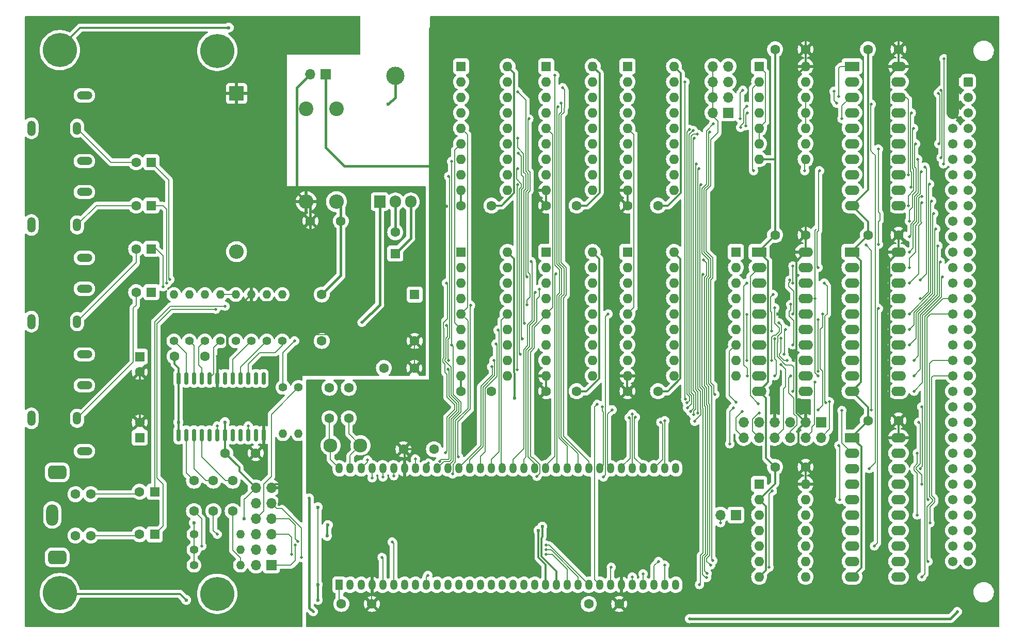
<source format=gbr>
%TF.GenerationSoftware,KiCad,Pcbnew,7.0.9-7.0.9~ubuntu22.04.1*%
%TF.CreationDate,2023-12-27T14:44:18+01:00*%
%TF.ProjectId,Z80-VDP,5a38302d-5644-4502-9e6b-696361645f70,rev?*%
%TF.SameCoordinates,Original*%
%TF.FileFunction,Copper,L1,Top*%
%TF.FilePolarity,Positive*%
%FSLAX46Y46*%
G04 Gerber Fmt 4.6, Leading zero omitted, Abs format (unit mm)*
G04 Created by KiCad (PCBNEW 7.0.9-7.0.9~ubuntu22.04.1) date 2023-12-27 14:44:18*
%MOMM*%
%LPD*%
G01*
G04 APERTURE LIST*
G04 Aperture macros list*
%AMRoundRect*
0 Rectangle with rounded corners*
0 $1 Rounding radius*
0 $2 $3 $4 $5 $6 $7 $8 $9 X,Y pos of 4 corners*
0 Add a 4 corners polygon primitive as box body*
4,1,4,$2,$3,$4,$5,$6,$7,$8,$9,$2,$3,0*
0 Add four circle primitives for the rounded corners*
1,1,$1+$1,$2,$3*
1,1,$1+$1,$4,$5*
1,1,$1+$1,$6,$7*
1,1,$1+$1,$8,$9*
0 Add four rect primitives between the rounded corners*
20,1,$1+$1,$2,$3,$4,$5,0*
20,1,$1+$1,$4,$5,$6,$7,0*
20,1,$1+$1,$6,$7,$8,$9,0*
20,1,$1+$1,$8,$9,$2,$3,0*%
G04 Aperture macros list end*
%TA.AperFunction,ComponentPad*%
%ADD10R,1.700000X1.700000*%
%TD*%
%TA.AperFunction,ComponentPad*%
%ADD11O,1.700000X1.700000*%
%TD*%
%TA.AperFunction,ComponentPad*%
%ADD12R,1.600000X1.600000*%
%TD*%
%TA.AperFunction,ComponentPad*%
%ADD13O,1.600000X1.600000*%
%TD*%
%TA.AperFunction,ComponentPad*%
%ADD14O,1.324000X2.124000*%
%TD*%
%TA.AperFunction,ComponentPad*%
%ADD15O,2.524000X1.324000*%
%TD*%
%TA.AperFunction,ComponentPad*%
%ADD16O,1.324000X2.524000*%
%TD*%
%TA.AperFunction,ComponentPad*%
%ADD17C,1.600000*%
%TD*%
%TA.AperFunction,ComponentPad*%
%ADD18R,2.400000X1.600000*%
%TD*%
%TA.AperFunction,ComponentPad*%
%ADD19O,2.400000X1.600000*%
%TD*%
%TA.AperFunction,ComponentPad*%
%ADD20C,1.400000*%
%TD*%
%TA.AperFunction,ComponentPad*%
%ADD21O,1.400000X1.400000*%
%TD*%
%TA.AperFunction,SMDPad,CuDef*%
%ADD22RoundRect,0.150000X0.150000X-0.875000X0.150000X0.875000X-0.150000X0.875000X-0.150000X-0.875000X0*%
%TD*%
%TA.AperFunction,ComponentPad*%
%ADD23R,2.400000X2.400000*%
%TD*%
%TA.AperFunction,ComponentPad*%
%ADD24O,2.400000X2.400000*%
%TD*%
%TA.AperFunction,ComponentPad*%
%ADD25C,5.600000*%
%TD*%
%TA.AperFunction,ComponentPad*%
%ADD26R,1.200000X1.700000*%
%TD*%
%TA.AperFunction,ComponentPad*%
%ADD27O,1.200000X1.700000*%
%TD*%
%TA.AperFunction,ComponentPad*%
%ADD28C,2.300000*%
%TD*%
%TA.AperFunction,ComponentPad*%
%ADD29C,2.400000*%
%TD*%
%TA.AperFunction,ComponentPad*%
%ADD30R,1.905000X2.000000*%
%TD*%
%TA.AperFunction,ComponentPad*%
%ADD31C,3.000000*%
%TD*%
%TA.AperFunction,ComponentPad*%
%ADD32O,1.905000X2.000000*%
%TD*%
%TA.AperFunction,ComponentPad*%
%ADD33RoundRect,0.550000X0.950000X-0.550000X0.950000X0.550000X-0.950000X0.550000X-0.950000X-0.550000X0*%
%TD*%
%TA.AperFunction,ComponentPad*%
%ADD34O,2.000000X3.500000*%
%TD*%
%TA.AperFunction,ComponentPad*%
%ADD35RoundRect,0.249999X-0.525001X0.525001X-0.525001X-0.525001X0.525001X-0.525001X0.525001X0.525001X0*%
%TD*%
%TA.AperFunction,ComponentPad*%
%ADD36C,1.550000*%
%TD*%
%TA.AperFunction,ViaPad*%
%ADD37C,0.600000*%
%TD*%
%TA.AperFunction,ViaPad*%
%ADD38C,0.500000*%
%TD*%
%TA.AperFunction,Conductor*%
%ADD39C,0.450000*%
%TD*%
%TA.AperFunction,Conductor*%
%ADD40C,2.000000*%
%TD*%
%TA.AperFunction,Conductor*%
%ADD41C,0.200000*%
%TD*%
%TA.AperFunction,Conductor*%
%ADD42C,0.300000*%
%TD*%
G04 APERTURE END LIST*
D10*
%TO.P,JP2,1,1*%
%TO.N,Net-(JP2-Pad1)*%
X182880000Y-134620000D03*
D11*
%TO.P,JP2,2,2*%
%TO.N,/~{WAIT}*%
X180340000Y-134620000D03*
%TD*%
D12*
%TO.P,U10,1,~{OE}*%
%TO.N,GND*%
X165100000Y-91440000D03*
D13*
%TO.P,U10,2,D0*%
%TO.N,/RD4*%
X165100000Y-93980000D03*
%TO.P,U10,3,D1*%
%TO.N,/RD5*%
X165100000Y-96520000D03*
%TO.P,U10,4,~{W}*%
%TO.N,/R{slash}W*%
X165100000Y-99060000D03*
%TO.P,U10,5,~{RAS}*%
%TO.N,/{slash}CAS0*%
X165100000Y-101600000D03*
%TO.P,U10,6,A6*%
%TO.N,/AD6*%
X165100000Y-104140000D03*
%TO.P,U10,7,A5*%
%TO.N,/AD5*%
X165100000Y-106680000D03*
%TO.P,U10,8,A4*%
%TO.N,/AD4*%
X165100000Y-109220000D03*
%TO.P,U10,9,VCC*%
%TO.N,+5V*%
X165100000Y-111760000D03*
%TO.P,U10,10,A7*%
%TO.N,/AD7*%
X172720000Y-111760000D03*
%TO.P,U10,11,A3*%
%TO.N,/AD3*%
X172720000Y-109220000D03*
%TO.P,U10,12,A2*%
%TO.N,/AD2*%
X172720000Y-106680000D03*
%TO.P,U10,13,A1*%
%TO.N,/AD1*%
X172720000Y-104140000D03*
%TO.P,U10,14,A0*%
%TO.N,/AD0*%
X172720000Y-101600000D03*
%TO.P,U10,15,D2*%
%TO.N,/RD6*%
X172720000Y-99060000D03*
%TO.P,U10,16,~{CAS}*%
%TO.N,/{slash}RAS*%
X172720000Y-96520000D03*
%TO.P,U10,17,D3*%
%TO.N,/RD7*%
X172720000Y-93980000D03*
%TO.P,U10,18,GND*%
%TO.N,GND*%
X172720000Y-91440000D03*
%TD*%
D14*
%TO.P,J8,1,In*%
%TO.N,/VO_GREEN*%
X74810000Y-102870000D03*
D15*
%TO.P,J8,2,Ext*%
%TO.N,GNDA*%
X76010000Y-97470000D03*
D16*
X67310000Y-102870000D03*
D15*
X76010000Y-108270000D03*
%TD*%
D17*
%TO.P,C28,1*%
%TO.N,+5V*%
X194310000Y-58166000D03*
%TO.P,C28,2*%
%TO.N,GND*%
X189310000Y-58166000D03*
%TD*%
%TO.P,C32,1*%
%TO.N,+5V*%
X209550000Y-119126000D03*
%TO.P,C32,2*%
%TO.N,GND*%
X204550000Y-119126000D03*
%TD*%
D12*
%TO.P,U9,1,~{OE}*%
%TO.N,GND*%
X165100000Y-60960000D03*
D13*
%TO.P,U9,2,D0*%
%TO.N,/RD0*%
X165100000Y-63500000D03*
%TO.P,U9,3,D1*%
%TO.N,/RD1*%
X165100000Y-66040000D03*
%TO.P,U9,4,~{W}*%
%TO.N,/R{slash}W*%
X165100000Y-68580000D03*
%TO.P,U9,5,~{RAS}*%
%TO.N,/{slash}CAS0*%
X165100000Y-71120000D03*
%TO.P,U9,6,A6*%
%TO.N,/AD6*%
X165100000Y-73660000D03*
%TO.P,U9,7,A5*%
%TO.N,/AD5*%
X165100000Y-76200000D03*
%TO.P,U9,8,A4*%
%TO.N,/AD4*%
X165100000Y-78740000D03*
%TO.P,U9,9,VCC*%
%TO.N,+5V*%
X165100000Y-81280000D03*
%TO.P,U9,10,A7*%
%TO.N,/AD7*%
X172720000Y-81280000D03*
%TO.P,U9,11,A3*%
%TO.N,/AD3*%
X172720000Y-78740000D03*
%TO.P,U9,12,A2*%
%TO.N,/AD2*%
X172720000Y-76200000D03*
%TO.P,U9,13,A1*%
%TO.N,/AD1*%
X172720000Y-73660000D03*
%TO.P,U9,14,A0*%
%TO.N,/AD0*%
X172720000Y-71120000D03*
%TO.P,U9,15,D2*%
%TO.N,/RD2*%
X172720000Y-68580000D03*
%TO.P,U9,16,~{CAS}*%
%TO.N,/{slash}RAS*%
X172720000Y-66040000D03*
%TO.P,U9,17,D3*%
%TO.N,/RD3*%
X172720000Y-63500000D03*
%TO.P,U9,18,GND*%
%TO.N,GND*%
X172720000Y-60960000D03*
%TD*%
D18*
%TO.P,U2,1,G*%
%TO.N,GND*%
X186675000Y-91445000D03*
D19*
%TO.P,U2,2,P0*%
%TO.N,/~{#IOREQ}*%
X186675000Y-93985000D03*
%TO.P,U2,3,R0*%
%TO.N,Net-(RN1-R8)*%
X186675000Y-96525000D03*
%TO.P,U2,4,P1*%
%TO.N,/~{#IOREQ}*%
X186675000Y-99065000D03*
%TO.P,U2,5,R1*%
%TO.N,Net-(RN1-R7)*%
X186675000Y-101605000D03*
%TO.P,U2,6,P2*%
%TO.N,/#A2*%
X186675000Y-104145000D03*
%TO.P,U2,7,R2*%
%TO.N,Net-(JP1-Pin_2)*%
X186675000Y-106685000D03*
%TO.P,U2,8,P3*%
%TO.N,/#A3*%
X186675000Y-109225000D03*
%TO.P,U2,9,R3*%
%TO.N,Net-(JP1-Pin_4)*%
X186675000Y-111765000D03*
%TO.P,U2,10,GND*%
%TO.N,GND*%
X186675000Y-114305000D03*
%TO.P,U2,11,P4*%
%TO.N,/#A4*%
X194295000Y-114305000D03*
%TO.P,U2,12,R4*%
%TO.N,Net-(JP1-Pin_6)*%
X194295000Y-111765000D03*
%TO.P,U2,13,P5*%
%TO.N,/#A5*%
X194295000Y-109225000D03*
%TO.P,U2,14,R5*%
%TO.N,Net-(JP1-Pin_8)*%
X194295000Y-106685000D03*
%TO.P,U2,15,P6*%
%TO.N,/#A6*%
X194295000Y-104145000D03*
%TO.P,U2,16,R6*%
%TO.N,Net-(JP1-Pin_10)*%
X194295000Y-101605000D03*
%TO.P,U2,17,P7*%
%TO.N,/#A7*%
X194295000Y-99065000D03*
%TO.P,U2,18,R7*%
%TO.N,Net-(JP1-Pin_12)*%
X194295000Y-96525000D03*
%TO.P,U2,19,P=R*%
%TO.N,Net-(U2-P=R)*%
X194295000Y-93985000D03*
%TO.P,U2,20,VCC*%
%TO.N,+5V*%
X194295000Y-91445000D03*
%TD*%
D17*
%TO.P,C31,1*%
%TO.N,+5V*%
X209550000Y-88646000D03*
%TO.P,C31,2*%
%TO.N,GND*%
X204550000Y-88646000D03*
%TD*%
D20*
%TO.P,R1,1*%
%TO.N,GNDA*%
X93980000Y-137795000D03*
D21*
%TO.P,R1,2*%
%TO.N,Net-(J2-Pin_6)*%
X101600000Y-137795000D03*
%TD*%
D17*
%TO.P,C29,1*%
%TO.N,+5V*%
X194310000Y-88646000D03*
%TO.P,C29,2*%
%TO.N,GND*%
X189310000Y-88646000D03*
%TD*%
D12*
%TO.P,C14,1*%
%TO.N,GNDA*%
X85090000Y-108625000D03*
D17*
%TO.P,C14,2*%
%TO.N,+5VA*%
X85090000Y-111125000D03*
%TD*%
D12*
%TO.P,C13,1*%
%TO.N,GNDA*%
X85090000Y-121920000D03*
D17*
%TO.P,C13,2*%
%TO.N,+5VA*%
X85090000Y-119420000D03*
%TD*%
D20*
%TO.P,R7,1*%
%TO.N,Net-(U11-GOUT)*%
X93218000Y-106045000D03*
D21*
%TO.P,R7,2*%
%TO.N,Net-(C20-Pad1)*%
X93218000Y-98425000D03*
%TD*%
D22*
%TO.P,U11,1,GND1*%
%TO.N,GNDA*%
X91440000Y-121490000D03*
%TO.P,U11,2,RIN*%
%TO.N,Net-(U11-RIN)*%
X92710000Y-121490000D03*
%TO.P,U11,3,GIN*%
%TO.N,Net-(U11-GIN)*%
X93980000Y-121490000D03*
%TO.P,U11,4,BIN*%
%TO.N,Net-(U11-BIN)*%
X95250000Y-121490000D03*
%TO.P,U11,5*%
%TO.N,N/C*%
X96520000Y-121490000D03*
%TO.P,U11,6,SCIN*%
%TO.N,Net-(U11-SCIN)*%
X97790000Y-121490000D03*
%TO.P,U11,7,NPIN*%
%TO.N,GNDA*%
X99060000Y-121490000D03*
%TO.P,U11,8,BFOUT*%
%TO.N,unconnected-(U11-BFOUT-Pad8)*%
X100330000Y-121490000D03*
%TO.P,U11,9*%
%TO.N,N/C*%
X101600000Y-121490000D03*
%TO.P,U11,10,SYNCIN*%
%TO.N,Net-(U11-SYNCIN)*%
X102870000Y-121490000D03*
%TO.P,U11,11*%
%TO.N,N/C*%
X104140000Y-121490000D03*
%TO.P,U11,12,VCC1*%
%TO.N,+5VA*%
X105410000Y-121490000D03*
%TO.P,U11,13*%
%TO.N,N/C*%
X105410000Y-112190000D03*
%TO.P,U11,14*%
X104140000Y-112190000D03*
%TO.P,U11,15,COUT*%
%TO.N,Net-(U11-COUT)*%
X102870000Y-112190000D03*
%TO.P,U11,16,YOUT*%
%TO.N,Net-(U11-YOUT)*%
X101600000Y-112190000D03*
%TO.P,U11,17,YTRAP*%
%TO.N,Net-(U11-YTRAP)*%
X100330000Y-112190000D03*
%TO.P,U11,18*%
%TO.N,N/C*%
X99060000Y-112190000D03*
%TO.P,U11,19,VCC2*%
%TO.N,+5VA*%
X97790000Y-112190000D03*
%TO.P,U11,20,CVOUT*%
%TO.N,Net-(U11-CVOUT)*%
X96520000Y-112190000D03*
%TO.P,U11,21,BOUT*%
%TO.N,Net-(U11-BOUT)*%
X95250000Y-112190000D03*
%TO.P,U11,22,GOUT*%
%TO.N,Net-(U11-GOUT)*%
X93980000Y-112190000D03*
%TO.P,U11,23,ROUT*%
%TO.N,Net-(U11-ROUT)*%
X92710000Y-112190000D03*
%TO.P,U11,24,GND2*%
%TO.N,GNDA*%
X91440000Y-112190000D03*
%TD*%
D12*
%TO.P,U6,1*%
%TO.N,/~{#WAIT}*%
X186690000Y-129540000D03*
D13*
%TO.P,U6,2*%
%TO.N,GND*%
X186690000Y-132080000D03*
%TO.P,U6,3*%
%TO.N,Net-(JP2-Pad1)*%
X186690000Y-134620000D03*
%TO.P,U6,4*%
%TO.N,N/C*%
X186690000Y-137160000D03*
%TO.P,U6,5*%
X186690000Y-139700000D03*
%TO.P,U6,6*%
X186690000Y-142240000D03*
%TO.P,U6,7,GND*%
%TO.N,GND*%
X186690000Y-144780000D03*
%TO.P,U6,8*%
%TO.N,N/C*%
X194310000Y-144780000D03*
%TO.P,U6,9*%
X194310000Y-142240000D03*
%TO.P,U6,10*%
X194310000Y-139700000D03*
%TO.P,U6,11*%
X194310000Y-137160000D03*
%TO.P,U6,12*%
X194310000Y-134620000D03*
%TO.P,U6,13*%
X194310000Y-132080000D03*
%TO.P,U6,14,VCC*%
%TO.N,+5V*%
X194310000Y-129540000D03*
%TD*%
D23*
%TO.P,C34,1*%
%TO.N,+5VA*%
X100965000Y-65405000D03*
D24*
%TO.P,C34,2*%
%TO.N,GNDA*%
X100965000Y-91405000D03*
%TD*%
D25*
%TO.P,,1,1*%
%TO.N,GND*%
X97790000Y-147574000D03*
%TD*%
D26*
%TO.P,U8,1,GND*%
%TO.N,GND*%
X117825000Y-146075400D03*
D27*
%TO.P,U8,2*%
%TO.N,N/C*%
X119605000Y-146075400D03*
%TO.P,U8,3*%
X121385000Y-146075400D03*
%TO.P,U8,4,VRESET*%
%TO.N,+5V*%
X123165000Y-146075400D03*
%TO.P,U8,5,HSYNC*%
%TO.N,/HSYNC*%
X124945000Y-146075400D03*
%TO.P,U8,6,CSYNC*%
%TO.N,/CSYNC*%
X126725000Y-146075400D03*
%TO.P,U8,7*%
%TO.N,N/C*%
X128505000Y-146075400D03*
%TO.P,U8,8,CPUCLK/VDS*%
%TO.N,unconnected-(U8-CPUCLK{slash}VDS-Pad8)*%
X130285000Y-146075400D03*
%TO.P,U8,9,/RESET*%
%TO.N,/~{#RESET}*%
X132065000Y-146075400D03*
%TO.P,U8,10*%
%TO.N,N/C*%
X133845000Y-146075400D03*
%TO.P,U8,11*%
X135625000Y-146075400D03*
%TO.P,U8,12*%
X137405000Y-146075400D03*
%TO.P,U8,13*%
X139185000Y-146075400D03*
%TO.P,U8,14*%
X140965000Y-146075400D03*
%TO.P,U8,15*%
X142745000Y-146075400D03*
%TO.P,U8,16*%
X144525000Y-146075400D03*
%TO.P,U8,17*%
X146305000Y-146075400D03*
%TO.P,U8,18*%
X148085000Y-146075400D03*
%TO.P,U8,19*%
X149865000Y-146075400D03*
%TO.P,U8,20,GND/DAC*%
%TO.N,GNDA*%
X151645000Y-146075400D03*
%TO.P,U8,21,VCC/DAC*%
%TO.N,+5VA*%
X153425000Y-146075400D03*
%TO.P,U8,22,G*%
%TO.N,/RGB_G*%
X155205000Y-146075400D03*
%TO.P,U8,23,R*%
%TO.N,/RGB_R*%
X156985000Y-146075400D03*
%TO.P,U8,24,B*%
%TO.N,/RGB_B*%
X158765000Y-146075400D03*
%TO.P,U8,25,/INT*%
%TO.N,/~{IRQ_OUT}*%
X160545000Y-146075400D03*
%TO.P,U8,26,/WAIT*%
%TO.N,/~{#WAIT}*%
X162325000Y-146075400D03*
%TO.P,U8,27,/HRESET*%
%TO.N,+5V*%
X164105000Y-146075400D03*
%TO.P,U8,28,MODE1*%
%TO.N,/#A1*%
X165885000Y-146075400D03*
%TO.P,U8,29,MODE0*%
%TO.N,/#A0*%
X167665000Y-146075400D03*
%TO.P,U8,30,/CSW*%
%TO.N,/~{VDP_WR}*%
X169445000Y-146075400D03*
%TO.P,U8,31,/CSR*%
%TO.N,/~{VDP_RD}*%
X171225000Y-146075400D03*
%TO.P,U8,32,D7*%
%TO.N,/#D7*%
X173005000Y-146075400D03*
%TO.P,U8,33,VBB*%
%TO.N,unconnected-(U8-VBB-Pad33)*%
X173005000Y-126974600D03*
%TO.P,U8,34,D6*%
%TO.N,/#D6*%
X171225000Y-126974600D03*
%TO.P,U8,35,D5*%
%TO.N,/#D5*%
X169445000Y-126974600D03*
%TO.P,U8,36,D4*%
%TO.N,/#D4*%
X167665000Y-126974600D03*
%TO.P,U8,37,D3*%
%TO.N,/#D3*%
X165885000Y-126974600D03*
%TO.P,U8,38,D2*%
%TO.N,/#D2*%
X164105000Y-126974600D03*
%TO.P,U8,39,D1*%
%TO.N,/#D1*%
X162325000Y-126974600D03*
%TO.P,U8,40,D0*%
%TO.N,/#D0*%
X160545000Y-126974600D03*
%TO.P,U8,41,RD0*%
%TO.N,/RD0*%
X158765000Y-126974600D03*
%TO.P,U8,42,RD1*%
%TO.N,/RD1*%
X156985000Y-126974600D03*
%TO.P,U8,43,RD2*%
%TO.N,/RD2*%
X155205000Y-126974600D03*
%TO.P,U8,44,RD3*%
%TO.N,/RD3*%
X153425000Y-126974600D03*
%TO.P,U8,45,RD4*%
%TO.N,/RD4*%
X151645000Y-126974600D03*
%TO.P,U8,46,RD5*%
%TO.N,/RD5*%
X149865000Y-126974600D03*
%TO.P,U8,47,RD6*%
%TO.N,/RD6*%
X148085000Y-126974600D03*
%TO.P,U8,48,RD7*%
%TO.N,/RD7*%
X146305000Y-126974600D03*
%TO.P,U8,49,AD0*%
%TO.N,/AD0*%
X144525000Y-126974600D03*
%TO.P,U8,50,AD1*%
%TO.N,/AD1*%
X142745000Y-126974600D03*
%TO.P,U8,51,AD2*%
%TO.N,/AD2*%
X140965000Y-126974600D03*
%TO.P,U8,52,AD3*%
%TO.N,/AD3*%
X139185000Y-126974600D03*
%TO.P,U8,53,AD4*%
%TO.N,/AD4*%
X137405000Y-126974600D03*
%TO.P,U8,54,AD5*%
%TO.N,/AD5*%
X135625000Y-126974600D03*
%TO.P,U8,55,AD6*%
%TO.N,/AD6*%
X133845000Y-126974600D03*
%TO.P,U8,56,AD7*%
%TO.N,/AD7*%
X132065000Y-126974600D03*
%TO.P,U8,57,R/W*%
%TO.N,/R{slash}W*%
X130285000Y-126974600D03*
%TO.P,U8,58,VCC*%
%TO.N,+5V*%
X128505000Y-126974600D03*
%TO.P,U8,59,/CAS_X*%
%TO.N,/{slash}CASX*%
X126725000Y-126974600D03*
%TO.P,U8,60,/CAS1*%
%TO.N,/{slash}CAS1*%
X124945000Y-126974600D03*
%TO.P,U8,61,/CAS0*%
%TO.N,/{slash}CAS0*%
X123165000Y-126974600D03*
%TO.P,U8,62,/RAS*%
%TO.N,/{slash}RAS*%
X121385000Y-126974600D03*
%TO.P,U8,63,XTAL1*%
%TO.N,Net-(U8-XTAL1)*%
X119605000Y-126974600D03*
%TO.P,U8,64,XTAL2*%
%TO.N,Net-(U8-XTAL2)*%
X117825000Y-126974600D03*
%TD*%
D12*
%TO.P,RN1,1,common*%
%TO.N,GND*%
X182880000Y-91440000D03*
D13*
%TO.P,RN1,2,R1*%
%TO.N,Net-(JP1-Pin_12)*%
X182880000Y-93980000D03*
%TO.P,RN1,3,R2*%
%TO.N,Net-(JP1-Pin_10)*%
X182880000Y-96520000D03*
%TO.P,RN1,4,R3*%
%TO.N,Net-(JP1-Pin_8)*%
X182880000Y-99060000D03*
%TO.P,RN1,5,R4*%
%TO.N,Net-(JP1-Pin_6)*%
X182880000Y-101600000D03*
%TO.P,RN1,6,R5*%
%TO.N,Net-(JP1-Pin_4)*%
X182880000Y-104140000D03*
%TO.P,RN1,7,R6*%
%TO.N,Net-(JP1-Pin_2)*%
X182880000Y-106680000D03*
%TO.P,RN1,8,R7*%
%TO.N,Net-(RN1-R7)*%
X182880000Y-109220000D03*
%TO.P,RN1,9,R8*%
%TO.N,Net-(RN1-R8)*%
X182880000Y-111760000D03*
%TD*%
D17*
%TO.P,C12,1*%
%TO.N,+5VA*%
X95805000Y-108585000D03*
%TO.P,C12,2*%
%TO.N,GNDA*%
X90805000Y-108585000D03*
%TD*%
D12*
%TO.P,C19,1*%
%TO.N,Net-(C19-Pad1)*%
X87542380Y-137795000D03*
D17*
%TO.P,C19,2*%
%TO.N,Net-(C19-Pad2)*%
X85042380Y-137795000D03*
%TD*%
%TO.P,C9,1*%
%TO.N,Net-(J2-Pin_6)*%
X97155000Y-133985000D03*
%TO.P,C9,2*%
%TO.N,Net-(U11-GIN)*%
X97155000Y-128985000D03*
%TD*%
D14*
%TO.P,J9,1,In*%
%TO.N,/VO_BLUE*%
X74810000Y-86995000D03*
D15*
%TO.P,J9,2,Ext*%
%TO.N,GNDA*%
X76010000Y-81595000D03*
D16*
X67310000Y-86995000D03*
D15*
X76010000Y-92395000D03*
%TD*%
D20*
%TO.P,R8,1*%
%TO.N,Net-(U11-BOUT)*%
X95758000Y-106045000D03*
D21*
%TO.P,R8,2*%
%TO.N,Net-(C21-Pad1)*%
X95758000Y-98425000D03*
%TD*%
D17*
%TO.P,C10,1*%
%TO.N,Net-(J2-Pin_4)*%
X93980000Y-133985000D03*
%TO.P,C10,2*%
%TO.N,Net-(U11-RIN)*%
X93980000Y-128985000D03*
%TD*%
%TO.P,C25,1*%
%TO.N,+5V*%
X165100000Y-114300000D03*
%TO.P,C25,2*%
%TO.N,GND*%
X170100000Y-114300000D03*
%TD*%
D20*
%TO.P,R12,1*%
%TO.N,Net-(U11-COUT)*%
X108458000Y-106045000D03*
D21*
%TO.P,R12,2*%
%TO.N,Net-(C17-Pad1)*%
X108458000Y-98425000D03*
%TD*%
D28*
%TO.P,Y1,1,1*%
%TO.N,Net-(U8-XTAL1)*%
X121285000Y-123190000D03*
%TO.P,Y1,2,2*%
%TO.N,Net-(U8-XTAL2)*%
X116385000Y-123190000D03*
%TD*%
D20*
%TO.P,R2,1*%
%TO.N,GNDA*%
X93980000Y-140335000D03*
D21*
%TO.P,R2,2*%
%TO.N,Net-(J2-Pin_4)*%
X101600000Y-140335000D03*
%TD*%
D12*
%TO.P,C24,1*%
%TO.N,Net-(C24-Pad1)*%
X86995000Y-76708000D03*
D17*
%TO.P,C24,2*%
%TO.N,/VO_COM*%
X84495000Y-76708000D03*
%TD*%
D12*
%TO.P,C18,1*%
%TO.N,Net-(C18-Pad1)*%
X86995000Y-98044000D03*
D17*
%TO.P,C18,2*%
%TO.N,/VO_RED*%
X84495000Y-98044000D03*
%TD*%
D20*
%TO.P,R10,1*%
%TO.N,Net-(U11-YTRAP)*%
X103378000Y-106045000D03*
D21*
%TO.P,R10,2*%
%TO.N,+5VA*%
X103378000Y-98425000D03*
%TD*%
D17*
%TO.P,C2,1*%
%TO.N,+5VA*%
X113070000Y-86360000D03*
%TO.P,C2,2*%
%TO.N,GNDA*%
X118070000Y-86360000D03*
%TD*%
D18*
%TO.P,U3,1,A->B*%
%TO.N,BUSDIR*%
X201930000Y-60960000D03*
D19*
%TO.P,U3,2,A0*%
%TO.N,/#D0*%
X201930000Y-63500000D03*
%TO.P,U3,3,A1*%
%TO.N,/#D1*%
X201930000Y-66040000D03*
%TO.P,U3,4,A2*%
%TO.N,/#D2*%
X201930000Y-68580000D03*
%TO.P,U3,5,A3*%
%TO.N,/#D3*%
X201930000Y-71120000D03*
%TO.P,U3,6,A4*%
%TO.N,/#D4*%
X201930000Y-73660000D03*
%TO.P,U3,7,A5*%
%TO.N,/#D5*%
X201930000Y-76200000D03*
%TO.P,U3,8,A6*%
%TO.N,/#D6*%
X201930000Y-78740000D03*
%TO.P,U3,9,A7*%
%TO.N,/#D7*%
X201930000Y-81280000D03*
%TO.P,U3,10,GND*%
%TO.N,GND*%
X201930000Y-83820000D03*
%TO.P,U3,11,B7*%
%TO.N,/D7*%
X209550000Y-83820000D03*
%TO.P,U3,12,B6*%
%TO.N,/D6*%
X209550000Y-81280000D03*
%TO.P,U3,13,B5*%
%TO.N,/D5*%
X209550000Y-78740000D03*
%TO.P,U3,14,B4*%
%TO.N,/D4*%
X209550000Y-76200000D03*
%TO.P,U3,15,B3*%
%TO.N,/D3*%
X209550000Y-73660000D03*
%TO.P,U3,16,B2*%
%TO.N,/D2*%
X209550000Y-71120000D03*
%TO.P,U3,17,B1*%
%TO.N,/D1*%
X209550000Y-68580000D03*
%TO.P,U3,18,B0*%
%TO.N,/D0*%
X209550000Y-66040000D03*
%TO.P,U3,19,CE*%
%TO.N,GND*%
X209550000Y-63500000D03*
%TO.P,U3,20,VCC*%
%TO.N,+5V*%
X209550000Y-60960000D03*
%TD*%
D17*
%TO.P,C11,1*%
%TO.N,+5VA*%
X104100000Y-124460000D03*
%TO.P,C11,2*%
%TO.N,GNDA*%
X99100000Y-124460000D03*
%TD*%
%TO.P,C6,1*%
%TO.N,GND*%
X116205000Y-113745000D03*
%TO.P,C6,2*%
%TO.N,Net-(U8-XTAL2)*%
X116205000Y-118745000D03*
%TD*%
D20*
%TO.P,R9,1*%
%TO.N,Net-(U11-CVOUT)*%
X98298000Y-106045000D03*
D21*
%TO.P,R9,2*%
%TO.N,Net-(C24-Pad1)*%
X98298000Y-98425000D03*
%TD*%
D18*
%TO.P,U4,1,A->B*%
%TO.N,GND*%
X201915000Y-91440000D03*
D19*
%TO.P,U4,2,A0*%
%TO.N,/#A0*%
X201915000Y-93980000D03*
%TO.P,U4,3,A1*%
%TO.N,/#A1*%
X201915000Y-96520000D03*
%TO.P,U4,4,A2*%
%TO.N,/#A2*%
X201915000Y-99060000D03*
%TO.P,U4,5,A3*%
%TO.N,/#A3*%
X201915000Y-101600000D03*
%TO.P,U4,6,A4*%
%TO.N,/#A4*%
X201915000Y-104140000D03*
%TO.P,U4,7,A5*%
%TO.N,/#A5*%
X201915000Y-106680000D03*
%TO.P,U4,8,A6*%
%TO.N,/#A6*%
X201915000Y-109220000D03*
%TO.P,U4,9,A7*%
%TO.N,/#A7*%
X201915000Y-111760000D03*
%TO.P,U4,10,GND*%
%TO.N,GND*%
X201915000Y-114300000D03*
%TO.P,U4,11,B7*%
%TO.N,/A7*%
X209535000Y-114300000D03*
%TO.P,U4,12,B6*%
%TO.N,/A6*%
X209535000Y-111760000D03*
%TO.P,U4,13,B5*%
%TO.N,/A5*%
X209535000Y-109220000D03*
%TO.P,U4,14,B4*%
%TO.N,/A4*%
X209535000Y-106680000D03*
%TO.P,U4,15,B3*%
%TO.N,/A3*%
X209535000Y-104140000D03*
%TO.P,U4,16,B2*%
%TO.N,/A2*%
X209535000Y-101600000D03*
%TO.P,U4,17,B1*%
%TO.N,/A1*%
X209535000Y-99060000D03*
%TO.P,U4,18,B0*%
%TO.N,/A0*%
X209535000Y-96520000D03*
%TO.P,U4,19,CE*%
%TO.N,GND*%
X209535000Y-93980000D03*
%TO.P,U4,20,VCC*%
%TO.N,+5V*%
X209535000Y-91440000D03*
%TD*%
D17*
%TO.P,C22,1*%
%TO.N,+5V*%
X151765000Y-83820000D03*
%TO.P,C22,2*%
%TO.N,GND*%
X156765000Y-83820000D03*
%TD*%
D29*
%TO.P,FB2,1*%
%TO.N,Net-(U1-OUT)*%
X112395000Y-67945000D03*
D24*
%TO.P,FB2,2*%
%TO.N,+5VA*%
X112395000Y-83185000D03*
%TD*%
D20*
%TO.P,R11,1*%
%TO.N,Net-(U11-YOUT)*%
X105918000Y-106045000D03*
D21*
%TO.P,R11,2*%
%TO.N,Net-(C19-Pad1)*%
X105918000Y-98425000D03*
%TD*%
D12*
%TO.P,U13,1,~{OE}*%
%TO.N,GND*%
X151765000Y-91440000D03*
D13*
%TO.P,U13,2,D0*%
%TO.N,/RD4*%
X151765000Y-93980000D03*
%TO.P,U13,3,D1*%
%TO.N,/RD5*%
X151765000Y-96520000D03*
%TO.P,U13,4,~{W}*%
%TO.N,/R{slash}W*%
X151765000Y-99060000D03*
%TO.P,U13,5,~{RAS}*%
%TO.N,/{slash}CAS1*%
X151765000Y-101600000D03*
%TO.P,U13,6,A6*%
%TO.N,/AD6*%
X151765000Y-104140000D03*
%TO.P,U13,7,A5*%
%TO.N,/AD5*%
X151765000Y-106680000D03*
%TO.P,U13,8,A4*%
%TO.N,/AD4*%
X151765000Y-109220000D03*
%TO.P,U13,9,VCC*%
%TO.N,+5V*%
X151765000Y-111760000D03*
%TO.P,U13,10,A7*%
%TO.N,/AD7*%
X159385000Y-111760000D03*
%TO.P,U13,11,A3*%
%TO.N,/AD3*%
X159385000Y-109220000D03*
%TO.P,U13,12,A2*%
%TO.N,/AD2*%
X159385000Y-106680000D03*
%TO.P,U13,13,A1*%
%TO.N,/AD1*%
X159385000Y-104140000D03*
%TO.P,U13,14,A0*%
%TO.N,/AD0*%
X159385000Y-101600000D03*
%TO.P,U13,15,D2*%
%TO.N,/RD6*%
X159385000Y-99060000D03*
%TO.P,U13,16,~{CAS}*%
%TO.N,/{slash}RAS*%
X159385000Y-96520000D03*
%TO.P,U13,17,D3*%
%TO.N,/RD7*%
X159385000Y-93980000D03*
%TO.P,U13,18,GND*%
%TO.N,GND*%
X159385000Y-91440000D03*
%TD*%
D17*
%TO.P,C27,1*%
%TO.N,+5V*%
X194310000Y-126746000D03*
%TO.P,C27,2*%
%TO.N,GND*%
X189310000Y-126746000D03*
%TD*%
D12*
%TO.P,U15,1,~{OE}*%
%TO.N,GND*%
X137795000Y-91440000D03*
D13*
%TO.P,U15,2,D0*%
%TO.N,/RD4*%
X137795000Y-93980000D03*
%TO.P,U15,3,D1*%
%TO.N,/RD5*%
X137795000Y-96520000D03*
%TO.P,U15,4,~{W}*%
%TO.N,/R{slash}W*%
X137795000Y-99060000D03*
%TO.P,U15,5,~{RAS}*%
%TO.N,/{slash}CASX*%
X137795000Y-101600000D03*
%TO.P,U15,6,A6*%
%TO.N,/AD6*%
X137795000Y-104140000D03*
%TO.P,U15,7,A5*%
%TO.N,/AD5*%
X137795000Y-106680000D03*
%TO.P,U15,8,A4*%
%TO.N,/AD4*%
X137795000Y-109220000D03*
%TO.P,U15,9,VCC*%
%TO.N,+5V*%
X137795000Y-111760000D03*
%TO.P,U15,10,A7*%
%TO.N,/AD7*%
X145415000Y-111760000D03*
%TO.P,U15,11,A3*%
%TO.N,/AD3*%
X145415000Y-109220000D03*
%TO.P,U15,12,A2*%
%TO.N,/AD2*%
X145415000Y-106680000D03*
%TO.P,U15,13,A1*%
%TO.N,/AD1*%
X145415000Y-104140000D03*
%TO.P,U15,14,A0*%
%TO.N,/AD0*%
X145415000Y-101600000D03*
%TO.P,U15,15,D2*%
%TO.N,/RD6*%
X145415000Y-99060000D03*
%TO.P,U15,16,~{CAS}*%
%TO.N,/{slash}RAS*%
X145415000Y-96520000D03*
%TO.P,U15,17,D3*%
%TO.N,/RD7*%
X145415000Y-93980000D03*
%TO.P,U15,18,GND*%
%TO.N,GND*%
X145415000Y-91440000D03*
%TD*%
D30*
%TO.P,U1,1,IN*%
%TO.N,+12V*%
X124460000Y-83185000D03*
D31*
%TO.P,U1,2,GND*%
%TO.N,GND*%
X127000000Y-62525000D03*
D32*
X127000000Y-83185000D03*
%TO.P,U1,3,OUT*%
%TO.N,Net-(U1-OUT)*%
X129540000Y-83185000D03*
%TD*%
D12*
%TO.P,U7,1*%
%TO.N,Net-(U7-Pad1)*%
X186690000Y-60960000D03*
D13*
%TO.P,U7,2*%
%TO.N,Net-(U2-P=R)*%
X186690000Y-63500000D03*
%TO.P,U7,3*%
%TO.N,/~{#WR}*%
X186690000Y-66040000D03*
%TO.P,U7,4*%
%TO.N,/~{VDP_WR}*%
X186690000Y-68580000D03*
%TO.P,U7,5*%
%TO.N,Net-(U7-Pad1)*%
X186690000Y-71120000D03*
%TO.P,U7,6*%
X186690000Y-73660000D03*
%TO.P,U7,7,GND*%
%TO.N,GND*%
X186690000Y-76200000D03*
%TO.P,U7,8*%
%TO.N,Net-(U2-P=R)*%
X194310000Y-76200000D03*
%TO.P,U7,9*%
%TO.N,/~{#RD}*%
X194310000Y-73660000D03*
%TO.P,U7,10*%
%TO.N,BUSDIR*%
X194310000Y-71120000D03*
%TO.P,U7,11*%
X194310000Y-68580000D03*
%TO.P,U7,12*%
X194310000Y-66040000D03*
%TO.P,U7,13*%
%TO.N,/~{VDP_RD}*%
X194310000Y-63500000D03*
%TO.P,U7,14,VCC*%
%TO.N,+5V*%
X194310000Y-60960000D03*
%TD*%
D12*
%TO.P,C1,1*%
%TO.N,Net-(U1-OUT)*%
X127000000Y-91695651D03*
D17*
%TO.P,C1,2*%
%TO.N,GND*%
X127000000Y-88195651D03*
%TD*%
%TO.P,C3,1*%
%TO.N,+5V*%
X123150000Y-149225000D03*
%TO.P,C3,2*%
%TO.N,GND*%
X118150000Y-149225000D03*
%TD*%
%TO.P,J4,1*%
%TO.N,GNDA*%
X74540000Y-138005000D03*
%TO.P,J4,2*%
X74540000Y-131205000D03*
%TO.P,J4,3*%
%TO.N,Net-(C19-Pad2)*%
X77040000Y-138005000D03*
%TO.P,J4,4*%
%TO.N,Net-(C17-Pad2)*%
X77040000Y-131205000D03*
D33*
%TO.P,J4,G*%
%TO.N,GNDA*%
X71540000Y-141605000D03*
D34*
X70745000Y-134620000D03*
D33*
X71540000Y-127605000D03*
%TD*%
D20*
%TO.P,R3,1*%
%TO.N,GNDA*%
X93980000Y-142875000D03*
D21*
%TO.P,R3,2*%
%TO.N,Net-(J2-Pin_2)*%
X101600000Y-142875000D03*
%TD*%
D17*
%TO.P,C16,1*%
%TO.N,+5V*%
X137795000Y-83820000D03*
%TO.P,C16,2*%
%TO.N,GND*%
X142795000Y-83820000D03*
%TD*%
D10*
%TO.P,JP3,1,1*%
%TO.N,+5V*%
X115575000Y-62230000D03*
D11*
%TO.P,JP3,2,2*%
%TO.N,+5VA*%
X113035000Y-62230000D03*
%TD*%
D20*
%TO.P,R13,1*%
%TO.N,GNDA*%
X100838000Y-106045000D03*
D21*
%TO.P,R13,2*%
%TO.N,Net-(C24-Pad1)*%
X100838000Y-98425000D03*
%TD*%
D29*
%TO.P,FB1,1*%
%TO.N,GND*%
X117348000Y-67945000D03*
D24*
%TO.P,FB1,2*%
%TO.N,GNDA*%
X117348000Y-83185000D03*
%TD*%
D14*
%TO.P,J7,1,In*%
%TO.N,/VO_RED*%
X74810000Y-118745000D03*
D15*
%TO.P,J7,2,Ext*%
%TO.N,GNDA*%
X76010000Y-113345000D03*
D16*
X67310000Y-118745000D03*
D15*
X76010000Y-124145000D03*
%TD*%
D12*
%TO.P,U12,1,~{OE}*%
%TO.N,GND*%
X151765000Y-60960000D03*
D13*
%TO.P,U12,2,D0*%
%TO.N,/RD0*%
X151765000Y-63500000D03*
%TO.P,U12,3,D1*%
%TO.N,/RD1*%
X151765000Y-66040000D03*
%TO.P,U12,4,~{W}*%
%TO.N,/R{slash}W*%
X151765000Y-68580000D03*
%TO.P,U12,5,~{RAS}*%
%TO.N,/{slash}CAS1*%
X151765000Y-71120000D03*
%TO.P,U12,6,A6*%
%TO.N,/AD6*%
X151765000Y-73660000D03*
%TO.P,U12,7,A5*%
%TO.N,/AD5*%
X151765000Y-76200000D03*
%TO.P,U12,8,A4*%
%TO.N,/AD4*%
X151765000Y-78740000D03*
%TO.P,U12,9,VCC*%
%TO.N,+5V*%
X151765000Y-81280000D03*
%TO.P,U12,10,A7*%
%TO.N,/AD7*%
X159385000Y-81280000D03*
%TO.P,U12,11,A3*%
%TO.N,/AD3*%
X159385000Y-78740000D03*
%TO.P,U12,12,A2*%
%TO.N,/AD2*%
X159385000Y-76200000D03*
%TO.P,U12,13,A1*%
%TO.N,/AD1*%
X159385000Y-73660000D03*
%TO.P,U12,14,A0*%
%TO.N,/AD0*%
X159385000Y-71120000D03*
%TO.P,U12,15,D2*%
%TO.N,/RD2*%
X159385000Y-68580000D03*
%TO.P,U12,16,~{CAS}*%
%TO.N,/{slash}RAS*%
X159385000Y-66040000D03*
%TO.P,U12,17,D3*%
%TO.N,/RD3*%
X159385000Y-63500000D03*
%TO.P,U12,18,GND*%
%TO.N,GND*%
X159385000Y-60960000D03*
%TD*%
D17*
%TO.P,C15,1*%
%TO.N,+5V*%
X165100000Y-83820000D03*
%TO.P,C15,2*%
%TO.N,GND*%
X170100000Y-83820000D03*
%TD*%
D12*
%TO.P,C20,1*%
%TO.N,Net-(C20-Pad1)*%
X86995000Y-90932000D03*
D17*
%TO.P,C20,2*%
%TO.N,/VO_GREEN*%
X84495000Y-90932000D03*
%TD*%
%TO.P,C5,1*%
%TO.N,Net-(U8-XTAL1)*%
X119380000Y-118745000D03*
%TO.P,C5,2*%
%TO.N,GND*%
X119380000Y-113745000D03*
%TD*%
D20*
%TO.P,R4,1*%
%TO.N,Net-(X1-OUT)*%
X108585000Y-113665000D03*
D21*
%TO.P,R4,2*%
%TO.N,Net-(U11-SCIN)*%
X108585000Y-121285000D03*
%TD*%
D20*
%TO.P,R5,1*%
%TO.N,Net-(J2-Pin_8)*%
X111125000Y-113665000D03*
D21*
%TO.P,R5,2*%
%TO.N,Net-(U11-SYNCIN)*%
X111125000Y-121285000D03*
%TD*%
D18*
%TO.P,U5,1,A->B*%
%TO.N,GND*%
X201930000Y-121920000D03*
D19*
%TO.P,U5,2,A0*%
%TO.N,/~{#RD}*%
X201930000Y-124460000D03*
%TO.P,U5,3,A1*%
%TO.N,/~{#WR}*%
X201930000Y-127000000D03*
%TO.P,U5,4,A2*%
%TO.N,/#CLK_CPU*%
X201930000Y-129540000D03*
%TO.P,U5,5,A3*%
%TO.N,/~{#IOREQ}*%
X201930000Y-132080000D03*
%TO.P,U5,6,A4*%
%TO.N,unconnected-(U5-A4-Pad6)*%
X201930000Y-134620000D03*
%TO.P,U5,7,A5*%
%TO.N,unconnected-(U5-A5-Pad7)*%
X201930000Y-137160000D03*
%TO.P,U5,8,A6*%
%TO.N,/~{#M1}*%
X201930000Y-139700000D03*
%TO.P,U5,9,A7*%
%TO.N,/~{#RESET}*%
X201930000Y-142240000D03*
%TO.P,U5,10,GND*%
%TO.N,GND*%
X201930000Y-144780000D03*
%TO.P,U5,11,B7*%
%TO.N,/~{RESET}*%
X209550000Y-144780000D03*
%TO.P,U5,12,B6*%
%TO.N,/~{M1}*%
X209550000Y-142240000D03*
%TO.P,U5,13,B5*%
%TO.N,GND*%
X209550000Y-139700000D03*
%TO.P,U5,14,B4*%
X209550000Y-137160000D03*
%TO.P,U5,15,B3*%
%TO.N,/~{IOREQ}*%
X209550000Y-134620000D03*
%TO.P,U5,16,B2*%
%TO.N,/CLK_CPU*%
X209550000Y-132080000D03*
%TO.P,U5,17,B1*%
%TO.N,/~{WR}*%
X209550000Y-129540000D03*
%TO.P,U5,18,B0*%
%TO.N,/~{RD}*%
X209550000Y-127000000D03*
%TO.P,U5,19,CE*%
%TO.N,GND*%
X209550000Y-124460000D03*
%TO.P,U5,20,VCC*%
%TO.N,+5V*%
X209550000Y-121920000D03*
%TD*%
D12*
%TO.P,C17,1*%
%TO.N,Net-(C17-Pad1)*%
X87542380Y-130810000D03*
D17*
%TO.P,C17,2*%
%TO.N,Net-(C17-Pad2)*%
X85042380Y-130810000D03*
%TD*%
D25*
%TO.P,J3,G,CHASSIS*%
%TO.N,GND*%
X71975000Y-58293000D03*
X71975000Y-147447000D03*
D35*
%TO.P,J3,a1,GND*%
X220980000Y-63500000D03*
D36*
%TO.P,J3,a2,GND*%
X220980000Y-66040000D03*
%TO.P,J3,a3,GND*%
X220980000Y-68580000D03*
%TO.P,J3,a4,GND*%
X220980000Y-71120000D03*
%TO.P,J3,a5,MEMAQ*%
%TO.N,/MEMAQ*%
X220980000Y-73660000D03*
%TO.P,J3,a6,~{INT3}*%
%TO.N,/~{INT3}*%
X220980000Y-76200000D03*
%TO.P,J3,a7,CA0*%
%TO.N,/A0*%
X220980000Y-78740000D03*
%TO.P,J3,a8,CA1*%
%TO.N,/A1*%
X220980000Y-81280000D03*
%TO.P,J3,a9,CA2*%
%TO.N,/A2*%
X220980000Y-83820000D03*
%TO.P,J3,a10,CA3*%
%TO.N,/A3*%
X220980000Y-86360000D03*
%TO.P,J3,a11,CA4*%
%TO.N,/A4*%
X220980000Y-88900000D03*
%TO.P,J3,a12,CA5*%
%TO.N,/A5*%
X220980000Y-91440000D03*
%TO.P,J3,a13,CA6*%
%TO.N,/A6*%
X220980000Y-93980000D03*
%TO.P,J3,a14,CA7*%
%TO.N,/A7*%
X220980000Y-96520000D03*
%TO.P,J3,a15,CA8*%
%TO.N,/A8*%
X220980000Y-99060000D03*
%TO.P,J3,a16,CA9*%
%TO.N,/A9*%
X220980000Y-101600000D03*
%TO.P,J3,a17,CA10*%
%TO.N,/A10*%
X220980000Y-104140000D03*
%TO.P,J3,a18,CA11*%
%TO.N,/A11*%
X220980000Y-106680000D03*
%TO.P,J3,a19,CA12*%
%TO.N,/A12*%
X220980000Y-109220000D03*
%TO.P,J3,a20,CA13*%
%TO.N,/A13*%
X220980000Y-111760000D03*
%TO.P,J3,a21,CA14*%
%TO.N,/A14*%
X220980000Y-114300000D03*
%TO.P,J3,a22,CA15*%
%TO.N,/A15*%
X220980000Y-116840000D03*
%TO.P,J3,a23,~{BUSREQ}*%
%TO.N,/~{BUSREQ}*%
X220980000Y-119380000D03*
%TO.P,J3,a24,~{BUSACK}*%
%TO.N,/~{BUSACK}*%
X220980000Y-121920000D03*
%TO.P,J3,a25,A16*%
%TO.N,/A16*%
X220980000Y-124460000D03*
%TO.P,J3,a26,A17*%
%TO.N,/A17*%
X220980000Y-127000000D03*
%TO.P,J3,a27,A18*%
%TO.N,/A18*%
X220980000Y-129540000D03*
%TO.P,J3,a28,A19*%
%TO.N,/A19*%
X220980000Y-132080000D03*
%TO.P,J3,a29,A20*%
%TO.N,/A20*%
X220980000Y-134620000D03*
%TO.P,J3,a30,A21*%
%TO.N,/A21*%
X220980000Y-137160000D03*
%TO.P,J3,a31,SCL*%
%TO.N,/A22{slash}SCL*%
X220980000Y-139700000D03*
%TO.P,J3,a32,SDA*%
%TO.N,/A23{slash}SDA*%
X220980000Y-142240000D03*
%TO.P,J3,b1,+5V*%
%TO.N,+5V*%
X218440000Y-63500000D03*
%TO.P,J3,b2,+5V*%
X218440000Y-66040000D03*
%TO.P,J3,b3,+5V*%
X218440000Y-68580000D03*
%TO.P,J3,b4,~{INT0}*%
%TO.N,/~{INT0}*%
X218440000Y-71120000D03*
%TO.P,J3,b5,~{INT1}*%
%TO.N,/~{INT1}*%
X218440000Y-73660000D03*
%TO.P,J3,b6,~{INT2}*%
%TO.N,/~{INT2}*%
X218440000Y-76200000D03*
%TO.P,J3,b7,CD0*%
%TO.N,/D0*%
X218440000Y-78740000D03*
%TO.P,J3,b8,CD1*%
%TO.N,/D1*%
X218440000Y-81280000D03*
%TO.P,J3,b9,CD2*%
%TO.N,/D2*%
X218440000Y-83820000D03*
%TO.P,J3,b10,CD3*%
%TO.N,/D3*%
X218440000Y-86360000D03*
%TO.P,J3,b11,CD4*%
%TO.N,/D4*%
X218440000Y-88900000D03*
%TO.P,J3,b12,CD5*%
%TO.N,/D5*%
X218440000Y-91440000D03*
%TO.P,J3,b13,CD6*%
%TO.N,/D6*%
X218440000Y-93980000D03*
%TO.P,J3,b14,CD7*%
%TO.N,/D7*%
X218440000Y-96520000D03*
%TO.P,J3,b15,~{RESET}*%
%TO.N,/~{RESET}*%
X218440000Y-99060000D03*
%TO.P,J3,b16,CLK*%
%TO.N,/CLK_CPU*%
X218440000Y-101600000D03*
%TO.P,J3,b17,~{INT}*%
%TO.N,/~{INT}*%
X218440000Y-104140000D03*
%TO.P,J3,b18,~{NMI}*%
%TO.N,/~{NMI}*%
X218440000Y-106680000D03*
%TO.P,J3,b19,~{M1}*%
%TO.N,/~{M1}*%
X218440000Y-109220000D03*
%TO.P,J3,b20,~{WAIT}*%
%TO.N,/~{WAIT}*%
X218440000Y-111760000D03*
%TO.P,J3,b21,~{HALT}*%
%TO.N,/~{HALT}*%
X218440000Y-114300000D03*
%TO.P,J3,b22,~{RD}*%
%TO.N,/~{RD}*%
X218440000Y-116840000D03*
%TO.P,J3,b23,~{WR}*%
%TO.N,/~{WR}*%
X218440000Y-119380000D03*
%TO.P,J3,b24,~{MREQ}*%
%TO.N,/~{MREQ}*%
X218440000Y-121920000D03*
%TO.P,J3,b25,~{IOREQ}*%
%TO.N,/~{IOREQ}*%
X218440000Y-124460000D03*
%TO.P,J3,b26,IEI*%
%TO.N,Net-(J3-IEI)*%
X218440000Y-127000000D03*
%TO.P,J3,b27,IEO*%
X218440000Y-129540000D03*
%TO.P,J3,b28,+12V*%
%TO.N,+12V*%
X218440000Y-132080000D03*
%TO.P,J3,b29,-12V*%
%TO.N,-12V*%
X218440000Y-134620000D03*
%TO.P,J3,b30,SPARE*%
%TO.N,unconnected-(J3-SPARE-Padb30)*%
X218440000Y-137160000D03*
%TO.P,J3,b31,SPARE*%
%TO.N,unconnected-(J3-SPARE-Padb31)*%
X218440000Y-139700000D03*
%TO.P,J3,b32,GND*%
%TO.N,GND*%
X218440000Y-142240000D03*
%TD*%
D10*
%TO.P,J2,1,Pin_1*%
%TO.N,/RGB_B*%
X106680000Y-142875000D03*
D11*
%TO.P,J2,2,Pin_2*%
%TO.N,Net-(J2-Pin_2)*%
X104140000Y-142875000D03*
%TO.P,J2,3,Pin_3*%
%TO.N,/RGB_R*%
X106680000Y-140335000D03*
%TO.P,J2,4,Pin_4*%
%TO.N,Net-(J2-Pin_4)*%
X104140000Y-140335000D03*
%TO.P,J2,5,Pin_5*%
%TO.N,/RGB_G*%
X106680000Y-137795000D03*
%TO.P,J2,6,Pin_6*%
%TO.N,Net-(J2-Pin_6)*%
X104140000Y-137795000D03*
%TO.P,J2,7,Pin_7*%
%TO.N,/CSYNC*%
X106680000Y-135255000D03*
%TO.P,J2,8,Pin_8*%
%TO.N,Net-(J2-Pin_8)*%
X104140000Y-135255000D03*
%TO.P,J2,9,Pin_9*%
%TO.N,/HSYNC*%
X106680000Y-132715000D03*
%TO.P,J2,10,Pin_10*%
%TO.N,unconnected-(J2-Pin_10-Pad10)*%
X104140000Y-132715000D03*
%TO.P,J2,11,Pin_11*%
%TO.N,+5VA*%
X106680000Y-130175000D03*
%TO.P,J2,12,Pin_12*%
%TO.N,GNDA*%
X104140000Y-130175000D03*
%TD*%
D25*
%TO.P,,1,1*%
%TO.N,GND*%
X97790000Y-58420000D03*
%TD*%
D17*
%TO.P,C26,1*%
%TO.N,+5V*%
X137795000Y-114300000D03*
%TO.P,C26,2*%
%TO.N,GND*%
X142795000Y-114300000D03*
%TD*%
%TO.P,C23,1*%
%TO.N,+5V*%
X151765000Y-114300000D03*
%TO.P,C23,2*%
%TO.N,GND*%
X156765000Y-114300000D03*
%TD*%
D12*
%TO.P,X1,1,NC*%
%TO.N,unconnected-(X1-NC-Pad1)*%
X130175000Y-98425000D03*
D17*
%TO.P,X1,7,GND*%
%TO.N,GNDA*%
X114935000Y-98425000D03*
%TO.P,X1,8,OUT*%
%TO.N,Net-(X1-OUT)*%
X114935000Y-106045000D03*
%TO.P,X1,14,Vcc*%
%TO.N,+5VA*%
X130175000Y-106045000D03*
%TD*%
%TO.P,C8,1*%
%TO.N,Net-(J2-Pin_2)*%
X100330000Y-133985000D03*
%TO.P,C8,2*%
%TO.N,Net-(U11-BIN)*%
X100330000Y-128985000D03*
%TD*%
D20*
%TO.P,R6,1*%
%TO.N,Net-(U11-ROUT)*%
X90678000Y-106045000D03*
D21*
%TO.P,R6,2*%
%TO.N,Net-(C18-Pad1)*%
X90678000Y-98425000D03*
%TD*%
D17*
%TO.P,C30,1*%
%TO.N,+5V*%
X209550000Y-58166000D03*
%TO.P,C30,2*%
%TO.N,GND*%
X204550000Y-58166000D03*
%TD*%
%TO.P,C4,1*%
%TO.N,+5V*%
X128350000Y-123825000D03*
%TO.P,C4,2*%
%TO.N,GND*%
X133350000Y-123825000D03*
%TD*%
D14*
%TO.P,J6,1,In*%
%TO.N,/VO_COM*%
X74810000Y-71120000D03*
D15*
%TO.P,J6,2,Ext*%
%TO.N,GNDA*%
X76010000Y-65720000D03*
D16*
X67310000Y-71120000D03*
D15*
X76010000Y-76520000D03*
%TD*%
D17*
%TO.P,C33,1*%
%TO.N,+5V*%
X163750000Y-149225000D03*
%TO.P,C33,2*%
%TO.N,GND*%
X158750000Y-149225000D03*
%TD*%
D12*
%TO.P,U14,1,~{OE}*%
%TO.N,GND*%
X137795000Y-60960000D03*
D13*
%TO.P,U14,2,D0*%
%TO.N,/RD0*%
X137795000Y-63500000D03*
%TO.P,U14,3,D1*%
%TO.N,/RD1*%
X137795000Y-66040000D03*
%TO.P,U14,4,~{W}*%
%TO.N,/R{slash}W*%
X137795000Y-68580000D03*
%TO.P,U14,5,~{RAS}*%
%TO.N,/{slash}CASX*%
X137795000Y-71120000D03*
%TO.P,U14,6,A6*%
%TO.N,/AD6*%
X137795000Y-73660000D03*
%TO.P,U14,7,A5*%
%TO.N,/AD5*%
X137795000Y-76200000D03*
%TO.P,U14,8,A4*%
%TO.N,/AD4*%
X137795000Y-78740000D03*
%TO.P,U14,9,VCC*%
%TO.N,+5V*%
X137795000Y-81280000D03*
%TO.P,U14,10,A7*%
%TO.N,/AD7*%
X145415000Y-81280000D03*
%TO.P,U14,11,A3*%
%TO.N,/AD3*%
X145415000Y-78740000D03*
%TO.P,U14,12,A2*%
%TO.N,/AD2*%
X145415000Y-76200000D03*
%TO.P,U14,13,A1*%
%TO.N,/AD1*%
X145415000Y-73660000D03*
%TO.P,U14,14,A0*%
%TO.N,/AD0*%
X145415000Y-71120000D03*
%TO.P,U14,15,D2*%
%TO.N,/RD2*%
X145415000Y-68580000D03*
%TO.P,U14,16,~{CAS}*%
%TO.N,/{slash}RAS*%
X145415000Y-66040000D03*
%TO.P,U14,17,D3*%
%TO.N,/RD3*%
X145415000Y-63500000D03*
%TO.P,U14,18,GND*%
%TO.N,GND*%
X145415000Y-60960000D03*
%TD*%
D10*
%TO.P,J1,1,Pin_1*%
%TO.N,/~{INT0}*%
X181610000Y-68580000D03*
D11*
%TO.P,J1,2,Pin_2*%
%TO.N,/~{IRQ_OUT}*%
X179070000Y-68580000D03*
%TO.P,J1,3,Pin_3*%
%TO.N,/~{INT1}*%
X181610000Y-66040000D03*
%TO.P,J1,4,Pin_4*%
%TO.N,/~{IRQ_OUT}*%
X179070000Y-66040000D03*
%TO.P,J1,5,Pin_5*%
%TO.N,/~{INT2}*%
X181610000Y-63500000D03*
%TO.P,J1,6,Pin_6*%
%TO.N,/~{IRQ_OUT}*%
X179070000Y-63500000D03*
%TO.P,J1,7,Pin_7*%
%TO.N,/~{INT3}*%
X181610000Y-60960000D03*
%TO.P,J1,8,Pin_8*%
%TO.N,/~{IRQ_OUT}*%
X179070000Y-60960000D03*
%TD*%
D17*
%TO.P,C7,1*%
%TO.N,+5VA*%
X130135000Y-110490000D03*
%TO.P,C7,2*%
%TO.N,GNDA*%
X125135000Y-110490000D03*
%TD*%
D10*
%TO.P,JP1,1,Pin_1*%
%TO.N,+5V*%
X196850000Y-119375000D03*
D11*
%TO.P,JP1,2,Pin_2*%
%TO.N,Net-(JP1-Pin_2)*%
X196850000Y-121915000D03*
%TO.P,JP1,3,Pin_3*%
%TO.N,+5V*%
X194310000Y-119375000D03*
%TO.P,JP1,4,Pin_4*%
%TO.N,Net-(JP1-Pin_4)*%
X194310000Y-121915000D03*
%TO.P,JP1,5,Pin_5*%
%TO.N,+5V*%
X191770000Y-119375000D03*
%TO.P,JP1,6,Pin_6*%
%TO.N,Net-(JP1-Pin_6)*%
X191770000Y-121915000D03*
%TO.P,JP1,7,Pin_7*%
%TO.N,+5V*%
X189230000Y-119375000D03*
%TO.P,JP1,8,Pin_8*%
%TO.N,Net-(JP1-Pin_8)*%
X189230000Y-121915000D03*
%TO.P,JP1,9,Pin_9*%
%TO.N,+5V*%
X186690000Y-119375000D03*
%TO.P,JP1,10,Pin_10*%
%TO.N,Net-(JP1-Pin_10)*%
X186690000Y-121915000D03*
%TO.P,JP1,11,Pin_11*%
%TO.N,+5V*%
X184150000Y-119375000D03*
%TO.P,JP1,12,Pin_12*%
%TO.N,Net-(JP1-Pin_12)*%
X184150000Y-121915000D03*
%TD*%
D12*
%TO.P,C21,1*%
%TO.N,Net-(C21-Pad1)*%
X86995000Y-83820000D03*
D17*
%TO.P,C21,2*%
%TO.N,/VO_BLUE*%
X84495000Y-83820000D03*
%TD*%
D37*
%TO.N,GND*%
X125857000Y-67183000D03*
D38*
%TO.N,Net-(JP1-Pin_2)*%
X198230685Y-116045037D03*
X182880000Y-116078000D03*
%TO.N,/~{#IOREQ}*%
X199771000Y-123190000D03*
X181864000Y-122936000D03*
X199898000Y-132080000D03*
X186563000Y-116332000D03*
X182435500Y-117030500D03*
%TO.N,Net-(RN1-R7)*%
X184658000Y-101727000D03*
X184658000Y-109220000D03*
D37*
%TO.N,GND*%
X146573303Y-115427697D03*
X114300000Y-148590000D03*
X114300000Y-133350000D03*
X99695000Y-54610000D03*
X114300000Y-146050000D03*
X92710000Y-148590000D03*
%TO.N,+5VA*%
X151130000Y-136525000D03*
D38*
X97790000Y-108585000D03*
D37*
X105410000Y-118110000D03*
X115951000Y-136271000D03*
X115824000Y-138049000D03*
X107950000Y-124460000D03*
X107950000Y-132842000D03*
%TO.N,GNDA*%
X102235000Y-135255000D03*
X93980000Y-135890000D03*
X91440000Y-119380000D03*
X150495000Y-137160000D03*
X99060000Y-119380000D03*
%TO.N,+5V*%
X135509000Y-116967000D03*
X189781900Y-101600000D03*
X191135000Y-92456000D03*
X135367180Y-83947000D03*
D38*
%TO.N,Net-(J2-Pin_6)*%
X97790000Y-137795000D03*
%TO.N,Net-(C17-Pad1)*%
X99060000Y-100330000D03*
%TO.N,Net-(C19-Pad1)*%
X97541529Y-100831900D03*
%TO.N,Net-(C20-Pad1)*%
X88900000Y-97155000D03*
%TO.N,Net-(C21-Pad1)*%
X89535000Y-96520000D03*
%TO.N,Net-(C24-Pad1)*%
X90036900Y-95961444D03*
%TO.N,+12V*%
X219202000Y-150495000D03*
X112903000Y-131826000D03*
X113538000Y-150495000D03*
X121539000Y-102997000D03*
X175260000Y-151638000D03*
%TO.N,/~{IRQ_OUT}*%
X160147000Y-116459000D03*
X179426500Y-114808000D03*
%TO.N,/~{IOREQ}*%
X212598000Y-134620000D03*
X212638705Y-124460000D03*
%TO.N,/~{WR}*%
X213342545Y-129540000D03*
X212840645Y-119380000D03*
%TO.N,/~{RD}*%
X213342545Y-116840000D03*
X213106000Y-127000000D03*
%TO.N,/~{WAIT}*%
X214698265Y-135890000D03*
X180340000Y-135890000D03*
%TO.N,/~{M1}*%
X214376000Y-142240000D03*
%TO.N,/CLK_CPU*%
X214376000Y-132080000D03*
%TO.N,/~{RESET}*%
X213360000Y-144780000D03*
%TO.N,/D7*%
X213393660Y-83312000D03*
X211328000Y-96520000D03*
%TO.N,/D6*%
X213346312Y-82345093D03*
X211328000Y-93980000D03*
%TO.N,/D5*%
X211328000Y-91440000D03*
X213266660Y-78232000D03*
%TO.N,/D4*%
X212709560Y-76200000D03*
X211328000Y-88900000D03*
%TO.N,/D3*%
X212357640Y-73660000D03*
X211328000Y-86360000D03*
%TO.N,/D2*%
X212005720Y-71120000D03*
X211151900Y-83820000D03*
%TO.N,/D1*%
X211653800Y-68580000D03*
X211559020Y-80772000D03*
%TO.N,/D0*%
X211151900Y-78740000D03*
%TO.N,/~{INT2}*%
X216536200Y-75946000D03*
X216536200Y-64897000D03*
%TO.N,/~{INT1}*%
X216183800Y-73660000D03*
X216074511Y-65357239D03*
%TO.N,/A7*%
X216735420Y-95504000D03*
X212090000Y-114300000D03*
%TO.N,/A6*%
X216383500Y-93052283D03*
X212090000Y-111760000D03*
%TO.N,/A5*%
X216031580Y-90424000D03*
X212090000Y-109220000D03*
%TO.N,/A4*%
X211328000Y-106680000D03*
X215679660Y-87630000D03*
%TO.N,/A3*%
X211328000Y-104140000D03*
X215327740Y-85100284D03*
%TO.N,/A2*%
X211328000Y-101600000D03*
X214975820Y-83058000D03*
%TO.N,/A1*%
X213106000Y-99060000D03*
X214623900Y-80264000D03*
%TO.N,/A0*%
X213106000Y-96012000D03*
X213868000Y-77470000D03*
%TO.N,/~{INT3}*%
X217038100Y-59690000D03*
X216916000Y-76968100D03*
%TO.N,/RGB_B*%
X110617000Y-139573000D03*
X151765000Y-139573000D03*
%TO.N,/RGB_R*%
X151765000Y-140335000D03*
%TO.N,/RGB_G*%
X109982000Y-141097000D03*
X151765000Y-141097000D03*
%TO.N,Net-(J2-Pin_4)*%
X95250000Y-139700000D03*
%TO.N,Net-(JP1-Pin_4)*%
X195834000Y-112776000D03*
X189230000Y-105664000D03*
X189230000Y-111760000D03*
%TO.N,Net-(JP1-Pin_6)*%
X196342000Y-110998000D03*
X196342000Y-102591180D03*
X191889260Y-111760000D03*
%TO.N,Net-(JP1-Pin_8)*%
X191889260Y-100051180D03*
X190277257Y-109950743D03*
X192241180Y-106680000D03*
%TO.N,Net-(JP1-Pin_10)*%
X191739280Y-96012000D03*
X197104000Y-101600000D03*
X196342000Y-117348000D03*
X192241180Y-101600000D03*
X186690000Y-117856000D03*
%TO.N,Net-(JP1-Pin_12)*%
X197605900Y-116231103D03*
X192241180Y-96520000D03*
X192241180Y-93726000D03*
X197358000Y-96520000D03*
X183896000Y-117602000D03*
%TO.N,Net-(X1-OUT)*%
X110490000Y-106045000D03*
%TO.N,Net-(U11-SCIN)*%
X97790000Y-120015000D03*
%TO.N,Net-(U11-SYNCIN)*%
X102870000Y-120015000D03*
%TO.N,/#A3*%
X189230000Y-100584000D03*
X188728820Y-109220000D03*
%TO.N,/#A4*%
X192241180Y-114305000D03*
X189961080Y-103093080D03*
%TO.N,/#A5*%
X191267000Y-109225000D03*
X190276920Y-105633080D03*
%TO.N,/#A6*%
X191001900Y-104140000D03*
X190754000Y-108204000D03*
%TO.N,/#A7*%
X195834000Y-99060000D03*
X196342000Y-111760000D03*
%TO.N,BUSDIR*%
X199771000Y-65913000D03*
%TO.N,/#D0*%
X174625000Y-115570000D03*
X174498000Y-63500000D03*
X160971180Y-116840000D03*
%TO.N,/#D1*%
X174879000Y-116205000D03*
X200279000Y-69571180D03*
X175262562Y-71342891D03*
X162560000Y-117341900D03*
%TO.N,/#D2*%
X175895000Y-71501000D03*
X183642000Y-70993000D03*
X184658000Y-67533080D03*
X174920017Y-117058321D03*
X165383100Y-118618000D03*
%TO.N,/#D3*%
X175417805Y-117631627D03*
X165862000Y-118045740D03*
X176563910Y-72111180D03*
%TO.N,/#D4*%
X175938254Y-118151642D03*
X176055660Y-72771000D03*
X166386900Y-118547391D03*
%TO.N,/#D5*%
X170561000Y-119380000D03*
X176612195Y-117848922D03*
X176407580Y-76962000D03*
%TO.N,/#D6*%
X176763298Y-77758820D03*
X171196000Y-119126000D03*
X176110497Y-119246900D03*
%TO.N,/#D7*%
X176911000Y-146050000D03*
X177111420Y-80391000D03*
%TO.N,/#A0*%
X167640000Y-144272000D03*
X178181000Y-144229989D03*
X177543085Y-92710000D03*
%TO.N,/#A1*%
X178054000Y-144907000D03*
X165862000Y-144780000D03*
X177463340Y-95123000D03*
%TO.N,/#A2*%
X188976000Y-98425000D03*
X188728820Y-104394000D03*
%TO.N,/~{#RD}*%
X200279000Y-117475000D03*
X206248000Y-74549000D03*
X206241900Y-90170000D03*
X205105000Y-117348000D03*
X204216000Y-90297000D03*
%TO.N,/~{#WR}*%
X205105000Y-67183000D03*
X204724000Y-127000000D03*
X199390000Y-67031180D03*
X198967703Y-65065297D03*
%TO.N,/~{#M1}*%
X205613000Y-139700000D03*
X206241900Y-100711000D03*
%TO.N,/~{#RESET}*%
X132334000Y-144526000D03*
%TO.N,/~{VDP_WR}*%
X178555900Y-71758780D03*
X184785000Y-68580000D03*
X170180000Y-142240000D03*
X179074580Y-142113000D03*
X184493603Y-70701603D03*
%TO.N,/~{VDP_RD}*%
X171196000Y-142874269D03*
X179197000Y-70402080D03*
X183603254Y-69559951D03*
X178722660Y-142823063D03*
X184023000Y-64897000D03*
%TO.N,/RD0*%
X154467911Y-64486189D03*
%TO.N,/RD1*%
X154213911Y-67026189D03*
%TO.N,/R{slash}W*%
X130302000Y-125442383D03*
X148906740Y-69566189D03*
X139348811Y-100203000D03*
X148566346Y-100071975D03*
X137378820Y-125095000D03*
%TO.N,/{slash}CAS0*%
X161925000Y-101600000D03*
X161163000Y-128397000D03*
X123190000Y-128524000D03*
%TO.N,/AD6*%
X135417180Y-103505000D03*
%TO.N,/AD5*%
X136271000Y-106680000D03*
X136241189Y-76581000D03*
%TO.N,/AD4*%
X135769100Y-79035100D03*
X142805429Y-110297697D03*
X135763000Y-109220000D03*
%TO.N,/AD7*%
X132461000Y-126111000D03*
X134259272Y-125812359D03*
X147008686Y-110799597D03*
X147068811Y-80391000D03*
X135671180Y-110683477D03*
%TO.N,/AD3*%
X147510586Y-108259597D03*
X147068811Y-77753811D03*
X143157349Y-109220000D03*
%TO.N,/AD2*%
X143509269Y-106553000D03*
X147157089Y-75213811D03*
X147862506Y-105719597D03*
%TO.N,/AD1*%
X148214426Y-103113875D03*
X147068811Y-72771000D03*
X143861189Y-104267000D03*
%TO.N,/RD2*%
X153670731Y-67593811D03*
%TO.N,/{slash}RAS*%
X122428000Y-125603000D03*
X147068811Y-65151000D03*
X135203557Y-124408557D03*
X148566346Y-95559597D03*
X135417180Y-96520000D03*
%TO.N,/RD3*%
X153197911Y-62448089D03*
%TO.N,/RD4*%
X153318811Y-94991975D03*
%TO.N,/RD5*%
X150652964Y-97531975D03*
%TO.N,/RD6*%
X149980900Y-98099597D03*
%TO.N,/RD7*%
X149270186Y-92985756D03*
%TO.N,/{slash}CAS1*%
X124968000Y-128397000D03*
X150241000Y-128270000D03*
%TO.N,/{slash}CASX*%
X136398000Y-127895100D03*
X126746000Y-128178180D03*
%TO.N,/~{#WAIT}*%
X162433000Y-143226189D03*
X188858253Y-130692253D03*
X188343811Y-143226189D03*
%TO.N,/CSYNC*%
X110998000Y-138938000D03*
X126492000Y-139065000D03*
%TO.N,Net-(RN1-R8)*%
X184721180Y-111760000D03*
X184658000Y-96520000D03*
%TO.N,Net-(U2-P=R)*%
X185801000Y-78110740D03*
X194183000Y-78110740D03*
X196589900Y-78110740D03*
X196335900Y-93980000D03*
%TO.N,/HSYNC*%
X111608596Y-141598900D03*
X124841000Y-141598900D03*
%TD*%
D39*
%TO.N,GND*%
X125857000Y-67183000D02*
X127000000Y-66040000D01*
X127000000Y-66040000D02*
X127000000Y-62525000D01*
D40*
%TO.N,+5V*%
X133524160Y-80819160D02*
X133524160Y-77343000D01*
X133524160Y-77343000D02*
X133524160Y-61769160D01*
D39*
X115575000Y-62230000D02*
X115575000Y-74300000D01*
X115575000Y-74300000D02*
X118618000Y-77343000D01*
X118618000Y-77343000D02*
X133524160Y-77343000D01*
%TO.N,Net-(U1-OUT)*%
X129540000Y-83185000D02*
X129540000Y-89155651D01*
X129540000Y-89155651D02*
X127000000Y-91695651D01*
%TO.N,GND*%
X127000000Y-83185000D02*
X127000000Y-88195651D01*
%TO.N,+12V*%
X124460000Y-100076000D02*
X124460000Y-83185000D01*
D41*
%TO.N,Net-(JP1-Pin_2)*%
X182880000Y-106680000D02*
X181827600Y-107732400D01*
X181827600Y-107732400D02*
X181827600Y-115025600D01*
X181827600Y-115025600D02*
X182880000Y-116078000D01*
X198230685Y-120534315D02*
X196850000Y-121915000D01*
X198230685Y-116045037D02*
X198230685Y-120534315D01*
%TO.N,/~{VDP_RD}*%
X178094240Y-141730348D02*
X178094240Y-142240000D01*
X178520597Y-142621000D02*
X178475240Y-142621000D01*
X178475240Y-142621000D02*
X178094240Y-142240000D01*
X178044985Y-113166015D02*
X178429680Y-113550710D01*
X178044985Y-95757383D02*
X178044985Y-113166015D01*
X178405920Y-95396448D02*
X178044985Y-95757383D01*
X177313840Y-81026000D02*
X177313840Y-91617303D01*
X178044985Y-73288015D02*
X178044985Y-80294855D01*
X178044985Y-80294855D02*
X177313840Y-81026000D01*
X178054000Y-71545080D02*
X178054000Y-73279000D01*
X178429680Y-113550710D02*
X178429680Y-116337320D01*
X177313840Y-91617303D02*
X178405920Y-92709383D01*
X178054000Y-73279000D02*
X178044985Y-73288015D01*
X179197000Y-70402080D02*
X178054000Y-71545080D01*
X178429680Y-116337320D02*
X178573160Y-116480800D01*
X178405920Y-92709383D02*
X178405920Y-95396448D01*
X178573160Y-116480800D02*
X178573160Y-141251428D01*
X178573160Y-141251428D02*
X178094240Y-141730348D01*
X178520597Y-142621000D02*
X178722660Y-142823063D01*
%TO.N,/#A0*%
X177878410Y-113586590D02*
X178077280Y-113785460D01*
X177741840Y-141584380D02*
X177741840Y-143790829D01*
X178077280Y-113785460D02*
X178077280Y-116550071D01*
X178077280Y-116550071D02*
X178220760Y-116693551D01*
X178220760Y-116693551D02*
X178220760Y-141105460D01*
X178220760Y-141105460D02*
X177741840Y-141584380D01*
X177741840Y-143790829D02*
X178181000Y-144229989D01*
X178075360Y-113783540D02*
X177878410Y-113586590D01*
X177878410Y-113586590D02*
X177693065Y-113401245D01*
%TO.N,/#A1*%
X177463340Y-95123000D02*
X177419000Y-95123000D01*
X177419000Y-95123000D02*
X177313360Y-95228640D01*
X177724880Y-116696040D02*
X177868840Y-116840000D01*
X177313360Y-95228640D02*
X177313360Y-113519230D01*
X177313360Y-113519230D02*
X177724880Y-113930750D01*
X177868840Y-140959690D02*
X177389920Y-141438610D01*
X177724880Y-113930750D02*
X177724880Y-116696040D01*
X177868840Y-116840000D02*
X177868840Y-140959690D01*
X177389920Y-141438610D02*
X177389920Y-144399000D01*
X177389920Y-144399000D02*
X177897920Y-144907000D01*
X177897920Y-144907000D02*
X178054000Y-144907000D01*
%TO.N,/#D7*%
X177111420Y-80391000D02*
X176961440Y-80540980D01*
X177372480Y-116949560D02*
X177516920Y-117094000D01*
X176961440Y-80540980D02*
X176961440Y-113665000D01*
X176961440Y-113665000D02*
X177372480Y-114076040D01*
X177038000Y-145923000D02*
X176911000Y-146050000D01*
X177372480Y-114076040D02*
X177372480Y-116949560D01*
X177516920Y-117094000D02*
X177516920Y-140813920D01*
X177516920Y-140813920D02*
X177038000Y-141292840D01*
X177038000Y-141292840D02*
X177038000Y-145923000D01*
%TO.N,/#D6*%
X176110497Y-119246900D02*
X176110497Y-119164503D01*
X177165000Y-118110000D02*
X177165000Y-117365920D01*
X176609520Y-113881460D02*
X176609520Y-77912598D01*
X176110497Y-119164503D02*
X177165000Y-118110000D01*
X177165000Y-117365920D02*
X177020080Y-117221000D01*
X177020080Y-117221000D02*
X177020080Y-114292020D01*
X177020080Y-114292020D02*
X176609520Y-113881460D01*
X176609520Y-77912598D02*
X176763298Y-77758820D01*
%TO.N,/~{IRQ_OUT}*%
X179920000Y-71863800D02*
X179920000Y-69938000D01*
X179110240Y-95688864D02*
X179110240Y-92416967D01*
X178758800Y-73025000D02*
X179920000Y-71863800D01*
X179110240Y-92416967D02*
X178018640Y-91325367D01*
X179277000Y-114658500D02*
X179277000Y-113401972D01*
X179920000Y-69938000D02*
X179070000Y-69088000D01*
X178749305Y-96049799D02*
X179110240Y-95688864D01*
X178749305Y-112874276D02*
X178749305Y-96049799D01*
X179277000Y-113401972D02*
X178749305Y-112874276D01*
X178758800Y-80577776D02*
X178758800Y-73025000D01*
X178018640Y-81317936D02*
X178758800Y-80577776D01*
X178018640Y-91325367D02*
X178018640Y-81317936D01*
X179426500Y-114808000D02*
X179277000Y-114658500D01*
X179070000Y-69088000D02*
X179070000Y-68580000D01*
%TO.N,/~{#IOREQ}*%
X199898000Y-123317000D02*
X199771000Y-123190000D01*
X199898000Y-132080000D02*
X199898000Y-123317000D01*
X181864000Y-117602000D02*
X181864000Y-122936000D01*
X185223080Y-114992080D02*
X186563000Y-116332000D01*
X182435500Y-117030500D02*
X181864000Y-117602000D01*
X185223080Y-114046000D02*
X185223080Y-114992080D01*
X185223080Y-102693080D02*
X185223080Y-114046000D01*
X185223080Y-114046000D02*
X185223080Y-114242920D01*
%TO.N,Net-(RN1-R7)*%
X184658000Y-109220000D02*
X184658000Y-101727000D01*
%TO.N,/~{VDP_WR}*%
X179074580Y-142113000D02*
X178924600Y-141963020D01*
X178924600Y-141963020D02*
X178924600Y-113547940D01*
X178396905Y-113020245D02*
X178396905Y-95903831D01*
X178924600Y-113547940D02*
X178396905Y-113020245D01*
X178757840Y-95542896D02*
X178757840Y-92562935D01*
X178396905Y-95903831D02*
X178757840Y-95542896D01*
%TO.N,/~{VDP_RD}*%
X178670723Y-142875000D02*
X178572680Y-142875000D01*
X178722660Y-142823063D02*
X178670723Y-142875000D01*
%TO.N,/#A0*%
X177693065Y-113401245D02*
X177693065Y-95610935D01*
X177693065Y-95610935D02*
X178054000Y-95250000D01*
X178054000Y-95250000D02*
X178054000Y-93218000D01*
X178054000Y-93218000D02*
X178051085Y-93218000D01*
X178051085Y-93218000D02*
X177543085Y-92710000D01*
%TO.N,/~{VDP_WR}*%
X178406400Y-80010000D02*
X178406400Y-71908280D01*
X178757840Y-92562935D02*
X177666240Y-91471335D01*
X178406400Y-80431808D02*
X178406400Y-80010000D01*
X177666240Y-91471335D02*
X177666240Y-81171968D01*
X177666240Y-81171968D02*
X178406400Y-80431808D01*
X178757840Y-92562935D02*
X178396905Y-92202000D01*
D42*
%TO.N,GND*%
X171678214Y-114325786D02*
X173761786Y-112242214D01*
D41*
X117825000Y-146075400D02*
X117825000Y-148900000D01*
D42*
X203431920Y-143278080D02*
X203431920Y-123421920D01*
X186675000Y-91281000D02*
X186675000Y-91445000D01*
X189310000Y-58166000D02*
X189310000Y-76280000D01*
X201915000Y-114300000D02*
X203416920Y-112798080D01*
X171738339Y-83820000D02*
X173821911Y-81736428D01*
X156765000Y-83820000D02*
X158403339Y-83820000D01*
X204550000Y-116935000D02*
X201915000Y-114300000D01*
X173821911Y-81736428D02*
X173821911Y-62061911D01*
X158343214Y-114325786D02*
X160467875Y-112201125D01*
X144433339Y-83820000D02*
X146516911Y-81736428D01*
X173761786Y-92567697D02*
X172659875Y-91465786D01*
X204550000Y-81200000D02*
X204550000Y-58166000D01*
X187841911Y-125277911D02*
X189310000Y-126746000D01*
X75311000Y-54610000D02*
X78105000Y-54610000D01*
X203416920Y-112798080D02*
X203416920Y-92941920D01*
X160467875Y-92608786D02*
X159324875Y-91465786D01*
X189310000Y-129460000D02*
X186690000Y-132080000D01*
X170100000Y-83820000D02*
X171738339Y-83820000D01*
X189230000Y-76200000D02*
X189310000Y-76280000D01*
X146516911Y-62061911D02*
X145415000Y-60960000D01*
X158403339Y-83820000D02*
X160528000Y-81695339D01*
X203416920Y-92941920D02*
X201915000Y-91440000D01*
X146516911Y-81736428D02*
X146516911Y-62061911D01*
X201930000Y-144780000D02*
X203431920Y-143278080D01*
X78105000Y-54610000D02*
X99695000Y-54610000D01*
X173821911Y-62061911D02*
X172720000Y-60960000D01*
X201930000Y-83820000D02*
X204550000Y-81200000D01*
X204550000Y-88646000D02*
X204550000Y-86440000D01*
X91694000Y-147574000D02*
X92710000Y-148590000D01*
X189310000Y-88646000D02*
X186675000Y-91281000D01*
X156704875Y-114325786D02*
X158343214Y-114325786D01*
X160528000Y-62103000D02*
X159385000Y-60960000D01*
X71501000Y-147574000D02*
X91694000Y-147574000D01*
X201930000Y-121920000D02*
X201930000Y-121746000D01*
X173761786Y-112242214D02*
X173761786Y-92567697D01*
X204550000Y-86440000D02*
X201930000Y-83820000D01*
X170039875Y-114325786D02*
X171678214Y-114325786D01*
X186690000Y-144780000D02*
X187791911Y-143678089D01*
X187841911Y-115471911D02*
X187841911Y-125277911D01*
X186675000Y-114305000D02*
X187841911Y-115471911D01*
X189310000Y-126746000D02*
X189310000Y-129460000D01*
X188176920Y-92946920D02*
X188176920Y-112803080D01*
X201915000Y-91440000D02*
X201915000Y-91281000D01*
X146456786Y-92567697D02*
X145354875Y-91465786D01*
X160528000Y-81695339D02*
X160528000Y-62103000D01*
X187791911Y-133181911D02*
X186690000Y-132080000D01*
X201930000Y-121746000D02*
X204550000Y-119126000D01*
X114300000Y-148590000D02*
X114300000Y-146050000D01*
X186690000Y-76200000D02*
X189230000Y-76200000D01*
X142795000Y-83820000D02*
X144433339Y-83820000D01*
X146456786Y-111226214D02*
X146456786Y-92567697D01*
X71501000Y-58420000D02*
X75311000Y-54610000D01*
X160467875Y-112201125D02*
X160467875Y-92608786D01*
X204550000Y-119126000D02*
X204550000Y-116935000D01*
D41*
X117825000Y-148900000D02*
X118150000Y-149225000D01*
D42*
X146456786Y-111226214D02*
X146573303Y-111342731D01*
X189310000Y-76280000D02*
X189310000Y-88646000D01*
X188176920Y-112803080D02*
X186675000Y-114305000D01*
X146573303Y-111342731D02*
X146573303Y-115427697D01*
D41*
X114300000Y-146050000D02*
X114300000Y-133350000D01*
D42*
X186675000Y-91445000D02*
X188176920Y-92946920D01*
X201915000Y-91281000D02*
X204550000Y-88646000D01*
X187791911Y-143678089D02*
X187791911Y-133181911D01*
X203431920Y-123421920D02*
X201930000Y-121920000D01*
%TO.N,+5VA*%
X150946920Y-138430000D02*
X151130000Y-138246920D01*
D39*
X113070000Y-86360000D02*
X113070000Y-99020000D01*
X110818089Y-64446911D02*
X110818089Y-81608089D01*
D42*
X105410000Y-123150000D02*
X105410000Y-121490000D01*
X107315000Y-129540000D02*
X107950000Y-129540000D01*
X102171500Y-99631500D02*
X103378000Y-98425000D01*
X105410000Y-118110000D02*
X105410000Y-121490000D01*
X106680000Y-130175000D02*
X107315000Y-129540000D01*
X103505000Y-116205000D02*
X105410000Y-118110000D01*
X115824000Y-138049000D02*
X115824000Y-136398000D01*
D39*
X98107500Y-108267500D02*
X97790000Y-108585000D01*
D41*
X130175000Y-106045000D02*
X129123089Y-104993089D01*
D39*
X110818089Y-81608089D02*
X112395000Y-83185000D01*
D42*
X85090000Y-119420000D02*
X85090000Y-111125000D01*
X153425000Y-143895889D02*
X151132056Y-141602944D01*
X151132056Y-141602944D02*
X150946920Y-141417808D01*
D39*
X113070000Y-83860000D02*
X112395000Y-83185000D01*
X113070000Y-99020000D02*
X112395000Y-99695000D01*
X102235000Y-99695000D02*
X102171500Y-99631500D01*
D42*
X97790000Y-112190000D02*
X97790000Y-113665000D01*
X153425000Y-146075400D02*
X153425000Y-143895889D01*
X107950000Y-129540000D02*
X107950000Y-132842000D01*
D39*
X99374911Y-101920089D02*
X99374911Y-107000089D01*
X101600000Y-99695000D02*
X99374911Y-101920089D01*
D42*
X150946920Y-141417808D02*
X150946920Y-138430000D01*
X100330000Y-116205000D02*
X103505000Y-116205000D01*
D41*
X130135000Y-110490000D02*
X130135000Y-106085000D01*
D39*
X113070000Y-86360000D02*
X113070000Y-83860000D01*
D41*
X113248089Y-104993089D02*
X112395000Y-104140000D01*
D39*
X112395000Y-99695000D02*
X102870000Y-99695000D01*
X102870000Y-99695000D02*
X101600000Y-99695000D01*
D41*
X130135000Y-106085000D02*
X130175000Y-106045000D01*
D42*
X107950000Y-124460000D02*
X107950000Y-129540000D01*
D39*
X102870000Y-99695000D02*
X102235000Y-99695000D01*
D41*
X112395000Y-104140000D02*
X112395000Y-99695000D01*
D39*
X113035000Y-62230000D02*
X110818089Y-64446911D01*
D42*
X104100000Y-124460000D02*
X105410000Y-123150000D01*
X115824000Y-136398000D02*
X115951000Y-136271000D01*
D41*
X129123089Y-104993089D02*
X113248089Y-104993089D01*
D39*
X99374911Y-107000089D02*
X98107500Y-108267500D01*
X97790000Y-108585000D02*
X97790000Y-112190000D01*
D42*
X151130000Y-138246920D02*
X151130000Y-136525000D01*
X97790000Y-113665000D02*
X100330000Y-116205000D01*
D41*
%TO.N,GNDA*%
X102235000Y-131904758D02*
X102410242Y-131904758D01*
D42*
X91440000Y-121490000D02*
X91440000Y-119380000D01*
X90805000Y-109855000D02*
X90805000Y-108585000D01*
D39*
X118070000Y-83225000D02*
X118110000Y-83185000D01*
D42*
X101431911Y-126791911D02*
X101431911Y-127466911D01*
X101431911Y-126791911D02*
X99100000Y-124460000D01*
X99100000Y-121530000D02*
X99060000Y-121490000D01*
X101431911Y-127466911D02*
X104140000Y-130175000D01*
X91440000Y-110490000D02*
X90805000Y-109855000D01*
X91440000Y-112190000D02*
X91440000Y-119380000D01*
D39*
X118070000Y-95290000D02*
X114935000Y-98425000D01*
D41*
X102410242Y-131904758D02*
X104140000Y-130175000D01*
D42*
X151645000Y-146075400D02*
X151645000Y-142755000D01*
D41*
X102235000Y-135255000D02*
X102235000Y-131904758D01*
X93980000Y-142875000D02*
X93980000Y-137795000D01*
D42*
X151645000Y-142755000D02*
X150495000Y-141605000D01*
D39*
X118070000Y-86360000D02*
X118070000Y-83225000D01*
D41*
X93980000Y-137795000D02*
X93980000Y-135890000D01*
D42*
X99060000Y-119380000D02*
X99060000Y-121490000D01*
X99100000Y-124460000D02*
X99100000Y-121530000D01*
D39*
X118070000Y-86360000D02*
X118070000Y-95290000D01*
D42*
X91440000Y-112190000D02*
X91440000Y-110490000D01*
X150495000Y-141605000D02*
X150495000Y-137160000D01*
D40*
%TO.N,+5V*%
X217678000Y-53975000D02*
X218440000Y-54737000D01*
D41*
X128505000Y-133331000D02*
X128505000Y-126974600D01*
D42*
X208048080Y-87144080D02*
X208048080Y-62461920D01*
X193158089Y-125594089D02*
X194310000Y-126746000D01*
X137795000Y-83820000D02*
X137795000Y-81280000D01*
X192793080Y-92946920D02*
X192793080Y-117858080D01*
D40*
X133524160Y-54943840D02*
X134493000Y-53975000D01*
D42*
X208033080Y-117609080D02*
X208033080Y-92941920D01*
X194295000Y-60965000D02*
X192793080Y-62466920D01*
D41*
X128524000Y-133350000D02*
X128505000Y-133331000D01*
D42*
X129667000Y-123825000D02*
X133524160Y-119967840D01*
X133063320Y-62230000D02*
X133524160Y-61769160D01*
D41*
X123150000Y-146090400D02*
X123165000Y-146075400D01*
D42*
X133571320Y-116967000D02*
X133524160Y-117014160D01*
D41*
X123150000Y-149225000D02*
X123150000Y-146090400D01*
D42*
X194310000Y-60950000D02*
X194295000Y-60965000D01*
X192793080Y-84335080D02*
X194310000Y-85852000D01*
D41*
X190881000Y-92710000D02*
X191135000Y-92456000D01*
D40*
X133524160Y-119967840D02*
X133524160Y-117014160D01*
D42*
X192793080Y-62466920D02*
X192793080Y-84335080D01*
X194310000Y-58166000D02*
X194310000Y-60950000D01*
D41*
X123165000Y-146075400D02*
X123165000Y-138709000D01*
D42*
X194310000Y-54102000D02*
X194183000Y-53975000D01*
X209550000Y-88646000D02*
X208048080Y-87144080D01*
X194310000Y-91430000D02*
X194295000Y-91445000D01*
D40*
X133524160Y-83645840D02*
X133524160Y-80819160D01*
D41*
X190881000Y-100500900D02*
X190881000Y-93218000D01*
D42*
X194310000Y-88646000D02*
X194310000Y-91430000D01*
X209550000Y-121920000D02*
X209550000Y-119126000D01*
D40*
X133524160Y-61769160D02*
X133524160Y-54943840D01*
D42*
X135066020Y-83645840D02*
X133524160Y-83645840D01*
X128505000Y-126974600D02*
X128505000Y-123980000D01*
X208048080Y-62461920D02*
X209550000Y-60960000D01*
D40*
X209931000Y-53975000D02*
X217678000Y-53975000D01*
D42*
X135367180Y-83947000D02*
X135066020Y-83645840D01*
D40*
X194183000Y-53975000D02*
X209931000Y-53975000D01*
D42*
X135509000Y-116967000D02*
X133571320Y-116967000D01*
X209550000Y-91425000D02*
X209535000Y-91440000D01*
D40*
X218440000Y-54737000D02*
X218440000Y-68580000D01*
D42*
X209550000Y-58166000D02*
X209550000Y-54356000D01*
D40*
X133524160Y-117014160D02*
X133524160Y-114633840D01*
D42*
X209550000Y-60960000D02*
X209550000Y-58166000D01*
X209550000Y-54356000D02*
X209931000Y-53975000D01*
X208033080Y-92941920D02*
X209535000Y-91440000D01*
X194295000Y-91445000D02*
X192793080Y-92946920D01*
D40*
X134493000Y-53975000D02*
X194183000Y-53975000D01*
D42*
X194310000Y-126746000D02*
X194310000Y-129540000D01*
D40*
X133524160Y-114633840D02*
X133524160Y-83645840D01*
D42*
X151765000Y-81280000D02*
X151765000Y-83820000D01*
X193158089Y-120526911D02*
X193158089Y-125594089D01*
X192793080Y-117858080D02*
X194310000Y-119375000D01*
X209550000Y-119126000D02*
X208033080Y-117609080D01*
D41*
X123165000Y-138709000D02*
X128524000Y-133350000D01*
D39*
X133063320Y-81280000D02*
X133524160Y-80819160D01*
D42*
X137734875Y-114325786D02*
X137734875Y-111785786D01*
D40*
X133477000Y-120015000D02*
X133524160Y-119967840D01*
D42*
X165100000Y-83820000D02*
X165100000Y-81280000D01*
X194310000Y-58166000D02*
X194310000Y-54102000D01*
X165039875Y-114325786D02*
X165039875Y-111785786D01*
D41*
X190881000Y-93218000D02*
X190881000Y-92710000D01*
D42*
X151704875Y-111785786D02*
X151704875Y-114325786D01*
X128505000Y-123980000D02*
X128350000Y-123825000D01*
D41*
X189781900Y-101600000D02*
X190881000Y-100500900D01*
D42*
X209550000Y-88646000D02*
X209550000Y-91425000D01*
X194310000Y-85852000D02*
X194310000Y-88646000D01*
X194310000Y-119375000D02*
X193158089Y-120526911D01*
X128350000Y-123825000D02*
X129667000Y-123825000D01*
D41*
%TO.N,Net-(U8-XTAL1)*%
X121285000Y-123190000D02*
X119380000Y-121285000D01*
X119380000Y-121285000D02*
X119380000Y-118745000D01*
X121285000Y-123190000D02*
X119605000Y-124870000D01*
X119605000Y-124870000D02*
X119605000Y-126974600D01*
%TO.N,Net-(U8-XTAL2)*%
X116385000Y-125534600D02*
X117825000Y-126974600D01*
X116205000Y-123010000D02*
X116385000Y-123190000D01*
X116205000Y-118745000D02*
X116205000Y-123010000D01*
X116385000Y-123190000D02*
X116385000Y-125534600D01*
%TO.N,Net-(J2-Pin_2)*%
X100330000Y-133985000D02*
X100330000Y-140411207D01*
X100330000Y-140411207D02*
X101600000Y-141681207D01*
X101600000Y-141681207D02*
X101600000Y-142875000D01*
%TO.N,Net-(U11-BIN)*%
X99140000Y-128985000D02*
X95250000Y-125095000D01*
X95250000Y-125095000D02*
X95250000Y-121490000D01*
X100330000Y-128985000D02*
X99140000Y-128985000D01*
%TO.N,Net-(J2-Pin_6)*%
X97790000Y-137795000D02*
X97155000Y-137160000D01*
X97155000Y-137160000D02*
X97155000Y-133985000D01*
%TO.N,Net-(U11-GIN)*%
X95965000Y-128985000D02*
X97155000Y-128985000D01*
X93980000Y-121490000D02*
X93980000Y-127000000D01*
X93980000Y-127000000D02*
X95965000Y-128985000D01*
%TO.N,Net-(C17-Pad1)*%
X87542380Y-130810000D02*
X87542380Y-102906827D01*
X90119207Y-100330000D02*
X97790000Y-100330000D01*
X87542380Y-102906827D02*
X90119207Y-100330000D01*
X97790000Y-100330000D02*
X99060000Y-100330000D01*
%TO.N,Net-(C17-Pad2)*%
X84647380Y-131205000D02*
X85042380Y-130810000D01*
X77040000Y-131205000D02*
X84647380Y-131205000D01*
%TO.N,/VO_RED*%
X84038089Y-100626911D02*
X84038089Y-109516911D01*
X84495000Y-100170000D02*
X84038089Y-100626911D01*
X84495000Y-98044000D02*
X84495000Y-100170000D01*
X84038089Y-109516911D02*
X74810000Y-118745000D01*
%TO.N,Net-(C19-Pad1)*%
X97541529Y-100831900D02*
X90303100Y-100831900D01*
X88900000Y-129540000D02*
X88900000Y-136437380D01*
X87894300Y-103240700D02*
X87894300Y-128534300D01*
X88900000Y-136437380D02*
X87542380Y-137795000D01*
X87894300Y-128534300D02*
X88900000Y-129540000D01*
X90303100Y-100831900D02*
X87894300Y-103240700D01*
%TO.N,Net-(C19-Pad2)*%
X84832380Y-138005000D02*
X85042380Y-137795000D01*
X77040000Y-138005000D02*
X84832380Y-138005000D01*
%TO.N,Net-(C20-Pad1)*%
X88900000Y-92075000D02*
X87630000Y-90805000D01*
X87630000Y-90805000D02*
X87122000Y-90805000D01*
X88900000Y-97155000D02*
X88900000Y-92075000D01*
X87122000Y-90805000D02*
X86995000Y-90932000D01*
%TO.N,/VO_GREEN*%
X84495000Y-93185000D02*
X74810000Y-102870000D01*
X84495000Y-90932000D02*
X84495000Y-93185000D01*
%TO.N,Net-(C21-Pad1)*%
X88900000Y-83820000D02*
X86995000Y-83820000D01*
X89535000Y-84455000D02*
X88900000Y-83820000D01*
X89535000Y-96520000D02*
X89535000Y-84455000D01*
%TO.N,/VO_BLUE*%
X84495000Y-83820000D02*
X77985000Y-83820000D01*
X77985000Y-83820000D02*
X74810000Y-86995000D01*
%TO.N,Net-(C24-Pad1)*%
X89886920Y-79599920D02*
X86995000Y-76708000D01*
X98298000Y-98425000D02*
X100838000Y-98425000D01*
X89886920Y-95811464D02*
X89886920Y-79599920D01*
X90036900Y-95961444D02*
X89886920Y-95811464D01*
%TO.N,/VO_COM*%
X80398000Y-76708000D02*
X74810000Y-71120000D01*
X84495000Y-76708000D02*
X80398000Y-76708000D01*
D39*
%TO.N,+12V*%
X112903000Y-131826000D02*
X112903000Y-149860000D01*
X124460000Y-100076000D02*
X121539000Y-102997000D01*
X175260000Y-151638000D02*
X218059000Y-151638000D01*
X218059000Y-151638000D02*
X219202000Y-150495000D01*
X112903000Y-149860000D02*
X113538000Y-150495000D01*
D41*
%TO.N,/~{IRQ_OUT}*%
X159693080Y-145223480D02*
X160545000Y-146075400D01*
X159693080Y-125984000D02*
X159693080Y-145223480D01*
X159693080Y-116912920D02*
X160147000Y-116459000D01*
X179070000Y-66040000D02*
X179070000Y-63500000D01*
X178689000Y-68580000D02*
X178405920Y-68863080D01*
X179070000Y-63500000D02*
X179070000Y-60960000D01*
X159693080Y-125984000D02*
X159693080Y-116912920D01*
X179070000Y-68580000D02*
X179070000Y-66040000D01*
%TO.N,/~{IOREQ}*%
X212598000Y-134620000D02*
X212598000Y-127751690D01*
X212090000Y-126746000D02*
X212638705Y-126197295D01*
X212638705Y-126197295D02*
X212638705Y-124460000D01*
X212090000Y-127243690D02*
X212090000Y-126746000D01*
X212598000Y-127751690D02*
X212090000Y-127243690D01*
%TO.N,/~{WR}*%
X212471000Y-126873000D02*
X213140605Y-126203395D01*
X213360000Y-129522545D02*
X213360000Y-128016000D01*
X213360000Y-128016000D02*
X212471000Y-127127000D01*
X212471000Y-127127000D02*
X212471000Y-126873000D01*
X213140605Y-119679960D02*
X212840645Y-119380000D01*
X213342545Y-129540000D02*
X213360000Y-129522545D01*
X213140605Y-126203395D02*
X213140605Y-119679960D01*
%TO.N,/~{RD}*%
X213492525Y-126613475D02*
X213492525Y-116989980D01*
X213106000Y-127000000D02*
X213492525Y-126613475D01*
X213492525Y-116989980D02*
X213342545Y-116840000D01*
%TO.N,/~{WAIT}*%
X218440000Y-111760000D02*
X215235920Y-111760000D01*
X215489920Y-132479770D02*
X215283770Y-132685920D01*
X214981920Y-130302000D02*
X214981920Y-131426230D01*
X215235920Y-111760000D02*
X214981920Y-112014000D01*
X180340000Y-135890000D02*
X180340000Y-134620000D01*
X215489920Y-131934230D02*
X215489920Y-132479770D01*
X215259845Y-131704155D02*
X215489920Y-131934230D01*
X215283770Y-132685920D02*
X214698265Y-133271425D01*
X214981920Y-131426230D02*
X215259845Y-131704155D01*
X214981920Y-112014000D02*
X214981920Y-130302000D01*
X214698265Y-133271425D02*
X214698265Y-135890000D01*
%TO.N,/~{M1}*%
X214196365Y-133275635D02*
X214196365Y-135382000D01*
X215138000Y-132334000D02*
X214630000Y-132842000D01*
X218440000Y-109220000D02*
X215138000Y-109220000D01*
X214630000Y-109728000D02*
X214630000Y-129540000D01*
X214630000Y-129540000D02*
X214630000Y-131572000D01*
X214630000Y-132842000D02*
X214196365Y-133275635D01*
X215138000Y-109220000D02*
X214630000Y-109728000D01*
X214196365Y-142060365D02*
X214376000Y-142240000D01*
X215138000Y-132080000D02*
X215138000Y-132334000D01*
X214196365Y-135382000D02*
X214196365Y-141224000D01*
X214630000Y-131572000D02*
X215138000Y-132080000D01*
X214196365Y-141224000D02*
X214196365Y-142060365D01*
%TO.N,/CLK_CPU*%
X214196365Y-102215465D02*
X214196365Y-119380000D01*
X214212915Y-102198915D02*
X214196365Y-102215465D01*
X214196365Y-131572000D02*
X214196365Y-131900365D01*
X214196365Y-119380000D02*
X214196365Y-131572000D01*
X214196365Y-131900365D02*
X214376000Y-132080000D01*
X214811830Y-101600000D02*
X214212915Y-102198915D01*
X218440000Y-101600000D02*
X214811830Y-101600000D01*
%TO.N,/~{RESET}*%
X213844445Y-108712000D02*
X213844445Y-144295555D01*
X213844445Y-144295555D02*
X213360000Y-144780000D01*
X215234070Y-100680070D02*
X213844445Y-102069695D01*
X218440000Y-99060000D02*
X216854140Y-99060000D01*
X213844445Y-102069695D02*
X213844445Y-108712000D01*
X216854140Y-99060000D02*
X215234070Y-100680070D01*
%TO.N,/D7*%
X212852000Y-94996000D02*
X212852000Y-91186000D01*
X212852000Y-87122000D02*
X213360000Y-86614000D01*
X211328000Y-96520000D02*
X212852000Y-94996000D01*
X213243680Y-83820000D02*
X213243680Y-83461980D01*
X213360000Y-86614000D02*
X213243680Y-86497680D01*
X213243680Y-83461980D02*
X213393660Y-83312000D01*
X212852000Y-91186000D02*
X212852000Y-87122000D01*
X213243680Y-86497680D02*
X213243680Y-83820000D01*
%TO.N,/D6*%
X212891760Y-82587540D02*
X212891760Y-86574240D01*
X211328000Y-92456000D02*
X211328000Y-93980000D01*
X212891760Y-86574240D02*
X212344000Y-87122000D01*
X212344000Y-87122000D02*
X212344000Y-91440000D01*
X213346312Y-82345093D02*
X213134207Y-82345093D01*
X213134207Y-82345093D02*
X212891760Y-82587540D01*
X212344000Y-91440000D02*
X211328000Y-92456000D01*
%TO.N,/D5*%
X212539840Y-86418160D02*
X211933920Y-87024080D01*
X213116680Y-81864930D02*
X212539840Y-82441770D01*
X211933920Y-90834080D02*
X211328000Y-91440000D01*
X213266660Y-78232000D02*
X213116680Y-78381980D01*
X212539840Y-82441770D02*
X212539840Y-86418160D01*
X211933920Y-87024080D02*
X211933920Y-90834080D01*
X213116680Y-78381980D02*
X213116680Y-81864930D01*
%TO.N,/D4*%
X212764760Y-81719160D02*
X212187920Y-82296000D01*
X211582000Y-86868000D02*
X211582000Y-88646000D01*
X212709560Y-76200000D02*
X212764760Y-76255200D01*
X212187920Y-82296000D02*
X212187920Y-86262080D01*
X212764760Y-76255200D02*
X212764760Y-81719160D01*
X211582000Y-88646000D02*
X211328000Y-88900000D01*
X212187920Y-86262080D02*
X211582000Y-86868000D01*
%TO.N,/D3*%
X211836000Y-82550000D02*
X211836000Y-82042000D01*
X211836000Y-82042000D02*
X212090000Y-81788000D01*
X212207660Y-77470000D02*
X212207660Y-74676000D01*
X212412840Y-81465160D02*
X212412840Y-77675180D01*
X211836000Y-84074000D02*
X211836000Y-82550000D01*
X211328000Y-84582000D02*
X211836000Y-84074000D01*
X211328000Y-86360000D02*
X211328000Y-84582000D01*
X212207660Y-74676000D02*
X212207660Y-73809980D01*
X212412840Y-77675180D02*
X212207660Y-77470000D01*
X212090000Y-81788000D02*
X212412840Y-81465160D01*
X212207660Y-73809980D02*
X212357640Y-73660000D01*
%TO.N,/D2*%
X211151900Y-83820000D02*
X211151900Y-82218100D01*
X211151900Y-82218100D02*
X212060920Y-81309080D01*
X212060920Y-81309080D02*
X212060920Y-77909440D01*
X211855740Y-77704260D02*
X211855740Y-71269980D01*
X212060920Y-77909440D02*
X211855740Y-77704260D01*
X211855740Y-71269980D02*
X212005720Y-71120000D01*
%TO.N,/D1*%
X211709000Y-78359000D02*
X211709000Y-78613000D01*
X211503820Y-68729980D02*
X211503820Y-78153820D01*
X211709000Y-78613000D02*
X211709000Y-79121000D01*
X211709000Y-80622020D02*
X211559020Y-80772000D01*
X211653800Y-68580000D02*
X211503820Y-68729980D01*
X211503820Y-78153820D02*
X211709000Y-78359000D01*
X211709000Y-78613000D02*
X211709000Y-80518000D01*
X211709000Y-80518000D02*
X211709000Y-80622020D01*
%TO.N,/D0*%
X210820000Y-66040000D02*
X209550000Y-66040000D01*
X211151900Y-66371900D02*
X210820000Y-66040000D01*
X211151900Y-78740000D02*
X211151900Y-66371900D01*
%TO.N,/~{INT2}*%
X216685700Y-65046500D02*
X216685700Y-73152000D01*
X216685700Y-73152000D02*
X216685700Y-75796500D01*
X216536200Y-64897000D02*
X216685700Y-65046500D01*
X216685700Y-75796500D02*
X216536200Y-75946000D01*
%TO.N,/~{INT1}*%
X216074511Y-65357239D02*
X216333300Y-65616028D01*
X216333300Y-67818000D02*
X216333300Y-72771000D01*
X216333300Y-72771000D02*
X216333300Y-73510500D01*
X216333300Y-65616028D02*
X216333300Y-67818000D01*
X216333300Y-73510500D02*
X216183800Y-73660000D01*
%TO.N,/A7*%
X216735420Y-95504000D02*
X216585440Y-95653980D01*
X216585440Y-98831010D02*
X213969225Y-101447225D01*
X213969225Y-101447225D02*
X213492525Y-101923925D01*
X213492525Y-108966000D02*
X213492525Y-112897475D01*
X216585440Y-95653980D02*
X216585440Y-97536000D01*
X216585440Y-97536000D02*
X216585440Y-98831010D01*
X213492525Y-112897475D02*
X212090000Y-114300000D01*
X213492525Y-101923925D02*
X213492525Y-108966000D01*
%TO.N,/A6*%
X213140605Y-110709395D02*
X212090000Y-111760000D01*
X216233520Y-97790000D02*
X216233520Y-98685240D01*
X213140605Y-103124000D02*
X213140605Y-110709395D01*
X216383500Y-93052283D02*
X216233520Y-93202263D01*
X213140605Y-101778155D02*
X213140605Y-103124000D01*
X213466380Y-101452380D02*
X213140605Y-101778155D01*
X216233520Y-93202263D02*
X216233520Y-97790000D01*
X216233520Y-98685240D02*
X213466380Y-101452380D01*
%TO.N,/A5*%
X215881600Y-90573980D02*
X215881600Y-92710000D01*
X212788685Y-101632385D02*
X212788685Y-102870000D01*
X215881600Y-92710000D02*
X215881600Y-98539470D01*
X212788685Y-102870000D02*
X212788685Y-108521315D01*
X216031580Y-90424000D02*
X215881600Y-90573980D01*
X215881600Y-98539470D02*
X214995535Y-99425535D01*
X212788685Y-108521315D02*
X212090000Y-109220000D01*
X214995535Y-99425535D02*
X212788685Y-101632385D01*
%TO.N,/A4*%
X215529680Y-88646000D02*
X215529680Y-98044000D01*
X212436765Y-101486615D02*
X212436765Y-101600000D01*
X214619690Y-99303690D02*
X212436765Y-101486615D01*
X215679660Y-87630000D02*
X215529680Y-87779980D01*
X215529680Y-98393700D02*
X214619690Y-99303690D01*
X212436765Y-105571235D02*
X211328000Y-106680000D01*
X215529680Y-87779980D02*
X215529680Y-88646000D01*
X215529680Y-98044000D02*
X215529680Y-98393700D01*
X212436765Y-102870000D02*
X212436765Y-105571235D01*
X212436765Y-101600000D02*
X212436765Y-102870000D01*
%TO.N,/A3*%
X215177760Y-98247930D02*
X213608845Y-99816845D01*
X212084845Y-103383155D02*
X211328000Y-104140000D01*
X212084845Y-101340845D02*
X212084845Y-103383155D01*
X215177760Y-90170000D02*
X215177760Y-98247930D01*
X213608845Y-99816845D02*
X212084845Y-101340845D01*
X215177760Y-85250264D02*
X215177760Y-90170000D01*
X215327740Y-85100284D02*
X215177760Y-85250264D01*
%TO.N,/A2*%
X214825840Y-83207980D02*
X214975820Y-83058000D01*
X211328000Y-101600000D02*
X214825840Y-98102160D01*
X214825840Y-98102160D02*
X214825840Y-83207980D01*
%TO.N,/A1*%
X214623900Y-80264000D02*
X214473920Y-80413980D01*
X214473920Y-97956390D02*
X213370310Y-99060000D01*
X213370310Y-99060000D02*
X213106000Y-99060000D01*
X214473920Y-80413980D02*
X214473920Y-97956390D01*
%TO.N,/A0*%
X214122000Y-77724000D02*
X214122000Y-85090000D01*
X214122000Y-94996000D02*
X213106000Y-96012000D01*
X213868000Y-77470000D02*
X214122000Y-77724000D01*
X214122000Y-85090000D02*
X214122000Y-94996000D01*
%TO.N,/~{INT3}*%
X217038100Y-76846000D02*
X216916000Y-76968100D01*
X217038100Y-59690000D02*
X217038100Y-76846000D01*
%TO.N,/RGB_B*%
X110617000Y-139573000D02*
X110617000Y-142113000D01*
X152262600Y-139573000D02*
X151765000Y-139573000D01*
X110617000Y-142113000D02*
X109855000Y-142875000D01*
X109855000Y-142875000D02*
X106680000Y-142875000D01*
X158765000Y-146075400D02*
X152262600Y-139573000D01*
%TO.N,/RGB_R*%
X156985000Y-146075400D02*
X156985000Y-144793090D01*
X152717455Y-140525545D02*
X152526910Y-140335000D01*
X156985000Y-144793090D02*
X152717455Y-140525545D01*
X152526910Y-140335000D02*
X151765000Y-140335000D01*
%TO.N,/RGB_G*%
X155205000Y-143510780D02*
X153040110Y-141345890D01*
X152791220Y-141097000D02*
X151765000Y-141097000D01*
X109982000Y-141097000D02*
X109982000Y-138303000D01*
X155205000Y-146075400D02*
X155205000Y-143510780D01*
X109982000Y-138303000D02*
X109474000Y-137795000D01*
X153040110Y-141345890D02*
X152791220Y-141097000D01*
X109474000Y-137795000D02*
X106680000Y-137795000D01*
%TO.N,Net-(J2-Pin_4)*%
X95250000Y-135255000D02*
X93980000Y-133985000D01*
X95250000Y-139700000D02*
X95250000Y-135255000D01*
%TO.N,Net-(U11-RIN)*%
X92710000Y-121490000D02*
X92710000Y-127715000D01*
X92710000Y-127715000D02*
X93980000Y-128985000D01*
%TO.N,Net-(J2-Pin_8)*%
X105410000Y-133985000D02*
X104140000Y-135255000D01*
X106680000Y-128270000D02*
X105410000Y-129540000D01*
X105410000Y-129540000D02*
X105410000Y-133985000D01*
X111125000Y-113665000D02*
X106680000Y-118110000D01*
X106680000Y-118110000D02*
X106680000Y-128270000D01*
%TO.N,Net-(JP1-Pin_4)*%
X195748089Y-119211911D02*
X195748089Y-112861911D01*
X189484000Y-110236000D02*
X189484000Y-111506000D01*
X189484000Y-109220000D02*
X189484000Y-110236000D01*
X195326000Y-120142000D02*
X195748089Y-119719911D01*
X194310000Y-121915000D02*
X195326000Y-120899000D01*
X195748089Y-119719911D02*
X195748089Y-119211911D01*
X189230000Y-108966000D02*
X189484000Y-109220000D01*
X189230000Y-105664000D02*
X189230000Y-108966000D01*
X195748089Y-112861911D02*
X195834000Y-112776000D01*
X189484000Y-111506000D02*
X189230000Y-111760000D01*
X195326000Y-120899000D02*
X195326000Y-120142000D01*
%TO.N,Net-(JP1-Pin_6)*%
X191770000Y-121915000D02*
X191770000Y-120933339D01*
X192885300Y-118518700D02*
X192391160Y-118024560D01*
X196342000Y-102591180D02*
X196342000Y-110998000D01*
X192391161Y-115429161D02*
X191516000Y-114554000D01*
X192391161Y-117691599D02*
X192391161Y-115429161D01*
X191770000Y-120933339D02*
X192885300Y-119818039D01*
X192391160Y-118024560D02*
X192391161Y-117691599D01*
X191516000Y-112133260D02*
X191889260Y-111760000D01*
X192885300Y-119818039D02*
X192885300Y-118518700D01*
X191516000Y-114554000D02*
X191516000Y-112133260D01*
%TO.N,Net-(JP1-Pin_8)*%
X190668089Y-120476911D02*
X190668089Y-113877911D01*
X191643000Y-101219000D02*
X191643000Y-101981000D01*
X190668089Y-113877911D02*
X191008000Y-113538000D01*
X191008000Y-110681486D02*
X190277257Y-109950743D01*
X191889260Y-100972740D02*
X191643000Y-101219000D01*
X191008000Y-113538000D02*
X191008000Y-110681486D01*
X189230000Y-121915000D02*
X190668089Y-120476911D01*
X191889260Y-100051180D02*
X191889260Y-100972740D01*
X192391160Y-106530020D02*
X192241180Y-106680000D01*
X191643000Y-101981000D02*
X192391160Y-102729160D01*
X192391160Y-102729160D02*
X192391160Y-106530020D01*
X191889260Y-100972740D02*
X191770000Y-101092000D01*
%TO.N,Net-(JP1-Pin_10)*%
X191516000Y-96520000D02*
X191516000Y-97028000D01*
X197104000Y-103729920D02*
X197104000Y-101600000D01*
X186690000Y-121915000D02*
X185588089Y-120813089D01*
X196693920Y-110587920D02*
X196693920Y-109474000D01*
X192391160Y-97903160D02*
X192391160Y-98298000D01*
X196693920Y-104140000D02*
X197104000Y-103729920D01*
X191516000Y-97028000D02*
X192391160Y-97903160D01*
X191739280Y-96235280D02*
X191770000Y-96266000D01*
X196342000Y-117348000D02*
X197104000Y-116586000D01*
X197104000Y-116586000D02*
X197104000Y-110998000D01*
X191739280Y-96012000D02*
X191739280Y-96235280D01*
X186650661Y-117856000D02*
X186690000Y-117856000D01*
X192391160Y-98298000D02*
X192391160Y-101450020D01*
X185588089Y-120813089D02*
X185588089Y-118918572D01*
X185588089Y-118918572D02*
X186650661Y-117856000D01*
X191770000Y-96266000D02*
X191516000Y-96520000D01*
X197104000Y-110998000D02*
X196693920Y-110587920D01*
X196693920Y-109474000D02*
X196693920Y-104140000D01*
X192391160Y-101450020D02*
X192241180Y-101600000D01*
%TO.N,Net-(JP1-Pin_12)*%
X197455920Y-102010080D02*
X197866000Y-101600000D01*
X197455920Y-111252000D02*
X197455920Y-102362000D01*
X182880000Y-118618000D02*
X183896000Y-117602000D01*
X197455920Y-116228126D02*
X197455920Y-111252000D01*
X197458897Y-116231103D02*
X197455920Y-116228126D01*
X197866000Y-97028000D02*
X197358000Y-96520000D01*
X197866000Y-101600000D02*
X197866000Y-97028000D01*
X197605900Y-116231103D02*
X197458897Y-116231103D01*
X192241180Y-93726000D02*
X192241180Y-96520000D01*
X184150000Y-121915000D02*
X182880000Y-120645000D01*
X197455920Y-102362000D02*
X197455920Y-102010080D01*
X182880000Y-120645000D02*
X182880000Y-118618000D01*
%TO.N,Net-(X1-OUT)*%
X108585000Y-107950000D02*
X110490000Y-106045000D01*
X108585000Y-113665000D02*
X108585000Y-107950000D01*
%TO.N,Net-(U11-SCIN)*%
X97790000Y-120015000D02*
X97790000Y-121490000D01*
%TO.N,Net-(U11-SYNCIN)*%
X102870000Y-121490000D02*
X102870000Y-120015000D01*
%TO.N,Net-(U11-ROUT)*%
X92710000Y-108077000D02*
X90678000Y-106045000D01*
X92710000Y-112190000D02*
X92710000Y-108077000D01*
%TO.N,Net-(U11-GOUT)*%
X93980000Y-106807000D02*
X93218000Y-106045000D01*
X93980000Y-112190000D02*
X93980000Y-106807000D01*
%TO.N,Net-(U11-BOUT)*%
X95250000Y-110490000D02*
X94753089Y-109993089D01*
X94753089Y-109993089D02*
X94753089Y-107049911D01*
X95250000Y-112190000D02*
X95250000Y-110490000D01*
X94753089Y-107049911D02*
X95758000Y-106045000D01*
%TO.N,/~{#IOREQ}*%
X185223080Y-97478920D02*
X185223080Y-95436920D01*
X185223080Y-95436920D02*
X186675000Y-93985000D01*
X185223080Y-97478920D02*
X185223080Y-102693080D01*
X185223080Y-97478920D02*
X185223080Y-97613080D01*
%TO.N,/#A3*%
X189230000Y-103124000D02*
X190021080Y-103915080D01*
X189230000Y-100584000D02*
X189230000Y-103124000D01*
X188722000Y-105410000D02*
X188722000Y-109213180D01*
X190021080Y-104502230D02*
X189425655Y-105097655D01*
X189425655Y-105097655D02*
X189034345Y-105097655D01*
X190021080Y-103915080D02*
X190021080Y-104502230D01*
X189034345Y-105097655D02*
X188722000Y-105410000D01*
X188722000Y-109213180D02*
X188728820Y-109220000D01*
%TO.N,/#A4*%
X189640080Y-108603770D02*
X191018310Y-109982000D01*
X192391160Y-110349160D02*
X192391160Y-114155020D01*
X191018310Y-109982000D02*
X192024000Y-109982000D01*
X189738000Y-105283000D02*
X189738000Y-106172000D01*
X189738000Y-106172000D02*
X189640080Y-106269920D01*
X190373000Y-103505000D02*
X190373000Y-104648000D01*
X189640080Y-106269920D02*
X189640080Y-108603770D01*
X189961080Y-103093080D02*
X190373000Y-103505000D01*
X192024000Y-109982000D02*
X192391160Y-110349160D01*
X192391160Y-114155020D02*
X192241180Y-114305000D01*
X190373000Y-104648000D02*
X189738000Y-105283000D01*
%TO.N,/#A5*%
X190246000Y-105602160D02*
X190276920Y-105633080D01*
X190759000Y-109225000D02*
X191267000Y-109225000D01*
X190276920Y-105633080D02*
X190276920Y-107919080D01*
X189992000Y-108458000D02*
X190759000Y-109225000D01*
X189992000Y-108204000D02*
X189992000Y-108458000D01*
X190276920Y-107919080D02*
X189992000Y-108204000D01*
%TO.N,/#A6*%
X190851920Y-108106080D02*
X190754000Y-108204000D01*
X190851920Y-106328080D02*
X190851920Y-108106080D01*
X191001900Y-104140000D02*
X190997690Y-104140000D01*
X190851920Y-106328080D02*
X190851920Y-104289980D01*
X190851920Y-104289980D02*
X191001900Y-104140000D01*
X190851920Y-106836080D02*
X190851920Y-106328080D01*
%TO.N,/#A7*%
X196088000Y-87630000D02*
X195834000Y-87884000D01*
X195834000Y-111252000D02*
X196342000Y-111760000D01*
X195834000Y-99060000D02*
X195834000Y-111252000D01*
X195834000Y-87884000D02*
X195834000Y-99060000D01*
%TO.N,Net-(U11-CVOUT)*%
X97238080Y-111471920D02*
X97238080Y-107104920D01*
X97238080Y-107104920D02*
X98298000Y-106045000D01*
X96520000Y-112190000D02*
X97238080Y-111471920D01*
%TO.N,BUSDIR*%
X199771000Y-65913000D02*
X199771000Y-61214000D01*
X194310000Y-66040000D02*
X194310000Y-71120000D01*
X200025000Y-60960000D02*
X201930000Y-60960000D01*
X199771000Y-61214000D02*
X200025000Y-60960000D01*
%TO.N,/#D0*%
X161121160Y-117687160D02*
X160971180Y-117537180D01*
X161121160Y-117687160D02*
X161121160Y-126398440D01*
X161121160Y-126398440D02*
X160545000Y-126974600D01*
X160971180Y-117537180D02*
X160971180Y-116840000D01*
X174498000Y-115443000D02*
X174625000Y-115570000D01*
X174498000Y-63500000D02*
X174498000Y-115443000D01*
%TO.N,/#D1*%
X161825000Y-126474600D02*
X161825000Y-118076900D01*
X162325000Y-126974600D02*
X161825000Y-126474600D01*
X174849920Y-113157000D02*
X174849920Y-72136000D01*
X174879000Y-116205000D02*
X175260000Y-115824000D01*
X175260000Y-115189000D02*
X174849920Y-114778920D01*
X161825000Y-118076900D02*
X162560000Y-117341900D01*
X200279000Y-67437000D02*
X201676000Y-66040000D01*
X175260000Y-115824000D02*
X175260000Y-115189000D01*
X201676000Y-66040000D02*
X201930000Y-66040000D01*
X174849920Y-114778920D02*
X174849920Y-113157000D01*
X174849920Y-72136000D02*
X174849920Y-71755533D01*
X174849920Y-71755533D02*
X175262562Y-71342891D01*
X200279000Y-69571180D02*
X200279000Y-67437000D01*
%TO.N,/#D2*%
X175201840Y-72390000D02*
X175201840Y-73152000D01*
X184141203Y-69215000D02*
X184141203Y-70222203D01*
X175201840Y-73152000D02*
X175201840Y-114427000D01*
X165533080Y-119380000D02*
X165533080Y-118767980D01*
X175611920Y-115043230D02*
X175611920Y-115570000D01*
X175201840Y-114633150D02*
X175381845Y-114813155D01*
X184658000Y-67533080D02*
X184141203Y-68049877D01*
X165533080Y-125296520D02*
X165533080Y-124460000D01*
X165533080Y-124460000D02*
X165533080Y-119380000D01*
X175201840Y-114427000D02*
X175201840Y-114633150D01*
X175201840Y-72194160D02*
X175201840Y-72390000D01*
X183642000Y-70721406D02*
X183642000Y-70993000D01*
X164105000Y-126724600D02*
X165533080Y-125296520D01*
X164105000Y-126974600D02*
X164105000Y-126724600D01*
X184141203Y-68049877D02*
X184141203Y-69215000D01*
X184141203Y-70222203D02*
X183642000Y-70721406D01*
X175895000Y-71501000D02*
X175201840Y-72194160D01*
X175381845Y-114813155D02*
X175611920Y-115043230D01*
X175611920Y-115570000D02*
X175611920Y-116366418D01*
X175611920Y-116366418D02*
X174920017Y-117058321D01*
X165533080Y-118767980D02*
X165383100Y-118618000D01*
%TO.N,/#D3*%
X175963840Y-114897460D02*
X175963840Y-117085592D01*
X175832580Y-72111180D02*
X175553760Y-72390000D01*
X165862000Y-118045740D02*
X165885000Y-118068740D01*
X176563910Y-72111180D02*
X175832580Y-72111180D01*
X175553760Y-72390000D02*
X175553760Y-114487380D01*
X175963840Y-117085592D02*
X175417805Y-117631627D01*
X175553760Y-114487380D02*
X175963840Y-114897460D01*
X165885000Y-118068740D02*
X165885000Y-126974600D01*
%TO.N,/#D4*%
X166386900Y-118547391D02*
X166236920Y-118697371D01*
X176055660Y-72771000D02*
X175905680Y-72920980D01*
X175983561Y-117563561D02*
X175938254Y-117608868D01*
X175905680Y-72920980D02*
X175905680Y-75565000D01*
X166236920Y-125215920D02*
X167665000Y-126644000D01*
X175905680Y-75565000D02*
X175905680Y-114173000D01*
X176315760Y-115443000D02*
X176315760Y-117231362D01*
X175938254Y-117608868D02*
X175938254Y-118151642D01*
X166236920Y-118697371D02*
X166236920Y-125215920D01*
X175905680Y-114173000D02*
X176315760Y-114583080D01*
X176315760Y-117231362D02*
X175983561Y-117563561D01*
X167665000Y-126644000D02*
X167665000Y-126974600D01*
X176315760Y-114583080D02*
X176315760Y-115443000D01*
%TO.N,/#D5*%
X170873080Y-124587000D02*
X170873080Y-119888000D01*
X176461530Y-114231160D02*
X176257600Y-114027230D01*
X176667680Y-117793437D02*
X176667680Y-115062000D01*
X176257600Y-114027230D02*
X176257600Y-107315000D01*
X176667680Y-114437310D02*
X176461530Y-114231160D01*
X176257600Y-92837000D02*
X176257600Y-76962000D01*
X176612195Y-117848922D02*
X176667680Y-117793437D01*
X176667680Y-115062000D02*
X176667680Y-114437310D01*
X170873080Y-119888000D02*
X170873080Y-119692080D01*
X176257600Y-107315000D02*
X176257600Y-92837000D01*
X169445000Y-126974600D02*
X170873080Y-125546520D01*
X170873080Y-125546520D02*
X170873080Y-124587000D01*
X170873080Y-119692080D02*
X170561000Y-119380000D01*
%TO.N,/#D6*%
X171196000Y-119126000D02*
X171225000Y-119155000D01*
X171225000Y-119155000D02*
X171225000Y-126974600D01*
%TO.N,/#A0*%
X167640000Y-144272000D02*
X167640000Y-146050400D01*
X167640000Y-146050400D02*
X167665000Y-146075400D01*
%TO.N,/#A1*%
X165862000Y-144780000D02*
X165862000Y-146052400D01*
X165862000Y-146052400D02*
X165885000Y-146075400D01*
%TO.N,/#A2*%
X188728820Y-104394000D02*
X188722000Y-104387180D01*
X188595000Y-98806000D02*
X188976000Y-98425000D01*
X188722000Y-104387180D02*
X188722000Y-101346000D01*
X188595000Y-101219000D02*
X188595000Y-98806000D01*
X188722000Y-101346000D02*
X188595000Y-101219000D01*
%TO.N,/~{#RD}*%
X206248000Y-74549000D02*
X206248000Y-84836000D01*
X206248000Y-86487000D02*
X206241900Y-86493100D01*
X204216000Y-90297000D02*
X205105000Y-91186000D01*
X206241900Y-86493100D02*
X206241900Y-90170000D01*
X206248000Y-84836000D02*
X206502000Y-85090000D01*
X200279000Y-117475000D02*
X200279000Y-122809000D01*
X206502000Y-85090000D02*
X206502000Y-86233000D01*
X200279000Y-122809000D02*
X201930000Y-124460000D01*
X206502000Y-86233000D02*
X206248000Y-86487000D01*
X205105000Y-91186000D02*
X205105000Y-117348000D01*
%TO.N,/~{#WR}*%
X198967703Y-65065297D02*
X198967703Y-66608883D01*
X204951920Y-70993000D02*
X204951920Y-67336080D01*
X205740000Y-85979000D02*
X205740000Y-125984000D01*
X205740000Y-75565000D02*
X205359000Y-75184000D01*
X204951920Y-74776920D02*
X204951920Y-70993000D01*
X205740000Y-85979000D02*
X205740000Y-76200000D01*
X198967703Y-66608883D02*
X199390000Y-67031180D01*
X204951920Y-67336080D02*
X205105000Y-67183000D01*
X205359000Y-75184000D02*
X204951920Y-74776920D01*
X205740000Y-76200000D02*
X205740000Y-75565000D01*
X205740000Y-125984000D02*
X204724000Y-127000000D01*
%TO.N,Net-(U11-YTRAP)*%
X100330000Y-109093000D02*
X103378000Y-106045000D01*
X100330000Y-112190000D02*
X100330000Y-109093000D01*
%TO.N,Net-(U11-YOUT)*%
X101600000Y-112190000D02*
X101600000Y-110363000D01*
X101600000Y-110363000D02*
X105918000Y-106045000D01*
%TO.N,/~{#M1}*%
X206091920Y-100860980D02*
X206091920Y-103632000D01*
X206091920Y-139221080D02*
X205613000Y-139700000D01*
X206241900Y-100711000D02*
X206091920Y-100860980D01*
X206091920Y-103632000D02*
X206091920Y-139221080D01*
%TO.N,/~{#RESET}*%
X132065000Y-146075400D02*
X132065000Y-144795000D01*
X132065000Y-144795000D02*
X132334000Y-144526000D01*
%TO.N,/~{VDP_WR}*%
X169445000Y-142975000D02*
X169445000Y-146075400D01*
X184493603Y-68871397D02*
X184493603Y-70701603D01*
X178406400Y-71908280D02*
X178555900Y-71758780D01*
X184785000Y-68580000D02*
X184493603Y-68871397D01*
X170180000Y-142240000D02*
X169445000Y-142975000D01*
%TO.N,/~{VDP_RD}*%
X171225000Y-142903269D02*
X171225000Y-146075400D01*
X183603254Y-69559951D02*
X183603254Y-65316746D01*
X183603254Y-65316746D02*
X184023000Y-64897000D01*
X171196000Y-142874269D02*
X171225000Y-142903269D01*
%TO.N,Net-(U7-Pad1)*%
X187741911Y-62011911D02*
X186690000Y-60960000D01*
X186690000Y-71120000D02*
X186690000Y-73660000D01*
X186690000Y-71120000D02*
X187741911Y-70068089D01*
X187741911Y-70068089D02*
X187741911Y-62011911D01*
%TO.N,/RD0*%
X154576511Y-98989310D02*
X154576511Y-121683511D01*
X154813000Y-67691000D02*
X154686000Y-67818000D01*
X154686000Y-67818000D02*
X154686000Y-68518361D01*
X154576511Y-121683511D02*
X158765000Y-125872000D01*
X154224591Y-93168521D02*
X155037920Y-93981850D01*
X155037920Y-98527901D02*
X154576511Y-98989310D01*
X154467911Y-64486189D02*
X154813000Y-64831278D01*
X154686000Y-68518361D02*
X154224591Y-68979770D01*
X155037920Y-93981850D02*
X155037920Y-98527901D01*
X154813000Y-64831278D02*
X154813000Y-67691000D01*
X154224591Y-68979770D02*
X154224591Y-93168521D01*
X158765000Y-125872000D02*
X158765000Y-126974600D01*
%TO.N,/RD1*%
X153872671Y-68834000D02*
X153872671Y-93314291D01*
X154305000Y-68401671D02*
X153872671Y-68834000D01*
X154686000Y-98382131D02*
X154224591Y-98843540D01*
X154305000Y-67183000D02*
X154305000Y-68401671D01*
X154686000Y-94127620D02*
X154686000Y-98382131D01*
X154224591Y-98843540D02*
X154224591Y-121829281D01*
X156985000Y-124589690D02*
X156985000Y-126974600D01*
X154213911Y-67026189D02*
X154213911Y-67091911D01*
X153872671Y-93314291D02*
X154686000Y-94127620D01*
X154224591Y-121829281D02*
X156985000Y-124589690D01*
X154213911Y-67091911D02*
X154305000Y-67183000D01*
%TO.N,/R{slash}W*%
X148566346Y-100071975D02*
X148566346Y-99337654D01*
X130302000Y-126957600D02*
X130285000Y-126974600D01*
X149098000Y-98806000D02*
X149098000Y-95071714D01*
X148768286Y-94742000D02*
X148768286Y-81695474D01*
X139289920Y-117239770D02*
X137228840Y-119300850D01*
X148756760Y-69683240D02*
X148873811Y-69566189D01*
X148768286Y-81695474D02*
X149108680Y-81355080D01*
X137228840Y-119300850D02*
X137228840Y-121851160D01*
X149108680Y-81355080D02*
X149108680Y-78329920D01*
X148566346Y-99337654D02*
X149098000Y-98806000D01*
X137228840Y-121851160D02*
X137228840Y-124945020D01*
X149108680Y-78329920D02*
X148756760Y-77978000D01*
X139289920Y-100261891D02*
X139289920Y-117239770D01*
X137228840Y-124945020D02*
X137378820Y-125095000D01*
X148873811Y-69566189D02*
X148906740Y-69566189D01*
X139348811Y-100203000D02*
X139289920Y-100261891D01*
X148756760Y-77978000D02*
X148756760Y-69683240D01*
X149098000Y-95071714D02*
X148768286Y-94742000D01*
X130302000Y-125442383D02*
X130302000Y-126957600D01*
%TO.N,/{slash}CAS0*%
X166151911Y-72171911D02*
X166151911Y-100548089D01*
X161473080Y-128086920D02*
X161473080Y-127070920D01*
X161473080Y-127070920D02*
X161473080Y-102051920D01*
X166151911Y-100548089D02*
X165100000Y-101600000D01*
X123165000Y-128499000D02*
X123190000Y-128524000D01*
X161473080Y-102051920D02*
X161925000Y-101600000D01*
X165100000Y-71120000D02*
X166151911Y-72171911D01*
X123165000Y-126974600D02*
X123165000Y-128499000D01*
X161163000Y-128397000D02*
X161473080Y-128086920D01*
%TO.N,/AD6*%
X135284080Y-108936920D02*
X135128000Y-109093000D01*
X136173080Y-118863540D02*
X136173080Y-125584230D01*
X136743089Y-103088089D02*
X137795000Y-104140000D01*
X136173080Y-114953770D02*
X137443080Y-116223770D01*
X135284080Y-105645230D02*
X135284080Y-108936920D01*
X135900310Y-125857000D02*
X134962600Y-125857000D01*
X135128000Y-109093000D02*
X135128000Y-109347000D01*
X134962600Y-125857000D02*
X133845000Y-126974600D01*
X136173080Y-110392080D02*
X136173080Y-114953770D01*
X135567160Y-103654980D02*
X135567160Y-105362150D01*
X135417180Y-103505000D02*
X135567160Y-103654980D01*
X135567160Y-105362150D02*
X135284080Y-105645230D01*
X136173080Y-125584230D02*
X135900310Y-125857000D01*
X135128000Y-109347000D02*
X136173080Y-110392080D01*
X137795000Y-73660000D02*
X136743089Y-74711911D01*
X137443080Y-117593540D02*
X136173080Y-118863540D01*
X136743089Y-74711911D02*
X136743089Y-103088089D01*
X137443080Y-116223770D02*
X137443080Y-117593540D01*
%TO.N,/AD5*%
X136525000Y-125730000D02*
X136017000Y-126238000D01*
X137795000Y-116078000D02*
X136525000Y-114808000D01*
X137795000Y-117739310D02*
X137795000Y-116078000D01*
X136525000Y-124792290D02*
X136525000Y-125730000D01*
X136017000Y-126238000D02*
X135890000Y-126238000D01*
X136525000Y-119009310D02*
X137795000Y-117739310D01*
X136241189Y-76581000D02*
X136271000Y-76610811D01*
X136525000Y-124792290D02*
X136525000Y-119009310D01*
X136271000Y-76610811D02*
X136271000Y-106680000D01*
X136525000Y-106934000D02*
X136271000Y-106680000D01*
X136525000Y-114808000D02*
X136525000Y-106934000D01*
%TO.N,/AD4*%
X135636000Y-109093000D02*
X135763000Y-109220000D01*
X141039249Y-113511620D02*
X142955409Y-111595460D01*
X135769100Y-79035100D02*
X135919080Y-79185080D01*
X141039249Y-123244061D02*
X141039249Y-113511620D01*
X142955409Y-111595460D02*
X142955409Y-110447677D01*
X142955409Y-110447677D02*
X142805429Y-110297697D01*
X135919080Y-79185080D02*
X135919080Y-83566000D01*
X135636000Y-105791000D02*
X135636000Y-109093000D01*
X135919080Y-83566000D02*
X135919080Y-105507920D01*
X137405000Y-126878310D02*
X141039249Y-123244061D01*
X135919080Y-105507920D02*
X135636000Y-105791000D01*
X137405000Y-126974600D02*
X137405000Y-126878310D01*
%TO.N,/AD7*%
X135821160Y-125417840D02*
X135733920Y-125505080D01*
X147068811Y-80391000D02*
X147008686Y-80451125D01*
X132461000Y-126578600D02*
X132065000Y-126974600D01*
X135821160Y-110833457D02*
X135821160Y-115099540D01*
X137091160Y-117447770D02*
X135821160Y-118717770D01*
X135733920Y-125505080D02*
X135509000Y-125505080D01*
X147008686Y-80451125D02*
X147008686Y-110799597D01*
X135509000Y-125505080D02*
X134566551Y-125505080D01*
X135821160Y-118717770D02*
X135821160Y-124137160D01*
X135821160Y-124137160D02*
X135821160Y-124500750D01*
X137091160Y-116369540D02*
X137091160Y-117447770D01*
X135821160Y-115099540D02*
X137091160Y-116369540D01*
X134566551Y-125505080D02*
X134259272Y-125812359D01*
X132461000Y-126111000D02*
X132461000Y-126578600D01*
X135671180Y-110683477D02*
X135821160Y-110833457D01*
X135821160Y-124137160D02*
X135821160Y-125417840D01*
%TO.N,/AD3*%
X146918831Y-77903791D02*
X147068811Y-77753811D01*
X143157349Y-109220000D02*
X143307329Y-109369980D01*
X147510586Y-108259597D02*
X147360606Y-108109617D01*
X146918831Y-79481831D02*
X146918831Y-77903791D01*
X143307329Y-109369980D02*
X143307329Y-111741230D01*
X147360606Y-81112394D02*
X147701000Y-80772000D01*
X139185000Y-125596000D02*
X139185000Y-126974600D01*
X141391169Y-113657390D02*
X141391169Y-123389831D01*
X147701000Y-80772000D02*
X147701000Y-80264000D01*
X147360606Y-108109617D02*
X147360606Y-81112394D01*
X147701000Y-80264000D02*
X146918831Y-79481831D01*
X141391169Y-123389831D02*
X139185000Y-125596000D01*
X143307329Y-111741230D02*
X141391169Y-113657390D01*
%TO.N,/AD2*%
X147701000Y-78740000D02*
X148052920Y-79091920D01*
X143509269Y-106553000D02*
X143659249Y-106553000D01*
X147701000Y-75757722D02*
X147701000Y-78740000D01*
X147712526Y-105869577D02*
X147862506Y-105719597D01*
X148052920Y-80917770D02*
X147712526Y-81258164D01*
X143659249Y-106702980D02*
X143509269Y-106553000D01*
X148052920Y-79091920D02*
X148052920Y-80917770D01*
X141743089Y-124194911D02*
X141743089Y-113803160D01*
X143659249Y-111887000D02*
X143659249Y-106702980D01*
X147712526Y-81258164D02*
X147712526Y-105869577D01*
X141743089Y-113803160D02*
X143659249Y-111887000D01*
X147157089Y-75213811D02*
X147701000Y-75757722D01*
X140965000Y-126974600D02*
X140965000Y-124973000D01*
X140965000Y-124973000D02*
X141743089Y-124194911D01*
%TO.N,/AD1*%
X147068811Y-72771000D02*
X147068811Y-74297811D01*
X147068811Y-74297811D02*
X148052920Y-75281920D01*
X148052920Y-75281920D02*
X148052920Y-78359000D01*
X148404840Y-81063540D02*
X148064446Y-81403934D01*
X144011169Y-124206000D02*
X144011169Y-106172000D01*
X144011169Y-104416980D02*
X143861189Y-104267000D01*
X148404840Y-78710920D02*
X148404840Y-81063540D01*
X142745000Y-125472169D02*
X144011169Y-124206000D01*
X148064446Y-102963895D02*
X148214426Y-103113875D01*
X142745000Y-126974600D02*
X142745000Y-125472169D01*
X148052920Y-78359000D02*
X148404840Y-78710920D01*
X148064446Y-81403934D02*
X148064446Y-102963895D01*
X144011169Y-106172000D02*
X144011169Y-104416980D01*
%TO.N,/AD0*%
X144363089Y-102651911D02*
X145415000Y-101600000D01*
X144525000Y-126974600D02*
X144363089Y-126812689D01*
X144363089Y-126812689D02*
X144363089Y-102651911D01*
%TO.N,/RD2*%
X155205000Y-126974600D02*
X155205000Y-123307380D01*
X153872671Y-98697770D02*
X154275920Y-98294521D01*
X153520751Y-67743791D02*
X153670731Y-67593811D01*
X155205000Y-123307380D02*
X153872671Y-121975051D01*
X154275920Y-98294521D02*
X154275920Y-94215230D01*
X153520751Y-93460061D02*
X153520751Y-67743791D01*
X154275920Y-94215230D02*
X153520751Y-93460061D01*
X153872671Y-121975051D02*
X153872671Y-98697770D01*
%TO.N,/{slash}RAS*%
X134932160Y-108791150D02*
X134776080Y-108947230D01*
X135469240Y-118572000D02*
X135469240Y-124142874D01*
X135417180Y-96520000D02*
X135567160Y-96669980D01*
X148404840Y-66487029D02*
X148404840Y-78213230D01*
X134932160Y-103944160D02*
X134932160Y-108791150D01*
X148416366Y-81549704D02*
X148416366Y-95409617D01*
X148416366Y-95409617D02*
X148566346Y-95559597D01*
X122428000Y-125603000D02*
X122428000Y-125931600D01*
X135128000Y-111231106D02*
X135469240Y-111572346D01*
X136739240Y-116515310D02*
X136739240Y-117302000D01*
X135469240Y-115245310D02*
X136739240Y-116515310D01*
X134874000Y-103055160D02*
X134874000Y-103886000D01*
X122428000Y-125931600D02*
X121385000Y-126974600D01*
X135469240Y-111572346D02*
X135469240Y-115245310D01*
X134776080Y-109492770D02*
X135128000Y-109844690D01*
X148404840Y-78213230D02*
X148756760Y-78565150D01*
X148756760Y-78565150D02*
X148756760Y-81209310D01*
X136739240Y-117302000D02*
X135469240Y-118572000D01*
X148756760Y-81209310D02*
X148416366Y-81549704D01*
X135128000Y-109844690D02*
X135128000Y-111231106D01*
X135567160Y-102362000D02*
X134874000Y-103055160D01*
X135567160Y-96669980D02*
X135567160Y-102362000D01*
X147068811Y-65151000D02*
X148404840Y-66487029D01*
X135469240Y-124142874D02*
X135203557Y-124408557D01*
X134874000Y-103886000D02*
X134932160Y-103944160D01*
X134776080Y-108947230D02*
X134776080Y-109492770D01*
%TO.N,/RD3*%
X153168831Y-62477169D02*
X153197911Y-62448089D01*
X153168831Y-93605831D02*
X153168831Y-62477169D01*
X153924000Y-94361000D02*
X153168831Y-93605831D01*
X153924000Y-98148751D02*
X153924000Y-94361000D01*
X153520751Y-98552000D02*
X153924000Y-98148751D01*
X153425000Y-126974600D02*
X153520751Y-126878849D01*
X153520751Y-126878849D02*
X153520751Y-98552000D01*
%TO.N,/RD4*%
X153168831Y-124961169D02*
X151645000Y-126485000D01*
X153168831Y-95141955D02*
X153168831Y-124961169D01*
X151645000Y-126485000D02*
X151645000Y-126974600D01*
X153318811Y-94991975D02*
X153168831Y-95141955D01*
%TO.N,/RD5*%
X149865000Y-126174160D02*
X149865000Y-126974600D01*
X150182840Y-102907540D02*
X149420840Y-103669540D01*
X150652964Y-97531975D02*
X150622000Y-97562939D01*
X149420840Y-107108850D02*
X148814920Y-107714770D01*
X150622000Y-98747840D02*
X150182840Y-99187000D01*
X149420840Y-103669540D02*
X149420840Y-107108850D01*
X148814920Y-125124080D02*
X149865000Y-126174160D01*
X150182840Y-99187000D02*
X150182840Y-102907540D01*
X148814920Y-107714770D02*
X148814920Y-125124080D01*
X150622000Y-97562939D02*
X150622000Y-98747840D01*
%TO.N,/RD6*%
X149830920Y-98249577D02*
X149830920Y-102761770D01*
X149830920Y-102761770D02*
X149068920Y-103523770D01*
X148085000Y-125473000D02*
X148085000Y-126974600D01*
X149068920Y-103523770D02*
X149068920Y-106963080D01*
X149068920Y-106963080D02*
X148463000Y-107569000D01*
X149980900Y-98099597D02*
X149830920Y-98249577D01*
X148463000Y-125095000D02*
X148085000Y-125473000D01*
X148463000Y-107569000D02*
X148463000Y-125095000D01*
%TO.N,/RD7*%
X148082000Y-123700000D02*
X146305000Y-125477000D01*
X148717000Y-103378000D02*
X148717000Y-106807000D01*
X149270186Y-92985756D02*
X149479000Y-93194570D01*
X148082000Y-107442000D02*
X148082000Y-123700000D01*
X148717000Y-106807000D02*
X148082000Y-107442000D01*
X149479000Y-93194570D02*
X149479000Y-102616000D01*
X146305000Y-125477000D02*
X146305000Y-126974600D01*
X149479000Y-102616000D02*
X148717000Y-103378000D01*
%TO.N,Net-(U11-COUT)*%
X104775000Y-107950000D02*
X107315000Y-107950000D01*
X102870000Y-109855000D02*
X104775000Y-107950000D01*
X107315000Y-107950000D02*
X108458000Y-106807000D01*
X108458000Y-106807000D02*
X108458000Y-106045000D01*
X102870000Y-112190000D02*
X102870000Y-109855000D01*
%TO.N,/{slash}CAS1*%
X124945000Y-126974600D02*
X124945000Y-128374000D01*
X149772760Y-107254620D02*
X149772760Y-103815310D01*
X149772760Y-103815310D02*
X151765000Y-101823070D01*
X124945000Y-128374000D02*
X124968000Y-128397000D01*
X150716920Y-127794080D02*
X150716920Y-126371724D01*
X149444765Y-125256235D02*
X149166840Y-124978310D01*
X151765000Y-71120000D02*
X152816911Y-72171911D01*
X149166840Y-107860540D02*
X149772760Y-107254620D01*
X151765000Y-101823070D02*
X151765000Y-101600000D01*
X150716920Y-126371724D02*
X149601431Y-125256235D01*
X150241000Y-128270000D02*
X150716920Y-127794080D01*
X149601431Y-125256235D02*
X149444765Y-125256235D01*
X149166840Y-124978310D02*
X149166840Y-107860540D01*
X152816911Y-72171911D02*
X152816911Y-100548089D01*
X152816911Y-100548089D02*
X151765000Y-101600000D01*
%TO.N,/{slash}CASX*%
X138938000Y-117094000D02*
X138938000Y-102743000D01*
X138846911Y-72171911D02*
X137795000Y-71120000D01*
X136398000Y-127762000D02*
X136476920Y-127683080D01*
X126746000Y-126995600D02*
X126725000Y-126974600D01*
X138846911Y-100548089D02*
X138846911Y-72171911D01*
X137795000Y-101600000D02*
X138846911Y-100548089D01*
X138938000Y-102743000D02*
X137795000Y-101600000D01*
X136876920Y-119155080D02*
X138938000Y-117094000D01*
X136876920Y-125971724D02*
X136876920Y-119155080D01*
X136476920Y-126371724D02*
X136876920Y-125971724D01*
X136476920Y-127683080D02*
X136476920Y-126371724D01*
X136398000Y-127895100D02*
X136398000Y-127762000D01*
X126746000Y-128178180D02*
X126746000Y-126995600D01*
%TO.N,/~{#WAIT}*%
X162325000Y-146075400D02*
X162325000Y-143334189D01*
X162325000Y-143334189D02*
X162433000Y-143226189D01*
X188341000Y-131826000D02*
X188341000Y-131209506D01*
X188341000Y-143223378D02*
X188341000Y-131826000D01*
X188341000Y-131209506D02*
X188858253Y-130692253D01*
X188343811Y-143226189D02*
X188341000Y-143223378D01*
%TO.N,/CSYNC*%
X126725000Y-146075400D02*
X126725000Y-139298000D01*
X109601000Y-135255000D02*
X106680000Y-135255000D01*
X110617000Y-136271000D02*
X109601000Y-135255000D01*
X126725000Y-139298000D02*
X126492000Y-139065000D01*
X110998000Y-138938000D02*
X110617000Y-138557000D01*
X110617000Y-138557000D02*
X110617000Y-136271000D01*
%TO.N,Net-(RN1-R8)*%
X184721180Y-111760000D02*
X184721180Y-110553180D01*
X184150000Y-109982000D02*
X184150000Y-97028000D01*
X184721180Y-110553180D02*
X184150000Y-109982000D01*
X184150000Y-97028000D02*
X184658000Y-96520000D01*
%TO.N,Net-(U2-P=R)*%
X196215000Y-88138000D02*
X196439920Y-87913080D01*
X196439920Y-87484230D02*
X196439920Y-77978000D01*
X196215000Y-93859100D02*
X196215000Y-88138000D01*
X196439920Y-87913080D02*
X196439920Y-87484230D01*
X186690000Y-63500000D02*
X185638089Y-64551911D01*
X196439920Y-77978000D02*
X196457160Y-77978000D01*
X194183000Y-78110740D02*
X194183000Y-76327000D01*
X185638089Y-64551911D02*
X185638089Y-77947829D01*
X196335900Y-93980000D02*
X196215000Y-93859100D01*
X196457160Y-77978000D02*
X196589900Y-78110740D01*
X194183000Y-76327000D02*
X194310000Y-76200000D01*
X185638089Y-77947829D02*
X185801000Y-78110740D01*
%TO.N,/HSYNC*%
X108408690Y-133565000D02*
X111608596Y-136764906D01*
X106680000Y-132715000D02*
X107530000Y-133565000D01*
X107530000Y-133565000D02*
X108408690Y-133565000D01*
X124841000Y-141598900D02*
X124945000Y-141702900D01*
X111608596Y-136764906D02*
X111608596Y-141598900D01*
X124945000Y-141702900D02*
X124945000Y-146075400D01*
%TD*%
%TA.AperFunction,Conductor*%
%TO.N,+5V*%
G36*
X150593864Y-107277079D02*
G01*
X150613824Y-107307470D01*
X150627477Y-107336749D01*
X150758795Y-107524291D01*
X150758802Y-107524300D01*
X150920700Y-107686198D01*
X151108251Y-107817523D01*
X151118974Y-107822523D01*
X151147457Y-107835805D01*
X151200742Y-107882722D01*
X151220203Y-107950999D01*
X151199661Y-108018959D01*
X151147457Y-108064195D01*
X151108250Y-108082477D01*
X150920703Y-108213799D01*
X150920697Y-108213804D01*
X150758804Y-108375697D01*
X150758799Y-108375703D01*
X150627477Y-108563250D01*
X150530717Y-108770753D01*
X150530715Y-108770759D01*
X150488899Y-108926818D01*
X150471457Y-108991913D01*
X150451502Y-109220000D01*
X150471457Y-109448087D01*
X150494117Y-109532655D01*
X150530715Y-109669240D01*
X150530717Y-109669246D01*
X150627477Y-109876749D01*
X150736352Y-110032239D01*
X150758802Y-110064300D01*
X150920700Y-110226198D01*
X151108251Y-110357523D01*
X151118974Y-110362523D01*
X151148047Y-110376080D01*
X151201332Y-110422996D01*
X151220794Y-110491273D01*
X151200253Y-110559233D01*
X151148051Y-110604468D01*
X151108504Y-110622910D01*
X150921025Y-110754184D01*
X150921019Y-110754189D01*
X150759189Y-110916019D01*
X150759184Y-110916025D01*
X150627912Y-111103501D01*
X150531188Y-111310926D01*
X150531186Y-111310931D01*
X150478917Y-111506000D01*
X151453314Y-111506000D01*
X151437359Y-111521955D01*
X151379835Y-111634852D01*
X151360014Y-111760000D01*
X151379835Y-111885148D01*
X151437359Y-111998045D01*
X151453314Y-112014000D01*
X150478918Y-112014000D01*
X150531186Y-112209068D01*
X150531188Y-112209073D01*
X150627912Y-112416498D01*
X150759184Y-112603974D01*
X150759189Y-112603980D01*
X150921019Y-112765810D01*
X150921025Y-112765815D01*
X151108501Y-112897087D01*
X151148641Y-112915805D01*
X151201926Y-112962722D01*
X151221387Y-113030999D01*
X151200845Y-113098959D01*
X151148642Y-113144194D01*
X151108503Y-113162911D01*
X151108501Y-113162912D01*
X151037109Y-113212899D01*
X151725482Y-113901272D01*
X151639852Y-113914835D01*
X151526955Y-113972359D01*
X151437359Y-114061955D01*
X151379835Y-114174852D01*
X151366272Y-114260481D01*
X150677900Y-113572109D01*
X150627913Y-113643500D01*
X150531188Y-113850926D01*
X150531186Y-113850931D01*
X150471951Y-114071997D01*
X150452004Y-114300000D01*
X150471951Y-114528002D01*
X150531186Y-114749068D01*
X150531188Y-114749073D01*
X150627913Y-114956501D01*
X150677899Y-115027888D01*
X151366272Y-114339516D01*
X151379835Y-114425148D01*
X151437359Y-114538045D01*
X151526955Y-114627641D01*
X151639852Y-114685165D01*
X151725480Y-114698726D01*
X151037110Y-115387097D01*
X151037110Y-115387100D01*
X151108498Y-115437086D01*
X151315926Y-115533811D01*
X151315931Y-115533813D01*
X151536999Y-115593048D01*
X151536995Y-115593048D01*
X151765000Y-115612995D01*
X151993002Y-115593048D01*
X152214068Y-115533813D01*
X152214073Y-115533811D01*
X152381081Y-115455934D01*
X152451272Y-115445273D01*
X152516085Y-115474253D01*
X152554942Y-115533672D01*
X152560331Y-115570129D01*
X152560331Y-124656928D01*
X152540329Y-124725049D01*
X152523426Y-124746024D01*
X151689531Y-125579918D01*
X151627219Y-125613943D01*
X151606432Y-125616679D01*
X151486536Y-125622390D01*
X151486523Y-125622392D01*
X151280801Y-125672300D01*
X151280795Y-125672302D01*
X151083889Y-125762226D01*
X151013615Y-125772329D01*
X150949034Y-125742836D01*
X150942452Y-125736707D01*
X150510041Y-125304296D01*
X150062821Y-124857076D01*
X150057394Y-124850888D01*
X150035418Y-124822248D01*
X150003505Y-124797760D01*
X150003503Y-124797758D01*
X149940177Y-124749166D01*
X149908313Y-124724715D01*
X149908309Y-124724712D01*
X149908307Y-124724711D01*
X149908304Y-124724710D01*
X149908303Y-124724709D01*
X149853120Y-124701851D01*
X149797840Y-124657302D01*
X149775420Y-124589938D01*
X149775340Y-124585443D01*
X149775340Y-108164779D01*
X149795342Y-108096658D01*
X149812240Y-108075688D01*
X150171908Y-107716019D01*
X150178106Y-107710583D01*
X150206747Y-107688607D01*
X150224923Y-107664918D01*
X150224930Y-107664911D01*
X150295034Y-107573551D01*
X150299659Y-107567522D01*
X150304284Y-107561495D01*
X150365598Y-107413470D01*
X150374707Y-107344272D01*
X150403429Y-107279348D01*
X150462693Y-107240255D01*
X150533685Y-107239410D01*
X150593864Y-107277079D01*
G37*
%TD.AperFunction*%
%TA.AperFunction,Conductor*%
G36*
X193331146Y-120336906D02*
G01*
X193379815Y-120369624D01*
X193387096Y-120377533D01*
X193564698Y-120515767D01*
X193564704Y-120515771D01*
X193598207Y-120533902D01*
X193648597Y-120583915D01*
X193663949Y-120653232D01*
X193639388Y-120719845D01*
X193598207Y-120755528D01*
X193564430Y-120773807D01*
X193564424Y-120773811D01*
X193386762Y-120912091D01*
X193234279Y-121077729D01*
X193145483Y-121213643D01*
X193091479Y-121259731D01*
X193021131Y-121269306D01*
X192956774Y-121239329D01*
X192934517Y-121213643D01*
X192845720Y-121077729D01*
X192845714Y-121077722D01*
X192755255Y-120979459D01*
X192723833Y-120915795D01*
X192731819Y-120845249D01*
X192758857Y-120805029D01*
X193198021Y-120365865D01*
X193260331Y-120331841D01*
X193331146Y-120336906D01*
G37*
%TD.AperFunction*%
%TA.AperFunction,Conductor*%
G36*
X184921710Y-119141002D02*
G01*
X184968203Y-119194658D01*
X184979589Y-119247000D01*
X184979589Y-119503000D01*
X184959587Y-119571121D01*
X184905931Y-119617614D01*
X184853589Y-119629000D01*
X184581116Y-119629000D01*
X184609493Y-119584844D01*
X184650000Y-119446889D01*
X184650000Y-119303111D01*
X184609493Y-119165156D01*
X184581116Y-119121000D01*
X184853589Y-119121000D01*
X184921710Y-119141002D01*
G37*
%TD.AperFunction*%
%TA.AperFunction,Conductor*%
G36*
X188770507Y-119165156D02*
G01*
X188730000Y-119303111D01*
X188730000Y-119446889D01*
X188770507Y-119584844D01*
X188798884Y-119629000D01*
X188626411Y-119629000D01*
X188558290Y-119608998D01*
X188511797Y-119555342D01*
X188500411Y-119503000D01*
X188500411Y-119247000D01*
X188520413Y-119178879D01*
X188574069Y-119132386D01*
X188626411Y-119121000D01*
X188798884Y-119121000D01*
X188770507Y-119165156D01*
G37*
%TD.AperFunction*%
%TA.AperFunction,Conductor*%
G36*
X190001710Y-119141002D02*
G01*
X190048203Y-119194658D01*
X190059589Y-119247000D01*
X190059589Y-119503000D01*
X190039587Y-119571121D01*
X189985931Y-119617614D01*
X189933589Y-119629000D01*
X189661116Y-119629000D01*
X189689493Y-119584844D01*
X189730000Y-119446889D01*
X189730000Y-119303111D01*
X189689493Y-119165156D01*
X189661116Y-119121000D01*
X189933589Y-119121000D01*
X190001710Y-119141002D01*
G37*
%TD.AperFunction*%
%TA.AperFunction,Conductor*%
G36*
X193850507Y-119165156D02*
G01*
X193810000Y-119303111D01*
X193810000Y-119446889D01*
X193850507Y-119584844D01*
X193878884Y-119629000D01*
X193619800Y-119629000D01*
X193551679Y-119608998D01*
X193505186Y-119555342D01*
X193493800Y-119503000D01*
X193493800Y-119247000D01*
X193513802Y-119178879D01*
X193567458Y-119132386D01*
X193619800Y-119121000D01*
X193878884Y-119121000D01*
X193850507Y-119165156D01*
G37*
%TD.AperFunction*%
%TA.AperFunction,Conductor*%
G36*
X195081710Y-119141002D02*
G01*
X195128203Y-119194658D01*
X195139589Y-119247000D01*
X195139589Y-119415670D01*
X195119587Y-119483791D01*
X195102684Y-119504765D01*
X195015354Y-119592095D01*
X194953042Y-119626121D01*
X194926259Y-119629000D01*
X194741116Y-119629000D01*
X194769493Y-119584844D01*
X194810000Y-119446889D01*
X194810000Y-119303111D01*
X194769493Y-119165156D01*
X194741116Y-119121000D01*
X195013589Y-119121000D01*
X195081710Y-119141002D01*
G37*
%TD.AperFunction*%
%TA.AperFunction,Conductor*%
G36*
X192218921Y-119141002D02*
G01*
X192265414Y-119194658D01*
X192276800Y-119247000D01*
X192276800Y-119503000D01*
X192256798Y-119571121D01*
X192215082Y-119607267D01*
X192229493Y-119584844D01*
X192270000Y-119446889D01*
X192270000Y-119303111D01*
X192229493Y-119165156D01*
X192212818Y-119139210D01*
X192218921Y-119141002D01*
G37*
%TD.AperFunction*%
%TA.AperFunction,Conductor*%
G36*
X187183411Y-119503000D02*
G01*
X187163409Y-119571121D01*
X187150148Y-119582611D01*
X187183411Y-119469329D01*
X187183411Y-119503000D01*
G37*
%TD.AperFunction*%
%TA.AperFunction,Conductor*%
G36*
X186228953Y-119579552D02*
G01*
X186207975Y-119555342D01*
X186196589Y-119503000D01*
X186196589Y-119469329D01*
X186228953Y-119579552D01*
G37*
%TD.AperFunction*%
%TA.AperFunction,Conductor*%
G36*
X191308953Y-119579552D02*
G01*
X191287975Y-119555342D01*
X191276589Y-119503000D01*
X191276589Y-119469329D01*
X191308953Y-119579552D01*
G37*
%TD.AperFunction*%
%TA.AperFunction,Conductor*%
G36*
X196388953Y-119579552D02*
G01*
X196367975Y-119555342D01*
X196356589Y-119503000D01*
X196356589Y-119469329D01*
X196388953Y-119579552D01*
G37*
%TD.AperFunction*%
%TA.AperFunction,Conductor*%
G36*
X186196589Y-119280670D02*
G01*
X186196589Y-119247000D01*
X186216591Y-119178879D01*
X186229851Y-119167388D01*
X186196589Y-119280670D01*
G37*
%TD.AperFunction*%
%TA.AperFunction,Conductor*%
G36*
X187172025Y-119194658D02*
G01*
X187183411Y-119247000D01*
X187183411Y-119280670D01*
X187151046Y-119170447D01*
X187172025Y-119194658D01*
G37*
%TD.AperFunction*%
%TA.AperFunction,Conductor*%
G36*
X191276589Y-119280670D02*
G01*
X191276589Y-119247000D01*
X191296591Y-119178879D01*
X191309851Y-119167388D01*
X191276589Y-119280670D01*
G37*
%TD.AperFunction*%
%TA.AperFunction,Conductor*%
G36*
X196356589Y-119280670D02*
G01*
X196356589Y-119247000D01*
X196376591Y-119178879D01*
X196389851Y-119167388D01*
X196356589Y-119280670D01*
G37*
%TD.AperFunction*%
%TA.AperFunction,Conductor*%
G36*
X190301012Y-110835501D02*
G01*
X190307595Y-110841630D01*
X190362595Y-110896630D01*
X190396621Y-110958942D01*
X190399500Y-110985725D01*
X190399500Y-113233759D01*
X190379498Y-113301880D01*
X190362595Y-113322855D01*
X190268936Y-113416513D01*
X190262736Y-113421950D01*
X190234102Y-113443923D01*
X190208549Y-113477222D01*
X190208529Y-113477250D01*
X190136566Y-113571033D01*
X190136564Y-113571036D01*
X190075250Y-113719060D01*
X190073324Y-113733695D01*
X190073324Y-113733696D01*
X190059589Y-113838026D01*
X190059589Y-113838031D01*
X190054339Y-113877910D01*
X190054339Y-113877911D01*
X190059049Y-113913690D01*
X190059589Y-113921922D01*
X190059589Y-118068391D01*
X190039587Y-118136512D01*
X189985931Y-118183005D01*
X189915657Y-118193109D01*
X189873620Y-118179205D01*
X189777371Y-118127117D01*
X189777369Y-118127116D01*
X189564512Y-118054043D01*
X189564501Y-118054040D01*
X189484000Y-118040606D01*
X189484000Y-118941325D01*
X189372315Y-118890320D01*
X189265763Y-118875000D01*
X189194237Y-118875000D01*
X189087685Y-118890320D01*
X188976000Y-118941325D01*
X188976000Y-118040607D01*
X188975999Y-118040606D01*
X188895498Y-118054040D01*
X188895487Y-118054043D01*
X188682630Y-118127116D01*
X188677857Y-118129211D01*
X188676940Y-118127121D01*
X188616866Y-118139911D01*
X188550457Y-118114806D01*
X188508162Y-118057783D01*
X188500411Y-118014273D01*
X188500411Y-115558522D01*
X188502203Y-115542293D01*
X188501953Y-115542270D01*
X188502699Y-115534376D01*
X188500411Y-115461568D01*
X188500411Y-115430487D01*
X188500411Y-115430479D01*
X188499482Y-115423131D01*
X188499017Y-115417227D01*
X188497473Y-115368080D01*
X188491490Y-115347487D01*
X188487482Y-115328129D01*
X188485808Y-115314882D01*
X188484793Y-115306847D01*
X188466688Y-115261119D01*
X188464774Y-115255530D01*
X188451056Y-115208311D01*
X188440137Y-115189850D01*
X188431439Y-115172093D01*
X188423546Y-115152155D01*
X188406119Y-115128169D01*
X188394642Y-115112372D01*
X188391382Y-115107409D01*
X188366361Y-115065101D01*
X188351202Y-115049942D01*
X188338361Y-115034909D01*
X188336218Y-115031959D01*
X188325752Y-115017554D01*
X188325750Y-115017552D01*
X188300299Y-114996497D01*
X188260561Y-114937663D01*
X188258940Y-114866685D01*
X188266421Y-114846162D01*
X188283456Y-114809631D01*
X188309284Y-114754243D01*
X188368543Y-114533087D01*
X188388498Y-114305000D01*
X188368543Y-114076913D01*
X188309284Y-113855757D01*
X188265862Y-113762639D01*
X188255202Y-113692448D01*
X188284182Y-113627635D01*
X188290950Y-113620308D01*
X188581306Y-113329952D01*
X188594049Y-113319745D01*
X188593889Y-113319551D01*
X188599994Y-113314499D01*
X188600000Y-113314496D01*
X188649865Y-113261394D01*
X188671847Y-113239413D01*
X188676390Y-113233555D01*
X188680228Y-113229060D01*
X188713892Y-113193213D01*
X188724230Y-113174407D01*
X188735072Y-113157903D01*
X188748224Y-113140948D01*
X188767752Y-113095817D01*
X188770361Y-113090494D01*
X188794044Y-113047417D01*
X188799377Y-113026642D01*
X188805776Y-113007949D01*
X188814300Y-112988256D01*
X188821994Y-112939671D01*
X188823191Y-112933890D01*
X188835420Y-112886268D01*
X188835420Y-112864821D01*
X188836971Y-112845110D01*
X188840326Y-112823926D01*
X188840326Y-112823923D01*
X188835700Y-112774983D01*
X188835420Y-112769051D01*
X188835420Y-112603105D01*
X188855422Y-112534984D01*
X188909078Y-112488491D01*
X188979352Y-112478387D01*
X189003027Y-112484173D01*
X189060150Y-112504162D01*
X189230000Y-112523299D01*
X189399850Y-112504162D01*
X189561183Y-112447709D01*
X189705909Y-112356771D01*
X189826771Y-112235909D01*
X189917709Y-112091183D01*
X189974162Y-111929850D01*
X189978569Y-111890732D01*
X190003817Y-111828132D01*
X190015524Y-111812876D01*
X190045200Y-111741230D01*
X190076838Y-111664850D01*
X190092500Y-111545885D01*
X190092500Y-111545877D01*
X190097750Y-111506000D01*
X190093040Y-111470219D01*
X190092500Y-111461988D01*
X190092500Y-110930725D01*
X190112502Y-110862604D01*
X190166158Y-110816111D01*
X190236432Y-110806007D01*
X190301012Y-110835501D01*
G37*
%TD.AperFunction*%
%TA.AperFunction,Conductor*%
G36*
X193197931Y-115414290D02*
G01*
X193238251Y-115442523D01*
X193445757Y-115539284D01*
X193666913Y-115598543D01*
X193837873Y-115613500D01*
X193837874Y-115613500D01*
X194752126Y-115613500D01*
X194752127Y-115613500D01*
X194923087Y-115598543D01*
X194980978Y-115583031D01*
X195051953Y-115584720D01*
X195110749Y-115624513D01*
X195138698Y-115689777D01*
X195139589Y-115704737D01*
X195139589Y-118068391D01*
X195119587Y-118136512D01*
X195065931Y-118183005D01*
X194995657Y-118193109D01*
X194953620Y-118179205D01*
X194857371Y-118127117D01*
X194857369Y-118127116D01*
X194644512Y-118054043D01*
X194644501Y-118054040D01*
X194564000Y-118040606D01*
X194564000Y-118941325D01*
X194452315Y-118890320D01*
X194345763Y-118875000D01*
X194274237Y-118875000D01*
X194167685Y-118890320D01*
X194056000Y-118941325D01*
X194056000Y-118040607D01*
X194055999Y-118040606D01*
X193975498Y-118054040D01*
X193975487Y-118054043D01*
X193762630Y-118127116D01*
X193762628Y-118127118D01*
X193566872Y-118233055D01*
X193497442Y-118247885D01*
X193431015Y-118222824D01*
X193406942Y-118198947D01*
X193392484Y-118180105D01*
X193379887Y-118163688D01*
X193343777Y-118116628D01*
X193343774Y-118116625D01*
X193319287Y-118084713D01*
X193310420Y-118077909D01*
X193290646Y-118062735D01*
X193284453Y-118057304D01*
X193036565Y-117809416D01*
X193002539Y-117747104D01*
X192999660Y-117720319D01*
X192999661Y-117702067D01*
X192999661Y-117651716D01*
X192999661Y-115517504D01*
X193019663Y-115449383D01*
X193073319Y-115402890D01*
X193143593Y-115392786D01*
X193197931Y-115414290D01*
G37*
%TD.AperFunction*%
%TA.AperFunction,Conductor*%
G36*
X191668932Y-107180887D02*
G01*
X191675515Y-107187016D01*
X191765267Y-107276768D01*
X191765269Y-107276769D01*
X191765271Y-107276771D01*
X191909997Y-107367709D01*
X192071330Y-107424162D01*
X192071329Y-107424162D01*
X192083418Y-107425524D01*
X192241180Y-107443299D01*
X192411030Y-107424162D01*
X192572363Y-107367709D01*
X192609658Y-107344275D01*
X192612044Y-107342776D01*
X192680365Y-107323469D01*
X192748278Y-107344164D01*
X192782293Y-107377190D01*
X192804873Y-107409437D01*
X192885294Y-107524291D01*
X192888802Y-107529300D01*
X193050700Y-107691198D01*
X193238251Y-107822523D01*
X193266735Y-107835805D01*
X193277457Y-107840805D01*
X193330742Y-107887722D01*
X193350203Y-107955999D01*
X193329661Y-108023959D01*
X193277457Y-108069195D01*
X193238250Y-108087477D01*
X193050703Y-108218799D01*
X193050697Y-108218804D01*
X192888804Y-108380697D01*
X192888799Y-108380703D01*
X192757477Y-108568250D01*
X192660717Y-108775753D01*
X192660715Y-108775759D01*
X192625455Y-108907351D01*
X192601457Y-108996913D01*
X192581502Y-109225000D01*
X192595726Y-109387588D01*
X192581738Y-109457191D01*
X192532338Y-109508184D01*
X192463212Y-109524374D01*
X192396307Y-109500622D01*
X192393502Y-109498531D01*
X192330876Y-109450476D01*
X192326728Y-109448758D01*
X192182851Y-109389162D01*
X192163456Y-109386608D01*
X192156322Y-109385668D01*
X192136910Y-109383113D01*
X192071983Y-109354391D01*
X192032891Y-109295126D01*
X192028149Y-109244081D01*
X192030299Y-109225002D01*
X192030299Y-109225001D01*
X192011162Y-109055151D01*
X192009412Y-109050151D01*
X191954709Y-108893817D01*
X191863771Y-108749091D01*
X191863769Y-108749089D01*
X191863768Y-108749087D01*
X191742912Y-108628231D01*
X191742665Y-108628076D01*
X191610703Y-108545158D01*
X191598180Y-108537289D01*
X191577047Y-108529894D01*
X191519356Y-108488514D01*
X191493195Y-108422513D01*
X191498289Y-108381140D01*
X191496586Y-108380752D01*
X191498158Y-108373860D01*
X191498162Y-108373850D01*
X191517299Y-108204000D01*
X191498162Y-108034150D01*
X191467489Y-107946492D01*
X191460420Y-107904881D01*
X191460420Y-107276111D01*
X191480422Y-107207990D01*
X191534078Y-107161497D01*
X191604352Y-107151393D01*
X191668932Y-107180887D01*
G37*
%TD.AperFunction*%
%TA.AperFunction,Conductor*%
G36*
X193047951Y-94989273D02*
G01*
X193050699Y-94991197D01*
X193050700Y-94991198D01*
X193238251Y-95122523D01*
X193266735Y-95135805D01*
X193277457Y-95140805D01*
X193330742Y-95187722D01*
X193350203Y-95255999D01*
X193329661Y-95323959D01*
X193277457Y-95369195D01*
X193238250Y-95387477D01*
X193047951Y-95520726D01*
X192980677Y-95543414D01*
X192911816Y-95526129D01*
X192863232Y-95474359D01*
X192849680Y-95417513D01*
X192849680Y-95092486D01*
X192869682Y-95024365D01*
X192923338Y-94977872D01*
X192993612Y-94967768D01*
X193047951Y-94989273D01*
G37*
%TD.AperFunction*%
%TA.AperFunction,Conductor*%
G36*
X210637097Y-89373888D02*
G01*
X210663268Y-89371599D01*
X210732873Y-89385588D01*
X210763344Y-89408025D01*
X210852087Y-89496768D01*
X210852089Y-89496769D01*
X210852091Y-89496771D01*
X210996817Y-89587709D01*
X211158150Y-89644162D01*
X211213526Y-89650401D01*
X211278979Y-89677904D01*
X211319173Y-89736427D01*
X211325420Y-89775609D01*
X211325420Y-90529839D01*
X211305418Y-90597960D01*
X211288515Y-90618934D01*
X211249576Y-90657873D01*
X211187264Y-90691899D01*
X211174592Y-90693985D01*
X211158150Y-90695837D01*
X211158139Y-90695840D01*
X211129803Y-90705755D01*
X211058899Y-90709373D01*
X210997294Y-90674082D01*
X210984978Y-90659096D01*
X210940815Y-90596025D01*
X210940810Y-90596019D01*
X210778980Y-90434189D01*
X210778974Y-90434184D01*
X210591498Y-90302912D01*
X210384073Y-90206188D01*
X210384068Y-90206186D01*
X210163002Y-90146951D01*
X209999707Y-90132665D01*
X209933589Y-90106801D01*
X209891949Y-90049298D01*
X209888009Y-89978410D01*
X209923019Y-89916646D01*
X209978082Y-89885436D01*
X209999070Y-89879812D01*
X209999073Y-89879811D01*
X210206497Y-89783088D01*
X210277888Y-89733099D01*
X210277888Y-89733097D01*
X209589518Y-89044727D01*
X209675148Y-89031165D01*
X209788045Y-88973641D01*
X209877641Y-88884045D01*
X209935165Y-88771148D01*
X209948727Y-88685518D01*
X210637097Y-89373888D01*
G37*
%TD.AperFunction*%
%TA.AperFunction,Conductor*%
G36*
X219509147Y-69289938D02*
G01*
X219509149Y-69289938D01*
X219555355Y-69223949D01*
X219555357Y-69223947D01*
X219595528Y-69137798D01*
X219642444Y-69084513D01*
X219710721Y-69065051D01*
X219778681Y-69085592D01*
X219823917Y-69137796D01*
X219864206Y-69224195D01*
X219864207Y-69224196D01*
X219864210Y-69224202D01*
X219984743Y-69396340D01*
X219993026Y-69408169D01*
X219993029Y-69408173D01*
X220151826Y-69566970D01*
X220151830Y-69566973D01*
X220151831Y-69566974D01*
X220335798Y-69695790D01*
X220374176Y-69713686D01*
X220421610Y-69735805D01*
X220474895Y-69782722D01*
X220494356Y-69851000D01*
X220473814Y-69918960D01*
X220421611Y-69964194D01*
X220335800Y-70004208D01*
X220151834Y-70133023D01*
X220151828Y-70133028D01*
X219993028Y-70291828D01*
X219993023Y-70291834D01*
X219864210Y-70475798D01*
X219824195Y-70561611D01*
X219777278Y-70614896D01*
X219709000Y-70634357D01*
X219641040Y-70613815D01*
X219595805Y-70561611D01*
X219575044Y-70517090D01*
X219555790Y-70475799D01*
X219426974Y-70291831D01*
X219268169Y-70133026D01*
X219240714Y-70113802D01*
X219179440Y-70070897D01*
X219084202Y-70004210D01*
X219084196Y-70004207D01*
X219084195Y-70004206D01*
X218997796Y-69963917D01*
X218944512Y-69917000D01*
X218925051Y-69848723D01*
X218945593Y-69780763D01*
X218997798Y-69735528D01*
X219083947Y-69695357D01*
X219083949Y-69695355D01*
X219149938Y-69649149D01*
X219149938Y-69649147D01*
X218567588Y-69066797D01*
X218582315Y-69064680D01*
X218713100Y-69004952D01*
X218821761Y-68910798D01*
X218899493Y-68789844D01*
X218924360Y-68705151D01*
X219509147Y-69289938D01*
G37*
%TD.AperFunction*%
%TA.AperFunction,Conductor*%
G36*
X219509147Y-66749938D02*
G01*
X219509149Y-66749938D01*
X219555355Y-66683949D01*
X219555357Y-66683947D01*
X219595528Y-66597798D01*
X219642444Y-66544513D01*
X219710721Y-66525051D01*
X219778681Y-66545592D01*
X219823917Y-66597796D01*
X219864206Y-66684195D01*
X219864207Y-66684196D01*
X219864210Y-66684202D01*
X219964539Y-66827485D01*
X219993026Y-66868169D01*
X219993029Y-66868173D01*
X220151826Y-67026970D01*
X220151830Y-67026973D01*
X220151831Y-67026974D01*
X220335798Y-67155790D01*
X220370374Y-67171913D01*
X220421610Y-67195805D01*
X220474895Y-67242722D01*
X220494356Y-67311000D01*
X220473814Y-67378960D01*
X220421611Y-67424194D01*
X220335800Y-67464208D01*
X220151834Y-67593023D01*
X220151828Y-67593028D01*
X219993028Y-67751828D01*
X219993023Y-67751834D01*
X219864208Y-67935800D01*
X219823917Y-68022204D01*
X219777000Y-68075489D01*
X219708722Y-68094949D01*
X219640762Y-68074406D01*
X219595528Y-68022202D01*
X219555355Y-67936051D01*
X219509148Y-67870060D01*
X218924360Y-68454848D01*
X218899493Y-68370156D01*
X218821761Y-68249202D01*
X218713100Y-68155048D01*
X218582315Y-68095320D01*
X218567586Y-68093202D01*
X219149938Y-67510849D01*
X219149938Y-67510848D01*
X219083954Y-67464646D01*
X218997205Y-67424195D01*
X218943920Y-67377278D01*
X218924459Y-67309001D01*
X218945001Y-67241041D01*
X218997205Y-67195805D01*
X219083950Y-67155355D01*
X219149938Y-67109149D01*
X219149938Y-67109147D01*
X218567588Y-66526797D01*
X218582315Y-66524680D01*
X218713100Y-66464952D01*
X218821761Y-66370798D01*
X218899493Y-66249844D01*
X218924360Y-66165151D01*
X219509147Y-66749938D01*
G37*
%TD.AperFunction*%
%TA.AperFunction,Conductor*%
G36*
X219509147Y-64209938D02*
G01*
X219511503Y-64209732D01*
X219561938Y-64169418D01*
X219632557Y-64162108D01*
X219695918Y-64194139D01*
X219729299Y-64246384D01*
X219762883Y-64347735D01*
X219762884Y-64347737D01*
X219762885Y-64347739D01*
X219817367Y-64436067D01*
X219855970Y-64498652D01*
X219855975Y-64498658D01*
X219981341Y-64624024D01*
X219981347Y-64624029D01*
X219981348Y-64624030D01*
X220132261Y-64717115D01*
X220233023Y-64750503D01*
X220291393Y-64790915D01*
X220318650Y-64856471D01*
X220306137Y-64926357D01*
X220265661Y-64973320D01*
X220151835Y-65053023D01*
X220151828Y-65053028D01*
X219993028Y-65211828D01*
X219993023Y-65211834D01*
X219864208Y-65395800D01*
X219823917Y-65482204D01*
X219777000Y-65535489D01*
X219708722Y-65554949D01*
X219640762Y-65534406D01*
X219595528Y-65482202D01*
X219555355Y-65396051D01*
X219509148Y-65330060D01*
X218924360Y-65914848D01*
X218899493Y-65830156D01*
X218821761Y-65709202D01*
X218713100Y-65615048D01*
X218582315Y-65555320D01*
X218567586Y-65553202D01*
X219149938Y-64970849D01*
X219149938Y-64970848D01*
X219083954Y-64924646D01*
X218997205Y-64884195D01*
X218943920Y-64837278D01*
X218924459Y-64769001D01*
X218945001Y-64701041D01*
X218997205Y-64655805D01*
X219083950Y-64615355D01*
X219149938Y-64569149D01*
X219149938Y-64569147D01*
X218567588Y-63986797D01*
X218582315Y-63984680D01*
X218713100Y-63924952D01*
X218821761Y-63830798D01*
X218899493Y-63709844D01*
X218924360Y-63625151D01*
X219509147Y-64209938D01*
G37*
%TD.AperFunction*%
%TA.AperFunction,Conductor*%
G36*
X226002121Y-52725502D02*
G01*
X226048614Y-52779158D01*
X226060000Y-52831500D01*
X226060000Y-152908500D01*
X226039998Y-152976621D01*
X225986342Y-153023114D01*
X225934000Y-153034500D01*
X112521000Y-153034500D01*
X112452879Y-153014498D01*
X112406386Y-152960842D01*
X112395000Y-152908500D01*
X112395000Y-151638000D01*
X174496701Y-151638000D01*
X174515837Y-151807848D01*
X174572290Y-151969182D01*
X174663231Y-152113912D01*
X174784087Y-152234768D01*
X174784089Y-152234769D01*
X174784091Y-152234771D01*
X174928817Y-152325709D01*
X175090150Y-152382162D01*
X175090149Y-152382162D01*
X175107348Y-152384099D01*
X175260000Y-152401299D01*
X175429850Y-152382162D01*
X175440113Y-152378570D01*
X175481727Y-152371500D01*
X217996385Y-152371500D01*
X218014645Y-152372830D01*
X218016692Y-152373129D01*
X218037522Y-152376181D01*
X218071285Y-152373227D01*
X218088290Y-152371740D01*
X218093783Y-152371500D01*
X218101714Y-152371500D01*
X218101718Y-152371500D01*
X218127172Y-152368524D01*
X218133537Y-152367780D01*
X218138719Y-152367326D01*
X218208336Y-152361237D01*
X218208347Y-152361233D01*
X218215525Y-152359752D01*
X218215546Y-152359854D01*
X218222192Y-152358381D01*
X218222168Y-152358279D01*
X218229302Y-152356587D01*
X218229308Y-152356587D01*
X218299846Y-152330912D01*
X218371101Y-152307301D01*
X218371107Y-152307296D01*
X218377758Y-152304196D01*
X218377803Y-152304293D01*
X218383927Y-152301329D01*
X218383879Y-152301233D01*
X218390431Y-152297942D01*
X218390435Y-152297941D01*
X218453135Y-152256702D01*
X218517040Y-152217286D01*
X218517042Y-152217284D01*
X218522798Y-152212733D01*
X218522864Y-152212816D01*
X218528137Y-152208521D01*
X218528068Y-152208439D01*
X218533688Y-152203723D01*
X218533690Y-152203720D01*
X218533694Y-152203718D01*
X218585178Y-152149147D01*
X219572749Y-151161575D01*
X219594795Y-151143994D01*
X219677909Y-151091771D01*
X219798771Y-150970909D01*
X219889709Y-150826183D01*
X219946162Y-150664850D01*
X219965299Y-150495000D01*
X219946162Y-150325150D01*
X219889709Y-150163817D01*
X219798771Y-150019091D01*
X219798769Y-150019089D01*
X219798768Y-150019087D01*
X219677912Y-149898231D01*
X219533182Y-149807290D01*
X219433270Y-149772330D01*
X219371850Y-149750838D01*
X219371848Y-149750837D01*
X219371850Y-149750837D01*
X219202000Y-149731701D01*
X219032151Y-149750837D01*
X218870817Y-149807290D01*
X218726087Y-149898231D01*
X218605232Y-150019086D01*
X218605229Y-150019090D01*
X218553007Y-150102198D01*
X218535417Y-150124255D01*
X217792079Y-150867595D01*
X217729766Y-150901620D01*
X217702983Y-150904500D01*
X175481727Y-150904500D01*
X175440113Y-150897429D01*
X175429850Y-150893838D01*
X175429848Y-150893837D01*
X175429846Y-150893837D01*
X175260000Y-150874701D01*
X175090151Y-150893837D01*
X174928817Y-150950290D01*
X174784087Y-151041231D01*
X174663231Y-151162087D01*
X174572290Y-151306817D01*
X174515837Y-151468151D01*
X174496701Y-151638000D01*
X112395000Y-151638000D01*
X112395000Y-150693515D01*
X112415002Y-150625394D01*
X112468658Y-150578901D01*
X112538932Y-150568797D01*
X112603512Y-150598291D01*
X112610086Y-150604412D01*
X112670523Y-150664848D01*
X112871415Y-150865740D01*
X112889007Y-150887799D01*
X112941229Y-150970909D01*
X112941232Y-150970913D01*
X113062087Y-151091768D01*
X113062089Y-151091769D01*
X113062091Y-151091771D01*
X113206817Y-151182709D01*
X113368150Y-151239162D01*
X113368149Y-151239162D01*
X113385348Y-151241099D01*
X113538000Y-151258299D01*
X113707850Y-151239162D01*
X113869183Y-151182709D01*
X114013909Y-151091771D01*
X114134771Y-150970909D01*
X114225709Y-150826183D01*
X114282162Y-150664850D01*
X114301299Y-150495000D01*
X114282162Y-150325150D01*
X114225709Y-150163817D01*
X114134771Y-150019091D01*
X114134769Y-150019089D01*
X114134768Y-150019087D01*
X114013913Y-149898232D01*
X114013909Y-149898229D01*
X113930802Y-149846009D01*
X113908742Y-149828417D01*
X113673404Y-149593078D01*
X113639379Y-149530766D01*
X113636500Y-149503983D01*
X113636500Y-149355932D01*
X113656502Y-149287811D01*
X113710158Y-149241318D01*
X113780432Y-149231214D01*
X113829537Y-149249245D01*
X113946985Y-149323043D01*
X114118953Y-149383217D01*
X114300000Y-149403616D01*
X114481047Y-149383217D01*
X114653015Y-149323043D01*
X114807281Y-149226111D01*
X114936111Y-149097281D01*
X115033043Y-148943015D01*
X115093217Y-148771047D01*
X115113616Y-148590000D01*
X115093217Y-148408953D01*
X115033043Y-148236985D01*
X114977811Y-148149084D01*
X114958500Y-148082050D01*
X114958500Y-146557948D01*
X114977812Y-146490914D01*
X115033043Y-146403015D01*
X115093217Y-146231047D01*
X115113616Y-146050000D01*
X115093217Y-145868953D01*
X115033043Y-145696985D01*
X115033041Y-145696982D01*
X115033041Y-145696981D01*
X114936116Y-145542725D01*
X114935992Y-145542570D01*
X114935943Y-145542450D01*
X114932347Y-145536727D01*
X114933349Y-145536097D01*
X114909155Y-145476841D01*
X114908500Y-145464006D01*
X114908500Y-138548992D01*
X114928502Y-138480871D01*
X114982158Y-138434378D01*
X115052432Y-138424274D01*
X115117012Y-138453768D01*
X115141185Y-138481953D01*
X115151872Y-138498960D01*
X115187890Y-138556283D01*
X115316718Y-138685111D01*
X115316720Y-138685112D01*
X115470981Y-138782041D01*
X115470982Y-138782041D01*
X115470985Y-138782043D01*
X115642953Y-138842217D01*
X115824000Y-138862616D01*
X116005047Y-138842217D01*
X116177015Y-138782043D01*
X116331281Y-138685111D01*
X116460111Y-138556281D01*
X116557043Y-138402015D01*
X116617217Y-138230047D01*
X116637616Y-138049000D01*
X116617217Y-137867953D01*
X116557043Y-137695985D01*
X116501811Y-137608083D01*
X116482500Y-137541050D01*
X116482500Y-136935082D01*
X116502502Y-136866961D01*
X116519400Y-136845991D01*
X116587111Y-136778281D01*
X116684043Y-136624015D01*
X116744217Y-136452047D01*
X116764616Y-136271000D01*
X116744217Y-136089953D01*
X116684043Y-135917985D01*
X116684041Y-135917982D01*
X116684041Y-135917981D01*
X116587112Y-135763720D01*
X116587111Y-135763718D01*
X116458281Y-135634888D01*
X116458279Y-135634887D01*
X116304018Y-135537958D01*
X116304015Y-135537957D01*
X116132050Y-135477784D01*
X116132049Y-135477783D01*
X116132047Y-135477783D01*
X115951000Y-135457384D01*
X115769953Y-135477783D01*
X115769950Y-135477783D01*
X115769949Y-135477784D01*
X115597984Y-135537957D01*
X115597981Y-135537958D01*
X115443720Y-135634887D01*
X115443718Y-135634888D01*
X115314888Y-135763718D01*
X115314887Y-135763720D01*
X115217958Y-135917981D01*
X115217957Y-135917984D01*
X115157784Y-136089948D01*
X115157341Y-136091892D01*
X115156709Y-136093020D01*
X115155446Y-136096632D01*
X115154813Y-136096410D01*
X115122682Y-136153854D01*
X115060026Y-136187241D01*
X114989266Y-136181454D01*
X114932867Y-136138330D01*
X114908736Y-136071560D01*
X114908500Y-136063854D01*
X114908500Y-133935993D01*
X114928502Y-133867872D01*
X114935999Y-133857421D01*
X114936104Y-133857287D01*
X114936111Y-133857281D01*
X115033043Y-133703015D01*
X115093217Y-133531047D01*
X115113616Y-133350000D01*
X115093217Y-133168953D01*
X115033043Y-132996985D01*
X115033041Y-132996982D01*
X115033041Y-132996981D01*
X114936112Y-132842720D01*
X114936111Y-132842718D01*
X114807281Y-132713888D01*
X114807279Y-132713887D01*
X114653018Y-132616958D01*
X114653015Y-132616957D01*
X114481050Y-132556784D01*
X114481049Y-132556783D01*
X114481047Y-132556783D01*
X114300000Y-132536384D01*
X114118953Y-132556783D01*
X114118950Y-132556783D01*
X114118949Y-132556784D01*
X113946984Y-132616957D01*
X113946981Y-132616958D01*
X113829536Y-132690754D01*
X113761214Y-132710060D01*
X113693301Y-132689364D01*
X113647358Y-132635237D01*
X113636500Y-132584067D01*
X113636500Y-132047727D01*
X113643571Y-132006111D01*
X113647162Y-131995850D01*
X113666299Y-131826000D01*
X113647162Y-131656150D01*
X113590709Y-131494817D01*
X113499771Y-131350091D01*
X113499769Y-131350089D01*
X113499768Y-131350087D01*
X113378912Y-131229231D01*
X113234182Y-131138290D01*
X113104823Y-131093026D01*
X113072850Y-131081838D01*
X113072848Y-131081837D01*
X113072850Y-131081837D01*
X112903000Y-131062701D01*
X112733151Y-131081837D01*
X112565138Y-131140628D01*
X112564327Y-131138310D01*
X112505575Y-131147965D01*
X112440416Y-131119775D01*
X112400841Y-131060831D01*
X112395000Y-131022913D01*
X112395000Y-123190000D01*
X114721372Y-123190000D01*
X114741854Y-123450249D01*
X114752507Y-123494623D01*
X114797051Y-123680162D01*
X114802796Y-123704089D01*
X114902697Y-123945271D01*
X115029773Y-124152641D01*
X115039098Y-124167857D01*
X115039099Y-124167859D01*
X115208636Y-124366363D01*
X115407140Y-124535900D01*
X115407144Y-124535903D01*
X115629729Y-124672303D01*
X115698718Y-124700879D01*
X115753998Y-124745425D01*
X115776420Y-124812789D01*
X115776500Y-124817287D01*
X115776500Y-125490588D01*
X115775960Y-125498819D01*
X115771250Y-125534598D01*
X115771250Y-125534601D01*
X115773515Y-125551810D01*
X115776500Y-125574479D01*
X115776500Y-125574485D01*
X115785512Y-125642936D01*
X115788518Y-125665771D01*
X115792161Y-125693449D01*
X115853475Y-125841474D01*
X115853480Y-125841482D01*
X115885367Y-125883037D01*
X115926523Y-125936672D01*
X115926525Y-125936674D01*
X115944765Y-125960445D01*
X115951014Y-125968588D01*
X115979651Y-125990562D01*
X115985844Y-125995993D01*
X116333101Y-126343250D01*
X116679595Y-126689744D01*
X116713621Y-126752056D01*
X116716500Y-126778839D01*
X116716500Y-127277401D01*
X116716501Y-127277422D01*
X116731579Y-127435328D01*
X116731582Y-127435343D01*
X116791223Y-127638464D01*
X116888227Y-127826623D01*
X116888229Y-127826626D01*
X116930019Y-127879766D01*
X117019094Y-127993035D01*
X117179077Y-128131661D01*
X117179088Y-128131669D01*
X117362412Y-128237510D01*
X117362415Y-128237511D01*
X117362418Y-128237513D01*
X117562473Y-128306753D01*
X117772016Y-128336881D01*
X117921290Y-128329770D01*
X117983463Y-128326809D01*
X117983467Y-128326808D01*
X117983474Y-128326808D01*
X118189204Y-128276898D01*
X118381771Y-128188956D01*
X118554215Y-128066159D01*
X118620327Y-127996821D01*
X118681809Y-127961325D01*
X118752725Y-127964702D01*
X118793168Y-127990701D01*
X118794555Y-127989102D01*
X118959077Y-128131661D01*
X118959088Y-128131669D01*
X119142412Y-128237510D01*
X119142415Y-128237511D01*
X119142418Y-128237513D01*
X119342473Y-128306753D01*
X119552016Y-128336881D01*
X119701290Y-128329770D01*
X119763463Y-128326809D01*
X119763467Y-128326808D01*
X119763474Y-128326808D01*
X119969204Y-128276898D01*
X120161771Y-128188956D01*
X120334215Y-128066159D01*
X120400327Y-127996821D01*
X120461809Y-127961325D01*
X120532725Y-127964702D01*
X120573168Y-127990701D01*
X120574555Y-127989102D01*
X120739077Y-128131661D01*
X120739088Y-128131669D01*
X120922412Y-128237510D01*
X120922415Y-128237511D01*
X120922418Y-128237513D01*
X121122473Y-128306753D01*
X121332016Y-128336881D01*
X121481290Y-128329770D01*
X121543463Y-128326809D01*
X121543467Y-128326808D01*
X121543474Y-128326808D01*
X121749204Y-128276898D01*
X121941771Y-128188956D01*
X122114215Y-128066159D01*
X122180327Y-127996821D01*
X122241809Y-127961325D01*
X122312725Y-127964702D01*
X122353169Y-127990702D01*
X122354556Y-127989102D01*
X122457931Y-128078678D01*
X122496314Y-128138404D01*
X122496314Y-128209401D01*
X122494349Y-128215513D01*
X122445838Y-128354150D01*
X122445838Y-128354151D01*
X122445837Y-128354155D01*
X122426701Y-128524000D01*
X122445837Y-128693848D01*
X122502290Y-128855182D01*
X122593231Y-128999912D01*
X122714087Y-129120768D01*
X122714089Y-129120769D01*
X122714091Y-129120771D01*
X122858817Y-129211709D01*
X123020150Y-129268162D01*
X123020149Y-129268162D01*
X123037348Y-129270099D01*
X123190000Y-129287299D01*
X123359850Y-129268162D01*
X123521183Y-129211709D01*
X123665909Y-129120771D01*
X123786771Y-128999909D01*
X123877709Y-128855183D01*
X123934162Y-128693850D01*
X123953299Y-128524000D01*
X123934162Y-128354150D01*
X123877709Y-128192817D01*
X123875372Y-128186138D01*
X123878324Y-128185104D01*
X123868989Y-128128771D01*
X123897092Y-128063574D01*
X123902835Y-128057118D01*
X123960329Y-127996819D01*
X124021811Y-127961324D01*
X124092728Y-127964703D01*
X124133169Y-127990701D01*
X124134556Y-127989102D01*
X124202297Y-128047800D01*
X124240680Y-128107526D01*
X124240680Y-128178522D01*
X124238720Y-128184617D01*
X124223838Y-128227150D01*
X124223837Y-128227154D01*
X124204701Y-128397000D01*
X124223837Y-128566848D01*
X124280290Y-128728182D01*
X124371231Y-128872912D01*
X124492087Y-128993768D01*
X124492089Y-128993769D01*
X124492091Y-128993771D01*
X124636817Y-129084709D01*
X124798150Y-129141162D01*
X124798149Y-129141162D01*
X124815348Y-129143099D01*
X124968000Y-129160299D01*
X125137850Y-129141162D01*
X125299183Y-129084709D01*
X125443909Y-128993771D01*
X125564771Y-128872909D01*
X125655709Y-128728183D01*
X125712162Y-128566850D01*
X125731299Y-128397000D01*
X125712162Y-128227150D01*
X125686226Y-128153032D01*
X125682607Y-128082129D01*
X125713963Y-128024472D01*
X125740329Y-127996819D01*
X125801812Y-127961324D01*
X125872728Y-127964703D01*
X125913169Y-127990701D01*
X125914555Y-127989102D01*
X125945927Y-128016286D01*
X125984311Y-128076012D01*
X125988623Y-128125616D01*
X125982701Y-128178179D01*
X126001837Y-128348028D01*
X126058290Y-128509362D01*
X126149231Y-128654092D01*
X126270087Y-128774948D01*
X126270089Y-128774949D01*
X126270091Y-128774951D01*
X126414817Y-128865889D01*
X126576150Y-128922342D01*
X126576149Y-128922342D01*
X126593348Y-128924279D01*
X126746000Y-128941479D01*
X126915850Y-128922342D01*
X127077183Y-128865889D01*
X127221909Y-128774951D01*
X127342771Y-128654089D01*
X127433709Y-128509363D01*
X127490162Y-128348030D01*
X127509299Y-128178180D01*
X127501689Y-128110641D01*
X127513938Y-128040712D01*
X127562051Y-127988504D01*
X127630752Y-127970595D01*
X127698229Y-127992672D01*
X127709409Y-128001312D01*
X127859368Y-128131252D01*
X127859375Y-128131257D01*
X128042622Y-128237054D01*
X128042631Y-128237058D01*
X128242584Y-128306262D01*
X128242590Y-128306264D01*
X128251000Y-128307473D01*
X128251000Y-127220425D01*
X128336115Y-127286672D01*
X128446595Y-127324600D01*
X128534005Y-127324600D01*
X128620216Y-127310214D01*
X128722947Y-127254619D01*
X128759000Y-127215454D01*
X128759000Y-128303119D01*
X128869038Y-128276424D01*
X128869045Y-128276422D01*
X129061515Y-128188522D01*
X129061519Y-128188520D01*
X129233884Y-128065780D01*
X129299980Y-127996461D01*
X129361465Y-127960963D01*
X129432381Y-127964341D01*
X129473247Y-127990611D01*
X129474555Y-127989102D01*
X129639077Y-128131661D01*
X129639088Y-128131669D01*
X129822412Y-128237510D01*
X129822415Y-128237511D01*
X129822418Y-128237513D01*
X130022473Y-128306753D01*
X130232016Y-128336881D01*
X130381290Y-128329770D01*
X130443463Y-128326809D01*
X130443467Y-128326808D01*
X130443474Y-128326808D01*
X130649204Y-128276898D01*
X130841771Y-128188956D01*
X131014215Y-128066159D01*
X131080327Y-127996821D01*
X131141809Y-127961325D01*
X131212725Y-127964702D01*
X131253168Y-127990701D01*
X131254555Y-127989102D01*
X131419077Y-128131661D01*
X131419088Y-128131669D01*
X131602412Y-128237510D01*
X131602415Y-128237511D01*
X131602418Y-128237513D01*
X131802473Y-128306753D01*
X132012016Y-128336881D01*
X132161290Y-128329770D01*
X132223463Y-128326809D01*
X132223467Y-128326808D01*
X132223474Y-128326808D01*
X132429204Y-128276898D01*
X132621771Y-128188956D01*
X132794215Y-128066159D01*
X132860327Y-127996821D01*
X132921809Y-127961325D01*
X132992725Y-127964702D01*
X133033168Y-127990701D01*
X133034555Y-127989102D01*
X133199077Y-128131661D01*
X133199088Y-128131669D01*
X133382412Y-128237510D01*
X133382415Y-128237511D01*
X133382418Y-128237513D01*
X133582473Y-128306753D01*
X133792016Y-128336881D01*
X133941290Y-128329770D01*
X134003463Y-128326809D01*
X134003467Y-128326808D01*
X134003474Y-128326808D01*
X134209204Y-128276898D01*
X134401771Y-128188956D01*
X134574215Y-128066159D01*
X134640327Y-127996821D01*
X134701809Y-127961325D01*
X134772725Y-127964702D01*
X134813168Y-127990701D01*
X134814555Y-127989102D01*
X134979077Y-128131661D01*
X134979088Y-128131669D01*
X135162412Y-128237510D01*
X135162415Y-128237511D01*
X135162418Y-128237513D01*
X135362473Y-128306753D01*
X135572016Y-128336881D01*
X135702553Y-128330662D01*
X135771547Y-128347399D01*
X135797643Y-128367424D01*
X135922087Y-128491868D01*
X135922089Y-128491869D01*
X135922091Y-128491871D01*
X136066817Y-128582809D01*
X136228150Y-128639262D01*
X136228149Y-128639262D01*
X136245348Y-128641199D01*
X136398000Y-128658399D01*
X136567850Y-128639262D01*
X136729183Y-128582809D01*
X136873909Y-128491871D01*
X136994771Y-128371009D01*
X137001088Y-128360956D01*
X137054266Y-128313917D01*
X137124433Y-128303096D01*
X137137483Y-128305542D01*
X137142470Y-128306752D01*
X137142473Y-128306753D01*
X137142475Y-128306753D01*
X137142478Y-128306754D01*
X137352014Y-128336881D01*
X137352015Y-128336880D01*
X137352016Y-128336881D01*
X137387277Y-128335201D01*
X137563463Y-128326809D01*
X137563467Y-128326808D01*
X137563474Y-128326808D01*
X137769204Y-128276898D01*
X137961771Y-128188956D01*
X138134215Y-128066159D01*
X138200327Y-127996821D01*
X138261809Y-127961325D01*
X138332725Y-127964702D01*
X138373168Y-127990701D01*
X138374555Y-127989102D01*
X138539077Y-128131661D01*
X138539088Y-128131669D01*
X138722412Y-128237510D01*
X138722415Y-128237511D01*
X138722418Y-128237513D01*
X138922473Y-128306753D01*
X139132016Y-128336881D01*
X139281290Y-128329770D01*
X139343463Y-128326809D01*
X139343467Y-128326808D01*
X139343474Y-128326808D01*
X139549204Y-128276898D01*
X139741771Y-128188956D01*
X139914215Y-128066159D01*
X139980327Y-127996821D01*
X140041809Y-127961325D01*
X140112725Y-127964702D01*
X140153168Y-127990701D01*
X140154555Y-127989102D01*
X140319077Y-128131661D01*
X140319088Y-128131669D01*
X140502412Y-128237510D01*
X140502415Y-128237511D01*
X140502418Y-128237513D01*
X140702473Y-128306753D01*
X140912016Y-128336881D01*
X141061290Y-128329770D01*
X141123463Y-128326809D01*
X141123467Y-128326808D01*
X141123474Y-128326808D01*
X141329204Y-128276898D01*
X141521771Y-128188956D01*
X141694215Y-128066159D01*
X141760327Y-127996821D01*
X141821809Y-127961325D01*
X141892725Y-127964702D01*
X141933168Y-127990701D01*
X141934555Y-127989102D01*
X142099077Y-128131661D01*
X142099088Y-128131669D01*
X142282412Y-128237510D01*
X142282415Y-128237511D01*
X142282418Y-128237513D01*
X142482473Y-128306753D01*
X142692016Y-128336881D01*
X142841290Y-128329770D01*
X142903463Y-128326809D01*
X142903467Y-128326808D01*
X142903474Y-128326808D01*
X143109204Y-128276898D01*
X143301771Y-128188956D01*
X143474215Y-128066159D01*
X143540327Y-127996821D01*
X143601809Y-127961325D01*
X143672725Y-127964702D01*
X143713168Y-127990701D01*
X143714555Y-127989102D01*
X143879077Y-128131661D01*
X143879088Y-128131669D01*
X144062412Y-128237510D01*
X144062415Y-128237511D01*
X144062418Y-128237513D01*
X144262473Y-128306753D01*
X144262480Y-128306754D01*
X144472014Y-128336881D01*
X144472015Y-128336880D01*
X144472016Y-128336881D01*
X144507277Y-128335201D01*
X144683463Y-128326809D01*
X144683467Y-128326808D01*
X144683474Y-128326808D01*
X144889204Y-128276898D01*
X145081771Y-128188956D01*
X145254215Y-128066159D01*
X145320327Y-127996821D01*
X145381809Y-127961325D01*
X145452725Y-127964702D01*
X145493168Y-127990701D01*
X145494555Y-127989102D01*
X145659077Y-128131661D01*
X145659088Y-128131669D01*
X145842412Y-128237510D01*
X145842415Y-128237511D01*
X145842418Y-128237513D01*
X146042473Y-128306753D01*
X146252016Y-128336881D01*
X146401290Y-128329770D01*
X146463463Y-128326809D01*
X146463467Y-128326808D01*
X146463474Y-128326808D01*
X146669204Y-128276898D01*
X146861771Y-128188956D01*
X147034215Y-128066159D01*
X147100327Y-127996821D01*
X147161809Y-127961325D01*
X147232725Y-127964702D01*
X147273168Y-127990701D01*
X147274555Y-127989102D01*
X147439077Y-128131661D01*
X147439088Y-128131669D01*
X147622412Y-128237510D01*
X147622415Y-128237511D01*
X147622418Y-128237513D01*
X147822473Y-128306753D01*
X148032016Y-128336881D01*
X148181290Y-128329770D01*
X148243463Y-128326809D01*
X148243467Y-128326808D01*
X148243474Y-128326808D01*
X148449204Y-128276898D01*
X148641771Y-128188956D01*
X148814215Y-128066159D01*
X148880327Y-127996821D01*
X148941809Y-127961325D01*
X149012725Y-127964702D01*
X149053168Y-127990701D01*
X149054555Y-127989102D01*
X149219077Y-128131661D01*
X149219088Y-128131669D01*
X149402412Y-128237510D01*
X149402415Y-128237511D01*
X149402418Y-128237513D01*
X149402420Y-128237513D01*
X149407881Y-128240008D01*
X149407327Y-128241220D01*
X149459672Y-128278489D01*
X149485844Y-128342278D01*
X149496837Y-128439848D01*
X149553290Y-128601182D01*
X149644231Y-128745912D01*
X149765087Y-128866768D01*
X149765089Y-128866769D01*
X149765091Y-128866771D01*
X149909817Y-128957709D01*
X150071150Y-129014162D01*
X150071149Y-129014162D01*
X150088348Y-129016099D01*
X150241000Y-129033299D01*
X150410850Y-129014162D01*
X150572183Y-128957709D01*
X150716909Y-128866771D01*
X150837771Y-128745909D01*
X150928709Y-128601183D01*
X150985162Y-128439850D01*
X150987014Y-128423412D01*
X151014515Y-128357958D01*
X151023117Y-128348430D01*
X151090705Y-128280842D01*
X151153015Y-128246818D01*
X151221007Y-128250868D01*
X151382473Y-128306753D01*
X151592016Y-128336881D01*
X151741290Y-128329770D01*
X151803463Y-128326809D01*
X151803467Y-128326808D01*
X151803474Y-128326808D01*
X152009204Y-128276898D01*
X152201771Y-128188956D01*
X152374215Y-128066159D01*
X152440327Y-127996821D01*
X152501809Y-127961325D01*
X152572725Y-127964702D01*
X152613168Y-127990701D01*
X152614555Y-127989102D01*
X152779077Y-128131661D01*
X152779088Y-128131669D01*
X152962412Y-128237510D01*
X152962415Y-128237511D01*
X152962418Y-128237513D01*
X153162473Y-128306753D01*
X153372016Y-128336881D01*
X153521290Y-128329770D01*
X153583463Y-128326809D01*
X153583467Y-128326808D01*
X153583474Y-128326808D01*
X153789204Y-128276898D01*
X153981771Y-128188956D01*
X154154215Y-128066159D01*
X154220327Y-127996821D01*
X154281809Y-127961325D01*
X154352725Y-127964702D01*
X154393168Y-127990701D01*
X154394555Y-127989102D01*
X154559077Y-128131661D01*
X154559088Y-128131669D01*
X154742412Y-128237510D01*
X154742415Y-128237511D01*
X154742418Y-128237513D01*
X154942473Y-128306753D01*
X154942480Y-128306754D01*
X155152014Y-128336881D01*
X155152015Y-128336880D01*
X155152016Y-128336881D01*
X155187277Y-128335201D01*
X155363463Y-128326809D01*
X155363467Y-128326808D01*
X155363474Y-128326808D01*
X155569204Y-128276898D01*
X155761771Y-128188956D01*
X155934215Y-128066159D01*
X156000327Y-127996821D01*
X156061809Y-127961325D01*
X156132725Y-127964702D01*
X156173168Y-127990701D01*
X156174555Y-127989102D01*
X156339077Y-128131661D01*
X156339088Y-128131669D01*
X156522412Y-128237510D01*
X156522415Y-128237511D01*
X156522418Y-128237513D01*
X156722473Y-128306753D01*
X156722480Y-128306754D01*
X156932014Y-128336881D01*
X156932015Y-128336880D01*
X156932016Y-128336881D01*
X156967277Y-128335201D01*
X157143463Y-128326809D01*
X157143467Y-128326808D01*
X157143474Y-128326808D01*
X157349204Y-128276898D01*
X157541771Y-128188956D01*
X157714215Y-128066159D01*
X157780327Y-127996821D01*
X157841809Y-127961325D01*
X157912725Y-127964702D01*
X157953168Y-127990701D01*
X157954555Y-127989102D01*
X158119077Y-128131661D01*
X158119088Y-128131669D01*
X158302412Y-128237510D01*
X158302415Y-128237511D01*
X158302418Y-128237513D01*
X158502473Y-128306753D01*
X158502480Y-128306754D01*
X158712014Y-128336881D01*
X158712015Y-128336880D01*
X158712016Y-128336881D01*
X158747277Y-128335201D01*
X158923463Y-128326809D01*
X158923467Y-128326808D01*
X158923474Y-128326808D01*
X158928868Y-128325499D01*
X158999782Y-128328872D01*
X159057617Y-128370049D01*
X159084009Y-128435958D01*
X159084580Y-128447945D01*
X159084580Y-144606038D01*
X159064578Y-144674159D01*
X159010922Y-144720652D01*
X158940649Y-144730755D01*
X158940648Y-144730755D01*
X158817985Y-144713118D01*
X158606536Y-144723190D01*
X158606520Y-144723193D01*
X158407154Y-144771558D01*
X158336238Y-144768180D01*
X158288354Y-144738205D01*
X155514674Y-141964525D01*
X152723990Y-139173841D01*
X152718563Y-139167653D01*
X152696587Y-139139013D01*
X152664674Y-139114525D01*
X152664672Y-139114523D01*
X152588141Y-139055798D01*
X152569482Y-139041480D01*
X152569474Y-139041475D01*
X152421451Y-138980162D01*
X152402056Y-138977608D01*
X152353942Y-138971274D01*
X152300641Y-138964257D01*
X152300620Y-138964255D01*
X152262602Y-138959250D01*
X152254342Y-138959250D01*
X152254342Y-138956596D01*
X152197197Y-138947681D01*
X152183875Y-138940391D01*
X152111875Y-138895151D01*
X152096182Y-138885290D01*
X151996270Y-138850330D01*
X151934850Y-138828838D01*
X151934848Y-138828837D01*
X151934850Y-138828837D01*
X151792765Y-138812829D01*
X151770243Y-138810291D01*
X151704791Y-138782789D01*
X151664598Y-138724265D01*
X151662425Y-138653302D01*
X151673933Y-138624389D01*
X151677304Y-138618256D01*
X151688154Y-138601739D01*
X151701304Y-138584789D01*
X151720839Y-138539643D01*
X151723433Y-138534348D01*
X151747124Y-138491257D01*
X151752456Y-138470487D01*
X151758861Y-138451783D01*
X151759716Y-138449804D01*
X151767380Y-138432097D01*
X151775072Y-138383530D01*
X151776270Y-138377737D01*
X151788500Y-138330108D01*
X151788500Y-138308661D01*
X151790051Y-138288950D01*
X151792135Y-138275790D01*
X151793406Y-138267768D01*
X151789841Y-138230050D01*
X151788780Y-138218823D01*
X151788500Y-138212891D01*
X151788500Y-137032948D01*
X151807812Y-136965914D01*
X151863043Y-136878015D01*
X151923217Y-136706047D01*
X151943616Y-136525000D01*
X151923217Y-136343953D01*
X151863043Y-136171985D01*
X151863041Y-136171982D01*
X151863041Y-136171981D01*
X151766112Y-136017720D01*
X151766111Y-136017718D01*
X151637281Y-135888888D01*
X151637279Y-135888887D01*
X151483018Y-135791958D01*
X151483015Y-135791957D01*
X151311050Y-135731784D01*
X151311049Y-135731783D01*
X151311047Y-135731783D01*
X151130000Y-135711384D01*
X150948953Y-135731783D01*
X150948950Y-135731783D01*
X150948949Y-135731784D01*
X150776984Y-135791957D01*
X150776981Y-135791958D01*
X150622720Y-135888887D01*
X150622718Y-135888888D01*
X150493888Y-136017718D01*
X150493887Y-136017720D01*
X150396958Y-136171981D01*
X150396958Y-136171982D01*
X150350905Y-136303592D01*
X150309526Y-136361283D01*
X150273592Y-136380905D01*
X150141982Y-136426958D01*
X150141981Y-136426958D01*
X149987720Y-136523887D01*
X149987718Y-136523888D01*
X149858888Y-136652718D01*
X149858887Y-136652720D01*
X149761958Y-136806981D01*
X149761957Y-136806984D01*
X149706347Y-136965911D01*
X149701783Y-136978953D01*
X149681384Y-137160000D01*
X149701783Y-137341047D01*
X149701783Y-137341049D01*
X149701784Y-137341050D01*
X149761956Y-137513014D01*
X149761957Y-137513015D01*
X149817187Y-137600914D01*
X149836500Y-137667948D01*
X149836500Y-141518389D01*
X149834708Y-141534620D01*
X149834958Y-141534644D01*
X149834211Y-141542536D01*
X149836500Y-141615341D01*
X149836500Y-141646430D01*
X149837427Y-141653776D01*
X149837893Y-141659690D01*
X149839437Y-141708829D01*
X149839438Y-141708832D01*
X149845421Y-141729429D01*
X149849428Y-141748780D01*
X149852117Y-141770060D01*
X149852117Y-141770062D01*
X149870216Y-141815778D01*
X149872139Y-141821394D01*
X149885853Y-141868597D01*
X149885853Y-141868598D01*
X149896771Y-141887058D01*
X149905468Y-141904811D01*
X149913364Y-141924755D01*
X149913367Y-141924760D01*
X149917235Y-141930083D01*
X149942265Y-141964532D01*
X149945521Y-141969490D01*
X149970547Y-142011807D01*
X149985714Y-142026974D01*
X149998552Y-142042005D01*
X150011158Y-142059356D01*
X150049039Y-142090694D01*
X150053420Y-142094680D01*
X150501826Y-142543086D01*
X150949595Y-142990855D01*
X150983621Y-143053167D01*
X150986500Y-143079950D01*
X150986500Y-144868527D01*
X150966498Y-144936648D01*
X150933590Y-144971162D01*
X150915785Y-144983841D01*
X150915775Y-144983849D01*
X150849673Y-145053176D01*
X150788188Y-145088674D01*
X150717272Y-145085296D01*
X150676831Y-145059297D01*
X150675445Y-145060898D01*
X150510922Y-144918338D01*
X150510911Y-144918330D01*
X150327587Y-144812489D01*
X150327580Y-144812486D01*
X150127530Y-144743248D01*
X150127529Y-144743247D01*
X150127527Y-144743247D01*
X150127525Y-144743246D01*
X150127519Y-144743245D01*
X149917985Y-144713118D01*
X149706536Y-144723190D01*
X149706523Y-144723192D01*
X149500801Y-144773100D01*
X149500795Y-144773102D01*
X149308228Y-144861044D01*
X149308221Y-144861048D01*
X149135791Y-144983835D01*
X149135775Y-144983849D01*
X149069673Y-145053176D01*
X149008188Y-145088674D01*
X148937272Y-145085296D01*
X148896831Y-145059297D01*
X148895445Y-145060898D01*
X148730922Y-144918338D01*
X148730911Y-144918330D01*
X148547587Y-144812489D01*
X148547580Y-144812486D01*
X148347530Y-144743248D01*
X148347529Y-144743247D01*
X148347527Y-144743247D01*
X148347525Y-144743246D01*
X148347519Y-144743245D01*
X148137985Y-144713118D01*
X147926536Y-144723190D01*
X147926523Y-144723192D01*
X147720801Y-144773100D01*
X147720795Y-144773102D01*
X147528228Y-144861044D01*
X147528221Y-144861048D01*
X147355791Y-144983835D01*
X147355775Y-144983849D01*
X147289673Y-145053176D01*
X147228188Y-145088674D01*
X147157272Y-145085296D01*
X147116831Y-145059297D01*
X147115445Y-145060898D01*
X146950922Y-144918338D01*
X146950911Y-144918330D01*
X146767587Y-144812489D01*
X146767580Y-144812486D01*
X146567530Y-144743248D01*
X146567529Y-144743247D01*
X146567527Y-144743247D01*
X146567525Y-144743246D01*
X146567519Y-144743245D01*
X146357985Y-144713118D01*
X146146536Y-144723190D01*
X146146523Y-144723192D01*
X145940801Y-144773100D01*
X145940795Y-144773102D01*
X145748228Y-144861044D01*
X145748221Y-144861048D01*
X145575791Y-144983835D01*
X145575775Y-144983849D01*
X145509673Y-145053176D01*
X145448188Y-145088674D01*
X145377272Y-145085296D01*
X145336831Y-145059297D01*
X145335445Y-145060898D01*
X145170922Y-144918338D01*
X145170911Y-144918330D01*
X144987587Y-144812489D01*
X144987580Y-144812486D01*
X144787530Y-144743248D01*
X144787529Y-144743247D01*
X144787527Y-144743247D01*
X144787525Y-144743246D01*
X144787519Y-144743245D01*
X144577985Y-144713118D01*
X144366536Y-144723190D01*
X144366523Y-144723192D01*
X144160801Y-144773100D01*
X144160795Y-144773102D01*
X143968228Y-144861044D01*
X143968221Y-144861048D01*
X143795791Y-144983835D01*
X143795775Y-144983849D01*
X143729673Y-145053176D01*
X143668188Y-145088674D01*
X143597272Y-145085296D01*
X143556831Y-145059297D01*
X143555445Y-145060898D01*
X143390922Y-144918338D01*
X143390911Y-144918330D01*
X143207587Y-144812489D01*
X143207580Y-144812486D01*
X143007530Y-144743248D01*
X143007529Y-144743247D01*
X143007527Y-144743247D01*
X143007525Y-144743246D01*
X143007519Y-144743245D01*
X142797985Y-144713118D01*
X142586536Y-144723190D01*
X142586523Y-144723192D01*
X142380801Y-144773100D01*
X142380795Y-144773102D01*
X142188228Y-144861044D01*
X142188221Y-144861048D01*
X142015791Y-144983835D01*
X142015775Y-144983849D01*
X141949673Y-145053176D01*
X141888188Y-145088674D01*
X141817272Y-145085296D01*
X141776831Y-145059297D01*
X141775445Y-145060898D01*
X141610922Y-144918338D01*
X141610911Y-144918330D01*
X141427587Y-144812489D01*
X141427580Y-144812486D01*
X141227530Y-144743248D01*
X141227529Y-144743247D01*
X141227527Y-144743247D01*
X141227525Y-144743246D01*
X141227519Y-144743245D01*
X141017985Y-144713118D01*
X140806536Y-144723190D01*
X140806523Y-144723192D01*
X140600801Y-144773100D01*
X140600795Y-144773102D01*
X140408228Y-144861044D01*
X140408221Y-144861048D01*
X140235791Y-144983835D01*
X140235775Y-144983849D01*
X140169673Y-145053176D01*
X140108188Y-145088674D01*
X140037272Y-145085296D01*
X139996831Y-145059297D01*
X139995445Y-145060898D01*
X139830922Y-144918338D01*
X139830911Y-144918330D01*
X139647587Y-144812489D01*
X139647580Y-144812486D01*
X139447530Y-144743248D01*
X139447529Y-144743247D01*
X139447527Y-144743247D01*
X139447525Y-144743246D01*
X139447519Y-144743245D01*
X139237985Y-144713118D01*
X139026536Y-144723190D01*
X139026523Y-144723192D01*
X138820801Y-144773100D01*
X138820795Y-144773102D01*
X138628228Y-144861044D01*
X138628221Y-144861048D01*
X138455791Y-144983835D01*
X138455775Y-144983849D01*
X138389673Y-145053176D01*
X138328188Y-145088674D01*
X138257272Y-145085296D01*
X138216831Y-145059297D01*
X138215445Y-145060898D01*
X138050922Y-144918338D01*
X138050911Y-144918330D01*
X137867587Y-144812489D01*
X137867580Y-144812486D01*
X137667530Y-144743248D01*
X137667529Y-144743247D01*
X137667527Y-144743247D01*
X137667525Y-144743246D01*
X137667519Y-144743245D01*
X137457985Y-144713118D01*
X137246536Y-144723190D01*
X137246523Y-144723192D01*
X137040801Y-144773100D01*
X137040795Y-144773102D01*
X136848228Y-144861044D01*
X136848221Y-144861048D01*
X136675791Y-144983835D01*
X136675775Y-144983849D01*
X136609673Y-145053176D01*
X136548188Y-145088674D01*
X136477272Y-145085296D01*
X136436831Y-145059297D01*
X136435445Y-145060898D01*
X136270922Y-144918338D01*
X136270911Y-144918330D01*
X136087587Y-144812489D01*
X136087580Y-144812486D01*
X135887530Y-144743248D01*
X135887529Y-144743247D01*
X135887527Y-144743247D01*
X135887525Y-144743246D01*
X135887519Y-144743245D01*
X135677985Y-144713118D01*
X135466536Y-144723190D01*
X135466523Y-144723192D01*
X135260801Y-144773100D01*
X135260795Y-144773102D01*
X135068228Y-144861044D01*
X135068221Y-144861048D01*
X134895791Y-144983835D01*
X134895775Y-144983849D01*
X134829673Y-145053176D01*
X134768188Y-145088674D01*
X134697272Y-145085296D01*
X134656831Y-145059297D01*
X134655445Y-145060898D01*
X134490922Y-144918338D01*
X134490911Y-144918330D01*
X134307587Y-144812489D01*
X134307580Y-144812486D01*
X134107530Y-144743248D01*
X134107529Y-144743247D01*
X134107527Y-144743247D01*
X134107525Y-144743246D01*
X134107519Y-144743245D01*
X133897985Y-144713118D01*
X133686536Y-144723190D01*
X133686523Y-144723192D01*
X133480801Y-144773100D01*
X133480795Y-144773102D01*
X133288228Y-144861044D01*
X133288223Y-144861047D01*
X133254426Y-144885114D01*
X133187334Y-144908334D01*
X133118339Y-144891595D01*
X133069346Y-144840212D01*
X133055911Y-144770498D01*
X133062409Y-144740868D01*
X133078162Y-144695850D01*
X133097299Y-144526000D01*
X133078162Y-144356150D01*
X133021709Y-144194817D01*
X132930771Y-144050091D01*
X132930769Y-144050089D01*
X132930768Y-144050087D01*
X132809912Y-143929231D01*
X132786649Y-143914614D01*
X132755791Y-143895224D01*
X132665182Y-143838290D01*
X132551093Y-143798369D01*
X132503850Y-143781838D01*
X132503848Y-143781837D01*
X132503850Y-143781837D01*
X132334000Y-143762701D01*
X132164151Y-143781837D01*
X132002817Y-143838290D01*
X131858087Y-143929231D01*
X131737231Y-144050087D01*
X131646290Y-144194817D01*
X131589838Y-144356147D01*
X131589837Y-144356153D01*
X131586030Y-144389939D01*
X131560787Y-144452530D01*
X131533475Y-144488124D01*
X131517787Y-144526000D01*
X131472954Y-144634239D01*
X131472162Y-144636150D01*
X131456500Y-144755115D01*
X131456500Y-144755120D01*
X131454070Y-144773578D01*
X131451250Y-144794999D01*
X131451250Y-144795003D01*
X131454192Y-144817354D01*
X131443252Y-144887503D01*
X131402358Y-144936434D01*
X131335787Y-144983839D01*
X131335775Y-144983849D01*
X131269673Y-145053176D01*
X131208188Y-145088674D01*
X131137272Y-145085296D01*
X131096831Y-145059297D01*
X131095445Y-145060898D01*
X130930922Y-144918338D01*
X130930911Y-144918330D01*
X130747587Y-144812489D01*
X130747580Y-144812486D01*
X130547530Y-144743248D01*
X130547529Y-144743247D01*
X130547527Y-144743247D01*
X130547525Y-144743246D01*
X130547519Y-144743245D01*
X130337985Y-144713118D01*
X130126536Y-144723190D01*
X130126523Y-144723192D01*
X129920801Y-144773100D01*
X129920795Y-144773102D01*
X129728228Y-144861044D01*
X129728221Y-144861048D01*
X129555791Y-144983835D01*
X129555775Y-144983849D01*
X129489673Y-145053176D01*
X129428188Y-145088674D01*
X129357272Y-145085296D01*
X129316831Y-145059297D01*
X129315445Y-145060898D01*
X129150922Y-144918338D01*
X129150911Y-144918330D01*
X128967587Y-144812489D01*
X128967580Y-144812486D01*
X128767530Y-144743248D01*
X128767529Y-144743247D01*
X128767527Y-144743247D01*
X128767525Y-144743246D01*
X128767519Y-144743245D01*
X128557985Y-144713118D01*
X128346536Y-144723190D01*
X128346523Y-144723192D01*
X128140801Y-144773100D01*
X128140795Y-144773102D01*
X127948228Y-144861044D01*
X127948221Y-144861048D01*
X127775791Y-144983835D01*
X127775775Y-144983849D01*
X127709673Y-145053176D01*
X127648188Y-145088674D01*
X127577272Y-145085296D01*
X127536831Y-145059297D01*
X127535444Y-145060898D01*
X127376987Y-144923593D01*
X127338604Y-144863867D01*
X127333500Y-144828369D01*
X127333500Y-139342011D01*
X127334040Y-139333779D01*
X127338750Y-139298000D01*
X127338750Y-139297999D01*
X127333875Y-139260969D01*
X127333500Y-139258120D01*
X127333500Y-139258115D01*
X127317838Y-139139150D01*
X127317782Y-139139013D01*
X127256524Y-138991124D01*
X127256521Y-138991121D01*
X127253363Y-138983495D01*
X127254421Y-138983056D01*
X127241716Y-138944451D01*
X127236162Y-138895150D01*
X127179709Y-138733817D01*
X127088771Y-138589091D01*
X127088769Y-138589089D01*
X127088768Y-138589087D01*
X126967912Y-138468231D01*
X126963909Y-138465716D01*
X126910406Y-138432097D01*
X126823182Y-138377290D01*
X126723270Y-138342330D01*
X126661850Y-138320838D01*
X126661848Y-138320837D01*
X126661850Y-138320837D01*
X126492000Y-138301701D01*
X126322151Y-138320837D01*
X126160817Y-138377290D01*
X126016087Y-138468231D01*
X125895231Y-138589087D01*
X125804290Y-138733817D01*
X125747837Y-138895151D01*
X125728701Y-139065000D01*
X125747837Y-139234848D01*
X125804290Y-139396182D01*
X125895231Y-139540912D01*
X126016088Y-139661769D01*
X126016091Y-139661771D01*
X126049052Y-139682482D01*
X126057534Y-139687811D01*
X126104573Y-139740989D01*
X126116500Y-139794499D01*
X126116500Y-144832923D01*
X126096498Y-144901044D01*
X126063589Y-144935557D01*
X126023311Y-144964240D01*
X125995785Y-144983841D01*
X125995775Y-144983849D01*
X125929673Y-145053176D01*
X125868188Y-145088674D01*
X125797272Y-145085296D01*
X125756831Y-145059297D01*
X125755444Y-145060898D01*
X125596987Y-144923593D01*
X125558604Y-144863867D01*
X125553500Y-144828369D01*
X125553500Y-141880641D01*
X125560571Y-141839025D01*
X125585162Y-141768750D01*
X125604299Y-141598900D01*
X125585162Y-141429050D01*
X125528709Y-141267717D01*
X125437771Y-141122991D01*
X125437769Y-141122989D01*
X125437768Y-141122987D01*
X125316912Y-141002131D01*
X125291179Y-140985962D01*
X125264188Y-140969002D01*
X125172182Y-140911190D01*
X125072270Y-140876230D01*
X125010850Y-140854738D01*
X125010848Y-140854737D01*
X125010850Y-140854737D01*
X124841000Y-140835601D01*
X124671151Y-140854737D01*
X124509817Y-140911190D01*
X124365087Y-141002131D01*
X124244231Y-141122987D01*
X124153290Y-141267717D01*
X124096837Y-141429051D01*
X124077701Y-141598900D01*
X124096837Y-141768748D01*
X124153290Y-141930082D01*
X124178052Y-141969490D01*
X124244229Y-142074809D01*
X124299596Y-142130176D01*
X124333620Y-142192486D01*
X124336500Y-142219270D01*
X124336500Y-144832923D01*
X124316498Y-144901044D01*
X124283589Y-144935557D01*
X124243311Y-144964240D01*
X124215785Y-144983841D01*
X124215781Y-144983844D01*
X124149326Y-145053540D01*
X124087841Y-145089037D01*
X124016925Y-145085659D01*
X123976468Y-145059645D01*
X123975082Y-145061245D01*
X123810625Y-144918743D01*
X123810624Y-144918742D01*
X123627377Y-144812945D01*
X123627368Y-144812941D01*
X123427413Y-144743736D01*
X123427405Y-144743734D01*
X123419000Y-144742524D01*
X123419000Y-145829574D01*
X123333885Y-145763328D01*
X123223405Y-145725400D01*
X123135995Y-145725400D01*
X123049784Y-145739786D01*
X122947053Y-145795381D01*
X122911000Y-145834545D01*
X122911000Y-144746879D01*
X122800961Y-144773575D01*
X122800952Y-144773578D01*
X122608484Y-144861477D01*
X122608480Y-144861479D01*
X122436115Y-144984219D01*
X122370018Y-145053539D01*
X122308532Y-145089037D01*
X122237616Y-145085658D01*
X122196753Y-145059388D01*
X122195445Y-145060898D01*
X122030922Y-144918338D01*
X122030911Y-144918330D01*
X121847587Y-144812489D01*
X121847580Y-144812486D01*
X121647530Y-144743248D01*
X121647529Y-144743247D01*
X121647527Y-144743247D01*
X121647525Y-144743246D01*
X121647519Y-144743245D01*
X121437985Y-144713118D01*
X121226536Y-144723190D01*
X121226523Y-144723192D01*
X121020801Y-144773100D01*
X121020795Y-144773102D01*
X120828228Y-144861044D01*
X120828221Y-144861048D01*
X120655791Y-144983835D01*
X120655775Y-144983849D01*
X120589673Y-145053176D01*
X120528188Y-145088674D01*
X120457272Y-145085296D01*
X120416831Y-145059297D01*
X120415445Y-145060898D01*
X120250922Y-144918338D01*
X120250911Y-144918330D01*
X120067587Y-144812489D01*
X120067580Y-144812486D01*
X119867530Y-144743248D01*
X119867529Y-144743247D01*
X119867527Y-144743247D01*
X119867525Y-144743246D01*
X119867519Y-144743245D01*
X119657985Y-144713118D01*
X119446536Y-144723190D01*
X119446523Y-144723192D01*
X119240801Y-144773100D01*
X119240795Y-144773102D01*
X119048229Y-144861044D01*
X118978341Y-144910810D01*
X118911248Y-144934029D01*
X118842253Y-144917290D01*
X118804386Y-144883680D01*
X118803351Y-144882298D01*
X118788261Y-144862139D01*
X118788260Y-144862138D01*
X118671207Y-144774512D01*
X118671202Y-144774510D01*
X118534204Y-144723411D01*
X118534196Y-144723409D01*
X118473649Y-144716900D01*
X118473638Y-144716900D01*
X117176362Y-144716900D01*
X117176350Y-144716900D01*
X117115803Y-144723409D01*
X117115795Y-144723411D01*
X116978797Y-144774510D01*
X116978792Y-144774512D01*
X116861738Y-144862138D01*
X116774112Y-144979192D01*
X116774110Y-144979197D01*
X116723011Y-145116195D01*
X116723009Y-145116203D01*
X116716500Y-145176750D01*
X116716500Y-146974049D01*
X116723009Y-147034596D01*
X116723011Y-147034604D01*
X116774110Y-147171602D01*
X116774112Y-147171607D01*
X116861738Y-147288661D01*
X116978792Y-147376287D01*
X116978794Y-147376288D01*
X116978796Y-147376289D01*
X117062620Y-147407554D01*
X117115799Y-147427389D01*
X117119478Y-147428259D01*
X117122036Y-147429716D01*
X117123184Y-147430144D01*
X117123114Y-147430329D01*
X117181173Y-147463391D01*
X117214079Y-147526301D01*
X117216500Y-147550881D01*
X117216500Y-148255812D01*
X117196498Y-148323933D01*
X117179595Y-148344907D01*
X117143804Y-148380697D01*
X117143799Y-148380703D01*
X117012477Y-148568250D01*
X116915717Y-148775753D01*
X116915715Y-148775759D01*
X116876500Y-148922111D01*
X116856457Y-148996913D01*
X116836502Y-149225000D01*
X116856457Y-149453087D01*
X116870095Y-149503983D01*
X116915715Y-149674240D01*
X116915717Y-149674246D01*
X117012477Y-149881749D01*
X117101814Y-150009336D01*
X117143802Y-150069300D01*
X117305700Y-150231198D01*
X117493251Y-150362523D01*
X117700757Y-150459284D01*
X117921913Y-150518543D01*
X118150000Y-150538498D01*
X118378087Y-150518543D01*
X118599243Y-150459284D01*
X118806749Y-150362523D01*
X118994300Y-150231198D01*
X119156198Y-150069300D01*
X119287523Y-149881749D01*
X119384284Y-149674243D01*
X119443543Y-149453087D01*
X119463498Y-149225000D01*
X121837004Y-149225000D01*
X121856951Y-149453002D01*
X121916186Y-149674068D01*
X121916188Y-149674073D01*
X122012913Y-149881501D01*
X122062899Y-149952888D01*
X122751272Y-149264516D01*
X122764835Y-149350148D01*
X122822359Y-149463045D01*
X122911955Y-149552641D01*
X123024852Y-149610165D01*
X123110482Y-149623727D01*
X122422110Y-150312098D01*
X122422110Y-150312100D01*
X122493498Y-150362086D01*
X122700926Y-150458811D01*
X122700931Y-150458813D01*
X122921999Y-150518048D01*
X122921995Y-150518048D01*
X123150000Y-150537995D01*
X123378002Y-150518048D01*
X123599068Y-150458813D01*
X123599073Y-150458811D01*
X123806497Y-150362088D01*
X123877888Y-150312099D01*
X123877888Y-150312097D01*
X123189518Y-149623727D01*
X123275148Y-149610165D01*
X123388045Y-149552641D01*
X123477641Y-149463045D01*
X123535165Y-149350148D01*
X123548727Y-149264518D01*
X124237097Y-149952888D01*
X124237099Y-149952888D01*
X124287088Y-149881497D01*
X124383811Y-149674073D01*
X124383813Y-149674068D01*
X124443048Y-149453002D01*
X124462995Y-149225000D01*
X157436502Y-149225000D01*
X157456457Y-149453087D01*
X157470095Y-149503983D01*
X157515715Y-149674240D01*
X157515717Y-149674246D01*
X157612477Y-149881749D01*
X157701814Y-150009336D01*
X157743802Y-150069300D01*
X157905700Y-150231198D01*
X158093251Y-150362523D01*
X158300757Y-150459284D01*
X158521913Y-150518543D01*
X158750000Y-150538498D01*
X158978087Y-150518543D01*
X159199243Y-150459284D01*
X159406749Y-150362523D01*
X159594300Y-150231198D01*
X159756198Y-150069300D01*
X159887523Y-149881749D01*
X159984284Y-149674243D01*
X160043543Y-149453087D01*
X160063498Y-149225000D01*
X162437004Y-149225000D01*
X162456951Y-149453002D01*
X162516186Y-149674068D01*
X162516188Y-149674073D01*
X162612913Y-149881501D01*
X162662899Y-149952888D01*
X163351272Y-149264516D01*
X163364835Y-149350148D01*
X163422359Y-149463045D01*
X163511955Y-149552641D01*
X163624852Y-149610165D01*
X163710482Y-149623727D01*
X163022110Y-150312098D01*
X163022110Y-150312100D01*
X163093498Y-150362086D01*
X163300926Y-150458811D01*
X163300931Y-150458813D01*
X163521999Y-150518048D01*
X163521995Y-150518048D01*
X163750000Y-150537995D01*
X163978002Y-150518048D01*
X164199068Y-150458813D01*
X164199073Y-150458811D01*
X164406497Y-150362088D01*
X164477888Y-150312099D01*
X164477888Y-150312097D01*
X163789518Y-149623727D01*
X163875148Y-149610165D01*
X163988045Y-149552641D01*
X164077641Y-149463045D01*
X164135165Y-149350148D01*
X164148727Y-149264518D01*
X164837097Y-149952888D01*
X164837099Y-149952888D01*
X164887088Y-149881497D01*
X164983811Y-149674073D01*
X164983813Y-149674068D01*
X165043048Y-149453002D01*
X165062995Y-149225000D01*
X165043048Y-148996997D01*
X164983813Y-148775931D01*
X164983811Y-148775926D01*
X164887086Y-148568498D01*
X164837100Y-148497110D01*
X164837098Y-148497110D01*
X164148727Y-149185481D01*
X164135165Y-149099852D01*
X164077641Y-148986955D01*
X163988045Y-148897359D01*
X163875148Y-148839835D01*
X163789517Y-148826272D01*
X164477888Y-148137899D01*
X164477888Y-148137898D01*
X164406501Y-148087913D01*
X164199073Y-147991188D01*
X164199068Y-147991186D01*
X163978000Y-147931951D01*
X163978004Y-147931951D01*
X163750000Y-147912004D01*
X163521997Y-147931951D01*
X163300931Y-147991186D01*
X163300926Y-147991188D01*
X163093500Y-148087913D01*
X163022109Y-148137900D01*
X163710481Y-148826272D01*
X163624852Y-148839835D01*
X163511955Y-148897359D01*
X163422359Y-148986955D01*
X163364835Y-149099852D01*
X163351272Y-149185481D01*
X162662900Y-148497109D01*
X162612913Y-148568500D01*
X162516188Y-148775926D01*
X162516186Y-148775931D01*
X162456951Y-148996997D01*
X162437004Y-149225000D01*
X160063498Y-149225000D01*
X160043543Y-148996913D01*
X159984284Y-148775757D01*
X159887523Y-148568251D01*
X159756198Y-148380700D01*
X159594300Y-148218802D01*
X159478757Y-148137898D01*
X159406749Y-148087477D01*
X159199246Y-147990717D01*
X159199240Y-147990715D01*
X159033496Y-147946304D01*
X158978087Y-147931457D01*
X158750000Y-147911502D01*
X158521913Y-147931457D01*
X158300759Y-147990715D01*
X158300753Y-147990717D01*
X158093250Y-148087477D01*
X157905703Y-148218799D01*
X157905697Y-148218804D01*
X157743804Y-148380697D01*
X157743799Y-148380703D01*
X157612477Y-148568250D01*
X157515717Y-148775753D01*
X157515715Y-148775759D01*
X157476500Y-148922111D01*
X157456457Y-148996913D01*
X157436502Y-149225000D01*
X124462995Y-149225000D01*
X124443048Y-148996997D01*
X124383813Y-148775931D01*
X124383811Y-148775926D01*
X124287086Y-148568498D01*
X124237100Y-148497110D01*
X124237098Y-148497110D01*
X123548727Y-149185481D01*
X123535165Y-149099852D01*
X123477641Y-148986955D01*
X123388045Y-148897359D01*
X123275148Y-148839835D01*
X123189517Y-148826272D01*
X123877888Y-148137899D01*
X123877888Y-148137898D01*
X123806501Y-148087913D01*
X123599073Y-147991188D01*
X123599068Y-147991186D01*
X123378000Y-147931951D01*
X123378004Y-147931951D01*
X123150000Y-147912004D01*
X122921997Y-147931951D01*
X122700931Y-147991186D01*
X122700926Y-147991188D01*
X122493500Y-148087913D01*
X122422109Y-148137900D01*
X123110481Y-148826272D01*
X123024852Y-148839835D01*
X122911955Y-148897359D01*
X122822359Y-148986955D01*
X122764835Y-149099852D01*
X122751272Y-149185481D01*
X122062900Y-148497109D01*
X122012913Y-148568500D01*
X121916188Y-148775926D01*
X121916186Y-148775931D01*
X121856951Y-148996997D01*
X121837004Y-149225000D01*
X119463498Y-149225000D01*
X119443543Y-148996913D01*
X119384284Y-148775757D01*
X119287523Y-148568251D01*
X119156198Y-148380700D01*
X118994300Y-148218802D01*
X118878757Y-148137898D01*
X118806749Y-148087477D01*
X118599238Y-147990713D01*
X118526888Y-147971327D01*
X118466265Y-147934375D01*
X118435244Y-147870515D01*
X118433500Y-147849621D01*
X118433500Y-147550881D01*
X118453502Y-147482760D01*
X118507158Y-147436267D01*
X118530522Y-147428259D01*
X118534199Y-147427389D01*
X118534201Y-147427389D01*
X118671204Y-147376289D01*
X118788261Y-147288661D01*
X118802164Y-147270088D01*
X118858997Y-147227542D01*
X118929812Y-147222476D01*
X118966031Y-147236477D01*
X119142418Y-147338313D01*
X119342473Y-147407553D01*
X119342480Y-147407554D01*
X119552014Y-147437681D01*
X119552015Y-147437680D01*
X119552016Y-147437681D01*
X119587277Y-147436001D01*
X119763463Y-147427609D01*
X119763467Y-147427608D01*
X119763474Y-147427608D01*
X119969204Y-147377698D01*
X120161771Y-147289756D01*
X120334215Y-147166959D01*
X120400327Y-147097621D01*
X120461809Y-147062125D01*
X120532725Y-147065502D01*
X120573168Y-147091501D01*
X120574555Y-147089902D01*
X120739077Y-147232461D01*
X120739088Y-147232469D01*
X120922412Y-147338310D01*
X120922415Y-147338311D01*
X120922418Y-147338313D01*
X121122473Y-147407553D01*
X121332016Y-147437681D01*
X121481290Y-147430570D01*
X121543463Y-147427609D01*
X121543467Y-147427608D01*
X121543474Y-147427608D01*
X121749204Y-147377698D01*
X121941771Y-147289756D01*
X122114215Y-147166959D01*
X122114577Y-147166580D01*
X122180672Y-147097261D01*
X122242157Y-147061762D01*
X122313073Y-147065140D01*
X122353532Y-147091153D01*
X122354918Y-147089555D01*
X122519374Y-147232056D01*
X122519375Y-147232057D01*
X122702622Y-147337854D01*
X122702631Y-147337858D01*
X122902584Y-147407062D01*
X122902590Y-147407064D01*
X122911000Y-147408273D01*
X122911000Y-146321225D01*
X122996115Y-146387472D01*
X123106595Y-146425400D01*
X123194005Y-146425400D01*
X123280216Y-146411014D01*
X123382947Y-146355419D01*
X123419000Y-146316254D01*
X123419000Y-147403919D01*
X123529038Y-147377224D01*
X123529045Y-147377222D01*
X123721515Y-147289322D01*
X123721519Y-147289320D01*
X123893884Y-147166580D01*
X123959980Y-147097261D01*
X124021465Y-147061763D01*
X124092381Y-147065141D01*
X124133247Y-147091411D01*
X124134555Y-147089902D01*
X124299077Y-147232461D01*
X124299088Y-147232469D01*
X124482412Y-147338310D01*
X124482415Y-147338311D01*
X124482418Y-147338313D01*
X124682473Y-147407553D01*
X124682480Y-147407554D01*
X124892014Y-147437681D01*
X124892015Y-147437680D01*
X124892016Y-147437681D01*
X124927277Y-147436001D01*
X125103463Y-147427609D01*
X125103467Y-147427608D01*
X125103474Y-147427608D01*
X125309204Y-147377698D01*
X125501771Y-147289756D01*
X125674215Y-147166959D01*
X125740327Y-147097621D01*
X125801809Y-147062125D01*
X125872725Y-147065502D01*
X125913168Y-147091501D01*
X125914555Y-147089902D01*
X126079077Y-147232461D01*
X126079088Y-147232469D01*
X126262412Y-147338310D01*
X126262415Y-147338311D01*
X126262418Y-147338313D01*
X126462473Y-147407553D01*
X126462480Y-147407554D01*
X126672014Y-147437681D01*
X126672015Y-147437680D01*
X126672016Y-147437681D01*
X126707277Y-147436001D01*
X126883463Y-147427609D01*
X126883467Y-147427608D01*
X126883474Y-147427608D01*
X127089204Y-147377698D01*
X127281771Y-147289756D01*
X127454215Y-147166959D01*
X127520327Y-147097621D01*
X127581809Y-147062125D01*
X127652725Y-147065502D01*
X127693168Y-147091501D01*
X127694555Y-147089902D01*
X127859077Y-147232461D01*
X127859088Y-147232469D01*
X128042412Y-147338310D01*
X128042415Y-147338311D01*
X128042418Y-147338313D01*
X128242473Y-147407553D01*
X128242480Y-147407554D01*
X128452014Y-147437681D01*
X128452015Y-147437680D01*
X128452016Y-147437681D01*
X128487277Y-147436001D01*
X128663463Y-147427609D01*
X128663467Y-147427608D01*
X128663474Y-147427608D01*
X128869204Y-147377698D01*
X129061771Y-147289756D01*
X129234215Y-147166959D01*
X129300327Y-147097621D01*
X129361809Y-147062125D01*
X129432725Y-147065502D01*
X129473168Y-147091501D01*
X129474555Y-147089902D01*
X129639077Y-147232461D01*
X129639088Y-147232469D01*
X129822412Y-147338310D01*
X129822415Y-147338311D01*
X129822418Y-147338313D01*
X130022473Y-147407553D01*
X130232016Y-147437681D01*
X130381290Y-147430570D01*
X130443463Y-147427609D01*
X130443467Y-147427608D01*
X130443474Y-147427608D01*
X130649204Y-147377698D01*
X130841771Y-147289756D01*
X131014215Y-147166959D01*
X131080327Y-147097621D01*
X131141809Y-147062125D01*
X131212725Y-147065502D01*
X131253168Y-147091501D01*
X131254555Y-147089902D01*
X131419077Y-147232461D01*
X131419088Y-147232469D01*
X131602412Y-147338310D01*
X131602415Y-147338311D01*
X131602418Y-147338313D01*
X131802473Y-147407553D01*
X132012016Y-147437681D01*
X132161290Y-147430570D01*
X132223463Y-147427609D01*
X132223467Y-147427608D01*
X132223474Y-147427608D01*
X132429204Y-147377698D01*
X132621771Y-147289756D01*
X132794215Y-147166959D01*
X132860327Y-147097621D01*
X132921809Y-147062125D01*
X132992725Y-147065502D01*
X133033168Y-147091501D01*
X133034555Y-147089902D01*
X133199077Y-147232461D01*
X133199088Y-147232469D01*
X133382412Y-147338310D01*
X133382415Y-147338311D01*
X133382418Y-147338313D01*
X133582473Y-147407553D01*
X133792016Y-147437681D01*
X133941290Y-147430570D01*
X134003463Y-147427609D01*
X134003467Y-147427608D01*
X134003474Y-147427608D01*
X134209204Y-147377698D01*
X134401771Y-147289756D01*
X134574215Y-147166959D01*
X134640327Y-147097621D01*
X134701809Y-147062125D01*
X134772725Y-147065502D01*
X134813168Y-147091501D01*
X134814555Y-147089902D01*
X134979077Y-147232461D01*
X134979088Y-147232469D01*
X135162412Y-147338310D01*
X135162415Y-147338311D01*
X135162418Y-147338313D01*
X135362473Y-147407553D01*
X135362480Y-147407554D01*
X135572014Y-147437681D01*
X135572015Y-147437680D01*
X135572016Y-147437681D01*
X135607277Y-147436001D01*
X135783463Y-147427609D01*
X135783467Y-147427608D01*
X135783474Y-147427608D01*
X135989204Y-147377698D01*
X136181771Y-147289756D01*
X136354215Y-147166959D01*
X136420327Y-147097621D01*
X136481809Y-147062125D01*
X136552725Y-147065502D01*
X136593168Y-147091501D01*
X136594555Y-147089902D01*
X136759077Y-147232461D01*
X136759088Y-147232469D01*
X136942412Y-147338310D01*
X136942415Y-147338311D01*
X136942418Y-147338313D01*
X137142473Y-147407553D01*
X137142480Y-147407554D01*
X137352014Y-147437681D01*
X137352015Y-147437680D01*
X137352016Y-147437681D01*
X137387277Y-147436001D01*
X137563463Y-147427609D01*
X137563467Y-147427608D01*
X137563474Y-147427608D01*
X137769204Y-147377698D01*
X137961771Y-147289756D01*
X138134215Y-147166959D01*
X138200327Y-147097621D01*
X138261809Y-147062125D01*
X138332725Y-147065502D01*
X138373168Y-147091501D01*
X138374555Y-147089902D01*
X138539077Y-147232461D01*
X138539088Y-147232469D01*
X138722412Y-147338310D01*
X138722415Y-147338311D01*
X138722418Y-147338313D01*
X138922473Y-147407553D01*
X139132016Y-147437681D01*
X139281290Y-147430570D01*
X139343463Y-147427609D01*
X139343467Y-147427608D01*
X139343474Y-147427608D01*
X139549204Y-147377698D01*
X139741771Y-147289756D01*
X139914215Y-147166959D01*
X139980327Y-147097621D01*
X140041809Y-147062125D01*
X140112725Y-147065502D01*
X140153168Y-147091501D01*
X140154555Y-147089902D01*
X140319077Y-147232461D01*
X140319088Y-147232469D01*
X140502412Y-147338310D01*
X140502415Y-147338311D01*
X140502418Y-147338313D01*
X140702473Y-147407553D01*
X140702480Y-147407554D01*
X140912014Y-147437681D01*
X140912015Y-147437680D01*
X140912016Y-147437681D01*
X140947277Y-147436001D01*
X141123463Y-147427609D01*
X141123467Y-147427608D01*
X141123474Y-147427608D01*
X141329204Y-147377698D01*
X141521771Y-147289756D01*
X141694215Y-147166959D01*
X141760327Y-147097621D01*
X141821809Y-147062125D01*
X141892725Y-147065502D01*
X141933168Y-147091501D01*
X141934555Y-147089902D01*
X142099077Y-147232461D01*
X142099088Y-147232469D01*
X142282412Y-147338310D01*
X142282415Y-147338311D01*
X142282418Y-147338313D01*
X142482473Y-147407553D01*
X142482480Y-147407554D01*
X142692014Y-147437681D01*
X142692015Y-147437680D01*
X142692016Y-147437681D01*
X142727277Y-147436001D01*
X142903463Y-147427609D01*
X142903467Y-147427608D01*
X142903474Y-147427608D01*
X143109204Y-147377698D01*
X143301771Y-147289756D01*
X143474215Y-147166959D01*
X143540327Y-147097621D01*
X143601809Y-147062125D01*
X143672725Y-147065502D01*
X143713168Y-147091501D01*
X143714555Y-147089902D01*
X143879077Y-147232461D01*
X143879088Y-147232469D01*
X144062412Y-147338310D01*
X144062415Y-147338311D01*
X144062418Y-147338313D01*
X144262473Y-147407553D01*
X144472016Y-147437681D01*
X144621290Y-147430570D01*
X144683463Y-147427609D01*
X144683467Y-147427608D01*
X144683474Y-147427608D01*
X144889204Y-147377698D01*
X145081771Y-147289756D01*
X145254215Y-147166959D01*
X145320327Y-147097621D01*
X145381809Y-147062125D01*
X145452725Y-147065502D01*
X145493168Y-147091501D01*
X145494555Y-147089902D01*
X145659077Y-147232461D01*
X145659088Y-147232469D01*
X145842412Y-147338310D01*
X145842415Y-147338311D01*
X145842418Y-147338313D01*
X146042473Y-147407553D01*
X146252016Y-147437681D01*
X146401290Y-147430570D01*
X146463463Y-147427609D01*
X146463467Y-147427608D01*
X146463474Y-147427608D01*
X146669204Y-147377698D01*
X146861771Y-147289756D01*
X147034215Y-147166959D01*
X147100327Y-147097621D01*
X147161809Y-147062125D01*
X147232725Y-147065502D01*
X147273168Y-147091501D01*
X147274555Y-147089902D01*
X147439077Y-147232461D01*
X147439088Y-147232469D01*
X147622412Y-147338310D01*
X147622415Y-147338311D01*
X147622418Y-147338313D01*
X147822473Y-147407553D01*
X148032016Y-147437681D01*
X148181290Y-147430570D01*
X148243463Y-147427609D01*
X148243467Y-147427608D01*
X148243474Y-147427608D01*
X148449204Y-147377698D01*
X148641771Y-147289756D01*
X148814215Y-147166959D01*
X148880327Y-147097621D01*
X148941809Y-147062125D01*
X149012725Y-147065502D01*
X149053168Y-147091501D01*
X149054555Y-147089902D01*
X149219077Y-147232461D01*
X149219088Y-147232469D01*
X149402412Y-147338310D01*
X149402415Y-147338311D01*
X149402418Y-147338313D01*
X149602473Y-147407553D01*
X149812016Y-147437681D01*
X149961290Y-147430570D01*
X150023463Y-147427609D01*
X150023467Y-147427608D01*
X150023474Y-147427608D01*
X150229204Y-147377698D01*
X150421771Y-147289756D01*
X150594215Y-147166959D01*
X150660327Y-147097621D01*
X150721809Y-147062125D01*
X150792725Y-147065502D01*
X150833168Y-147091501D01*
X150834555Y-147089902D01*
X150999077Y-147232461D01*
X150999088Y-147232469D01*
X151182412Y-147338310D01*
X151182415Y-147338311D01*
X151182418Y-147338313D01*
X151382473Y-147407553D01*
X151592016Y-147437681D01*
X151741290Y-147430570D01*
X151803463Y-147427609D01*
X151803467Y-147427608D01*
X151803474Y-147427608D01*
X152009204Y-147377698D01*
X152201771Y-147289756D01*
X152374215Y-147166959D01*
X152440327Y-147097621D01*
X152501809Y-147062125D01*
X152572725Y-147065502D01*
X152613168Y-147091501D01*
X152614555Y-147089902D01*
X152779077Y-147232461D01*
X152779088Y-147232469D01*
X152962412Y-147338310D01*
X152962415Y-147338311D01*
X152962418Y-147338313D01*
X153162473Y-147407553D01*
X153372016Y-147437681D01*
X153521290Y-147430570D01*
X153583463Y-147427609D01*
X153583467Y-147427608D01*
X153583474Y-147427608D01*
X153789204Y-147377698D01*
X153981771Y-147289756D01*
X154154215Y-147166959D01*
X154220327Y-147097621D01*
X154281809Y-147062125D01*
X154352725Y-147065502D01*
X154393168Y-147091501D01*
X154394555Y-147089902D01*
X154559077Y-147232461D01*
X154559088Y-147232469D01*
X154742412Y-147338310D01*
X154742415Y-147338311D01*
X154742418Y-147338313D01*
X154942473Y-147407553D01*
X155152016Y-147437681D01*
X155301290Y-147430570D01*
X155363463Y-147427609D01*
X155363467Y-147427608D01*
X155363474Y-147427608D01*
X155569204Y-147377698D01*
X155761771Y-147289756D01*
X155934215Y-147166959D01*
X156000327Y-147097621D01*
X156061809Y-147062125D01*
X156132725Y-147065502D01*
X156173168Y-147091501D01*
X156174555Y-147089902D01*
X156339077Y-147232461D01*
X156339088Y-147232469D01*
X156522412Y-147338310D01*
X156522415Y-147338311D01*
X156522418Y-147338313D01*
X156722473Y-147407553D01*
X156932016Y-147437681D01*
X157081290Y-147430570D01*
X157143463Y-147427609D01*
X157143467Y-147427608D01*
X157143474Y-147427608D01*
X157349204Y-147377698D01*
X157541771Y-147289756D01*
X157714215Y-147166959D01*
X157780327Y-147097621D01*
X157841809Y-147062125D01*
X157912725Y-147065502D01*
X157953168Y-147091501D01*
X157954555Y-147089902D01*
X158119077Y-147232461D01*
X158119088Y-147232469D01*
X158302412Y-147338310D01*
X158302415Y-147338311D01*
X158302418Y-147338313D01*
X158502473Y-147407553D01*
X158712016Y-147437681D01*
X158861290Y-147430570D01*
X158923463Y-147427609D01*
X158923467Y-147427608D01*
X158923474Y-147427608D01*
X159129204Y-147377698D01*
X159321771Y-147289756D01*
X159494215Y-147166959D01*
X159560327Y-147097621D01*
X159621809Y-147062125D01*
X159692725Y-147065502D01*
X159733168Y-147091501D01*
X159734555Y-147089902D01*
X159899077Y-147232461D01*
X159899088Y-147232469D01*
X160082412Y-147338310D01*
X160082415Y-147338311D01*
X160082418Y-147338313D01*
X160282473Y-147407553D01*
X160282480Y-147407554D01*
X160492014Y-147437681D01*
X160492015Y-147437680D01*
X160492016Y-147437681D01*
X160527277Y-147436001D01*
X160703463Y-147427609D01*
X160703467Y-147427608D01*
X160703474Y-147427608D01*
X160909204Y-147377698D01*
X161101771Y-147289756D01*
X161274215Y-147166959D01*
X161340327Y-147097621D01*
X161401809Y-147062125D01*
X161472725Y-147065502D01*
X161513168Y-147091501D01*
X161514555Y-147089902D01*
X161679077Y-147232461D01*
X161679088Y-147232469D01*
X161862412Y-147338310D01*
X161862415Y-147338311D01*
X161862418Y-147338313D01*
X162062473Y-147407553D01*
X162062480Y-147407554D01*
X162272014Y-147437681D01*
X162272015Y-147437680D01*
X162272016Y-147437681D01*
X162307277Y-147436001D01*
X162483463Y-147427609D01*
X162483467Y-147427608D01*
X162483474Y-147427608D01*
X162689204Y-147377698D01*
X162881771Y-147289756D01*
X163054215Y-147166959D01*
X163054577Y-147166580D01*
X163120672Y-147097261D01*
X163182157Y-147061762D01*
X163253073Y-147065140D01*
X163293532Y-147091153D01*
X163294918Y-147089555D01*
X163459374Y-147232056D01*
X163459375Y-147232057D01*
X163642622Y-147337854D01*
X163642631Y-147337858D01*
X163842584Y-147407062D01*
X163842590Y-147407064D01*
X163851000Y-147408273D01*
X163851000Y-146321225D01*
X163936115Y-146387472D01*
X164046595Y-146425400D01*
X164134005Y-146425400D01*
X164220216Y-146411014D01*
X164322947Y-146355419D01*
X164359000Y-146316254D01*
X164359000Y-147403919D01*
X164469038Y-147377224D01*
X164469045Y-147377222D01*
X164661515Y-147289322D01*
X164661519Y-147289320D01*
X164833884Y-147166580D01*
X164899980Y-147097261D01*
X164961465Y-147061763D01*
X165032381Y-147065141D01*
X165073247Y-147091411D01*
X165074555Y-147089902D01*
X165239077Y-147232461D01*
X165239088Y-147232469D01*
X165422412Y-147338310D01*
X165422415Y-147338311D01*
X165422418Y-147338313D01*
X165622473Y-147407553D01*
X165832016Y-147437681D01*
X165981290Y-147430570D01*
X166043463Y-147427609D01*
X166043467Y-147427608D01*
X166043474Y-147427608D01*
X166249204Y-147377698D01*
X166441771Y-147289756D01*
X166614215Y-147166959D01*
X166680327Y-147097621D01*
X166741809Y-147062125D01*
X166812725Y-147065502D01*
X166853168Y-147091501D01*
X166854555Y-147089902D01*
X167019077Y-147232461D01*
X167019088Y-147232469D01*
X167202412Y-147338310D01*
X167202415Y-147338311D01*
X167202418Y-147338313D01*
X167402473Y-147407553D01*
X167612016Y-147437681D01*
X167761290Y-147430570D01*
X167823463Y-147427609D01*
X167823467Y-147427608D01*
X167823474Y-147427608D01*
X168029204Y-147377698D01*
X168221771Y-147289756D01*
X168394215Y-147166959D01*
X168460327Y-147097621D01*
X168521809Y-147062125D01*
X168592725Y-147065502D01*
X168633168Y-147091501D01*
X168634555Y-147089902D01*
X168799077Y-147232461D01*
X168799088Y-147232469D01*
X168982412Y-147338310D01*
X168982415Y-147338311D01*
X168982418Y-147338313D01*
X169182473Y-147407553D01*
X169392016Y-147437681D01*
X169541290Y-147430570D01*
X169603463Y-147427609D01*
X169603467Y-147427608D01*
X169603474Y-147427608D01*
X169809204Y-147377698D01*
X170001771Y-147289756D01*
X170174215Y-147166959D01*
X170240327Y-147097621D01*
X170301809Y-147062125D01*
X170372725Y-147065502D01*
X170413168Y-147091501D01*
X170414555Y-147089902D01*
X170579077Y-147232461D01*
X170579088Y-147232469D01*
X170762412Y-147338310D01*
X170762415Y-147338311D01*
X170762418Y-147338313D01*
X170962473Y-147407553D01*
X171172016Y-147437681D01*
X171321290Y-147430570D01*
X171383463Y-147427609D01*
X171383467Y-147427608D01*
X171383474Y-147427608D01*
X171589204Y-147377698D01*
X171781771Y-147289756D01*
X171954215Y-147166959D01*
X172020327Y-147097621D01*
X172081809Y-147062125D01*
X172152725Y-147065502D01*
X172193168Y-147091501D01*
X172194555Y-147089902D01*
X172359077Y-147232461D01*
X172359088Y-147232469D01*
X172542412Y-147338310D01*
X172542415Y-147338311D01*
X172542418Y-147338313D01*
X172742473Y-147407553D01*
X172952016Y-147437681D01*
X173101290Y-147430570D01*
X173163463Y-147427609D01*
X173163467Y-147427608D01*
X173163474Y-147427608D01*
X173369204Y-147377698D01*
X173561771Y-147289756D01*
X173609687Y-147255635D01*
X221840802Y-147255635D01*
X221850656Y-147512720D01*
X221899637Y-147765277D01*
X221899638Y-147765282D01*
X221899639Y-147765283D01*
X221986601Y-148007412D01*
X222101549Y-148218799D01*
X222109506Y-148233431D01*
X222221762Y-148380697D01*
X222265469Y-148438034D01*
X222450838Y-148616434D01*
X222661268Y-148764447D01*
X222891826Y-148878604D01*
X223137108Y-148956228D01*
X223238459Y-148971882D01*
X223391353Y-148995499D01*
X223391362Y-148995499D01*
X223391364Y-148995500D01*
X223391365Y-148995500D01*
X223584226Y-148995500D01*
X223584227Y-148995500D01*
X223622490Y-148992562D01*
X223776508Y-148980738D01*
X223776509Y-148980737D01*
X223776517Y-148980737D01*
X224027021Y-148922117D01*
X224265641Y-148825944D01*
X224486783Y-148694474D01*
X224685265Y-148530787D01*
X224856435Y-148338720D01*
X224996279Y-148122775D01*
X225011908Y-148087913D01*
X225047995Y-148007413D01*
X225101521Y-147888014D01*
X225169693Y-147639939D01*
X225199198Y-147384365D01*
X225189344Y-147127282D01*
X225140361Y-146874717D01*
X225053399Y-146632588D01*
X224930496Y-146406572D01*
X224796699Y-146231047D01*
X224774535Y-146201971D01*
X224774534Y-146201970D01*
X224774531Y-146201966D01*
X224589162Y-146023566D01*
X224438399Y-145917522D01*
X224378738Y-145875557D01*
X224378731Y-145875552D01*
X224148174Y-145761396D01*
X224015949Y-145719551D01*
X223902892Y-145683772D01*
X223902890Y-145683771D01*
X223902888Y-145683771D01*
X223648646Y-145644500D01*
X223648636Y-145644500D01*
X223455773Y-145644500D01*
X223445680Y-145645274D01*
X223263491Y-145659261D01*
X223216322Y-145670299D01*
X223012979Y-145717883D01*
X223012977Y-145717883D01*
X223012976Y-145717884D01*
X223012964Y-145717888D01*
X222774361Y-145814054D01*
X222553222Y-145945522D01*
X222553215Y-145945527D01*
X222354741Y-146109206D01*
X222354735Y-146109213D01*
X222183563Y-146301282D01*
X222183561Y-146301285D01*
X222043720Y-146517225D01*
X222043718Y-146517228D01*
X221938480Y-146751982D01*
X221870308Y-147000055D01*
X221870306Y-147000062D01*
X221840802Y-147255633D01*
X221840802Y-147255635D01*
X173609687Y-147255635D01*
X173734215Y-147166959D01*
X173880303Y-147013746D01*
X173994756Y-146835654D01*
X174073436Y-146639121D01*
X174113500Y-146431249D01*
X174113500Y-145772597D01*
X174098419Y-145614661D01*
X174038777Y-145411538D01*
X174038776Y-145411537D01*
X174038776Y-145411535D01*
X173941772Y-145223376D01*
X173941771Y-145223374D01*
X173817492Y-145065340D01*
X173810905Y-145056964D01*
X173650922Y-144918338D01*
X173650911Y-144918330D01*
X173467587Y-144812489D01*
X173467580Y-144812486D01*
X173267530Y-144743248D01*
X173267529Y-144743247D01*
X173267527Y-144743247D01*
X173267525Y-144743246D01*
X173267519Y-144743245D01*
X173057985Y-144713118D01*
X172846536Y-144723190D01*
X172846523Y-144723192D01*
X172640801Y-144773100D01*
X172640795Y-144773102D01*
X172448228Y-144861044D01*
X172448221Y-144861048D01*
X172275791Y-144983835D01*
X172275775Y-144983849D01*
X172209673Y-145053176D01*
X172148188Y-145088674D01*
X172077272Y-145085296D01*
X172036831Y-145059297D01*
X172035444Y-145060898D01*
X171876987Y-144923593D01*
X171838604Y-144863867D01*
X171833500Y-144828369D01*
X171833500Y-143321658D01*
X171852814Y-143254621D01*
X171866381Y-143233027D01*
X171883709Y-143205452D01*
X171940162Y-143044119D01*
X171959299Y-142874269D01*
X171940162Y-142704419D01*
X171883709Y-142543086D01*
X171792771Y-142398360D01*
X171792769Y-142398358D01*
X171792768Y-142398356D01*
X171671912Y-142277500D01*
X171527182Y-142186559D01*
X171427270Y-142151599D01*
X171365850Y-142130107D01*
X171365848Y-142130106D01*
X171365850Y-142130106D01*
X171213198Y-142112907D01*
X171196000Y-142110970D01*
X171195999Y-142110970D01*
X171048062Y-142127637D01*
X170978130Y-142115387D01*
X170925923Y-142067274D01*
X170915027Y-142044044D01*
X170867709Y-141908817D01*
X170842439Y-141868600D01*
X170776771Y-141764091D01*
X170776769Y-141764089D01*
X170776768Y-141764087D01*
X170655912Y-141643231D01*
X170511182Y-141552290D01*
X170376896Y-141505302D01*
X170349850Y-141495838D01*
X170349848Y-141495837D01*
X170349850Y-141495837D01*
X170180000Y-141476701D01*
X170010151Y-141495837D01*
X169848817Y-141552290D01*
X169704087Y-141643231D01*
X169583231Y-141764087D01*
X169492290Y-141908817D01*
X169435839Y-142070144D01*
X169435837Y-142070155D01*
X169433984Y-142086597D01*
X169406477Y-142152048D01*
X169397872Y-142161577D01*
X169045852Y-142513598D01*
X169039651Y-142519036D01*
X169011011Y-142541014D01*
X168985460Y-142574311D01*
X168985440Y-142574339D01*
X168913473Y-142668127D01*
X168877439Y-142755127D01*
X168857748Y-142802665D01*
X168855216Y-142808776D01*
X168852161Y-142816150D01*
X168843411Y-142882617D01*
X168836500Y-142935115D01*
X168836500Y-142935120D01*
X168836500Y-142935121D01*
X168831250Y-142974999D01*
X168831250Y-142975000D01*
X168835960Y-143010779D01*
X168836500Y-143019011D01*
X168836500Y-144832923D01*
X168816498Y-144901044D01*
X168783589Y-144935557D01*
X168743311Y-144964240D01*
X168715785Y-144983841D01*
X168715775Y-144983849D01*
X168649673Y-145053176D01*
X168588188Y-145088674D01*
X168517272Y-145085296D01*
X168476831Y-145059297D01*
X168475444Y-145060898D01*
X168310923Y-144918339D01*
X168310920Y-144918337D01*
X168310918Y-144918335D01*
X168310914Y-144918333D01*
X168306033Y-144914857D01*
X168306813Y-144913761D01*
X168262498Y-144867270D01*
X168248500Y-144809551D01*
X168248500Y-144765542D01*
X168267812Y-144698506D01*
X168327709Y-144603183D01*
X168384162Y-144441850D01*
X168403299Y-144272000D01*
X168384162Y-144102150D01*
X168327709Y-143940817D01*
X168236771Y-143796091D01*
X168236769Y-143796089D01*
X168236768Y-143796087D01*
X168115912Y-143675231D01*
X167971182Y-143584290D01*
X167827331Y-143533955D01*
X167809850Y-143527838D01*
X167809848Y-143527837D01*
X167809850Y-143527837D01*
X167640000Y-143508701D01*
X167470151Y-143527837D01*
X167308817Y-143584290D01*
X167164087Y-143675231D01*
X167043231Y-143796087D01*
X166952290Y-143940817D01*
X166895837Y-144102151D01*
X166876701Y-144272000D01*
X166895837Y-144441848D01*
X166952290Y-144603182D01*
X166973006Y-144636150D01*
X167012187Y-144698506D01*
X167031500Y-144765542D01*
X167031500Y-144850724D01*
X167011498Y-144918845D01*
X166978588Y-144953360D01*
X166935785Y-144983840D01*
X166935781Y-144983843D01*
X166869673Y-145053176D01*
X166808188Y-145088674D01*
X166737272Y-145085296D01*
X166696831Y-145059297D01*
X166695444Y-145060898D01*
X166652824Y-145023967D01*
X166614441Y-144964240D01*
X166610129Y-144914638D01*
X166625299Y-144780000D01*
X166606162Y-144610150D01*
X166549709Y-144448817D01*
X166458771Y-144304091D01*
X166458769Y-144304089D01*
X166458768Y-144304087D01*
X166337912Y-144183231D01*
X166193182Y-144092290D01*
X166093270Y-144057330D01*
X166031850Y-144035838D01*
X166031848Y-144035837D01*
X166031850Y-144035837D01*
X165862000Y-144016701D01*
X165692151Y-144035837D01*
X165530817Y-144092290D01*
X165386087Y-144183231D01*
X165265231Y-144304087D01*
X165174290Y-144448817D01*
X165117837Y-144610151D01*
X165098701Y-144780000D01*
X165117558Y-144947369D01*
X165105308Y-145017301D01*
X165057195Y-145069509D01*
X164988494Y-145087417D01*
X164921017Y-145065340D01*
X164909838Y-145056701D01*
X164750625Y-144918743D01*
X164750624Y-144918742D01*
X164567377Y-144812945D01*
X164567368Y-144812941D01*
X164367413Y-144743736D01*
X164367405Y-144743734D01*
X164359000Y-144742524D01*
X164359000Y-145829574D01*
X164273885Y-145763328D01*
X164163405Y-145725400D01*
X164075995Y-145725400D01*
X163989784Y-145739786D01*
X163887053Y-145795381D01*
X163851000Y-145834545D01*
X163851000Y-144746879D01*
X163740961Y-144773575D01*
X163740952Y-144773578D01*
X163548484Y-144861477D01*
X163548480Y-144861479D01*
X163376115Y-144984219D01*
X163310018Y-145053539D01*
X163248532Y-145089037D01*
X163177616Y-145085658D01*
X163136752Y-145059387D01*
X163135444Y-145060898D01*
X162976987Y-144923593D01*
X162938604Y-144863867D01*
X162933500Y-144828369D01*
X162933500Y-143850559D01*
X162953502Y-143782438D01*
X162970400Y-143761468D01*
X163029771Y-143702098D01*
X163120709Y-143557372D01*
X163177162Y-143396039D01*
X163196299Y-143226189D01*
X163177162Y-143056339D01*
X163120709Y-142895006D01*
X163029771Y-142750280D01*
X163029769Y-142750278D01*
X163029768Y-142750276D01*
X162908912Y-142629420D01*
X162764182Y-142538479D01*
X162664270Y-142503519D01*
X162602850Y-142482027D01*
X162602848Y-142482026D01*
X162602850Y-142482026D01*
X162433000Y-142462890D01*
X162263151Y-142482026D01*
X162101817Y-142538479D01*
X161957087Y-142629420D01*
X161836231Y-142750276D01*
X161745290Y-142895006D01*
X161688837Y-143056340D01*
X161669701Y-143226189D01*
X161688837Y-143396037D01*
X161709429Y-143454884D01*
X161716500Y-143496499D01*
X161716500Y-144832923D01*
X161696498Y-144901044D01*
X161663589Y-144935557D01*
X161623311Y-144964240D01*
X161595785Y-144983841D01*
X161595775Y-144983849D01*
X161529673Y-145053176D01*
X161468188Y-145088674D01*
X161397272Y-145085296D01*
X161356831Y-145059297D01*
X161355445Y-145060898D01*
X161190922Y-144918338D01*
X161190911Y-144918330D01*
X161007587Y-144812489D01*
X161007580Y-144812486D01*
X160807530Y-144743248D01*
X160807529Y-144743247D01*
X160807527Y-144743247D01*
X160807525Y-144743246D01*
X160807519Y-144743245D01*
X160597985Y-144713118D01*
X160433575Y-144720950D01*
X160364580Y-144704212D01*
X160315587Y-144652829D01*
X160301580Y-144595093D01*
X160301580Y-128889078D01*
X160321582Y-128820957D01*
X160375238Y-128774464D01*
... [507154 chars truncated]
</source>
